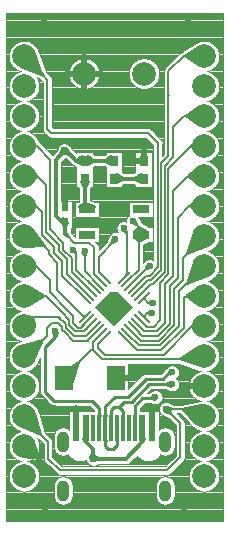
<source format=gbr>
G71*
G90*
G04 Quadcept GERBER*
%MOMM*%
%FSLAX44Y44*%
%ADD10C,0.1*%
%ADD11C,0.15*%
%ADD12C,0.2*%
%ADD13C,0.25*%
%ADD14C,0.3*%
%ADD15C,0.35*%
%ADD16C,0.5*%
%ADD17C,0.6*%
%ADD18C,2*%
%ADD19R,0.6X0.6*%
%ADD20O,1X1.8*%
%AMT21*0 Rectangle 45*21,1,0.2,1.35,0,0,45*%
%ADD21T21*%
%AMT22*0 Rectangle 135*21,1,0.2,1.35,0,0,135*%
%ADD22T22*%
%AMT23*0 Rectangle 225*21,1,0.2,1.35,0,0,225*%
%ADD23T23*%
%AMT24*0 Rectangle 315*21,1,0.2,1.35,0,0,315*%
%ADD24T24*%
%ADD25R,0.3X2.3*%
%ADD26R,0.6X2.3*%
%ADD27R,0.8X0.9*%
%ADD28R,1.45X0.65*%
%ADD29R,1.45X0.65*%
%ADD30R,1.5X2*%
G75*
G36*
G01X-16263Y-35000D02*
G01X0000Y-51263D01*
G01X16263Y-35000D01*
G01X2828Y-21565D01*
G01X-2828Y-21565D01*
G01X-16263Y-35000D01*
G37*
G54D10*
G01X0500Y96700D02*
G01X-2186D01*
G01X-2264Y96711D01*
G01X-2579Y96700D01*
G01X-7000D01*
G01Y94694D01*
G01X-8591Y93700D01*
G01X-16409D01*
G01X-18000Y94694D01*
G01Y96700D01*
G01X-22421D01*
G01X-22736Y96711D01*
G01X-22814Y96700D01*
G01X-27339D01*
G01X-27572Y96717D01*
G01X-27732Y96700D01*
G01X-32000D01*
G01Y95461D01*
G01X-34901Y98362D01*
G01X-37497Y101601D01*
G01X-37535Y101656D01*
G01X-37660Y101805D01*
G01X-37865Y102060D01*
G01X-37946Y102131D01*
G01X-38243Y102428D01*
G01X-38644Y102765D01*
G01X-39073Y103065D01*
G01X-39527Y103327D01*
G01X-40002Y103549D01*
G01X-40494Y103728D01*
G01X-41000Y103863D01*
G01X-41516Y103954D01*
G01X-42038Y104000D01*
G01X-42562D01*
G01X-43084Y103954D01*
G01X-43600Y103863D01*
G01X-44106Y103728D01*
G01X-44598Y103549D01*
G01X-45073Y103327D01*
G01X-45500Y103081D01*
G01X-45527Y103065D01*
G01X-45956Y102765D01*
G01X-46357Y102428D01*
G01X-46728Y102057D01*
G01X-47065Y101656D01*
G01X-47365Y101227D01*
G01X-47604Y100813D01*
G01X-47653Y100739D01*
G01X-47775Y100457D01*
G01X-47849Y100298D01*
G01X-47878Y100217D01*
G01X-49384Y96727D01*
G01X-52227Y93884D01*
G01X-62648Y104305D01*
G01X-62761Y104439D01*
G01X-62817Y104486D01*
G01X-64295Y107000D01*
G01X-64967Y108144D01*
G01X-65225Y108592D01*
G01X-65877Y109521D01*
G01X-66606Y110391D01*
G01X-67409Y111194D01*
G01X-68279Y111923D01*
G01X-69208Y112575D01*
G01X-70192Y113142D01*
G01X-71220Y113622D01*
G01X-72287Y114010D01*
G01X-73369Y114300D01*
G01X-72287Y114590D01*
G01X-71220Y114978D01*
G01X-70192Y115458D01*
G01X-69208Y116025D01*
G01X-68279Y116677D01*
G01X-67409Y117406D01*
G01X-66606Y118209D01*
G01X-65877Y119079D01*
G01X-65225Y120008D01*
G01X-64658Y120992D01*
G01X-64178Y122020D01*
G01X-63790Y123087D01*
G01X-63496Y124184D01*
G01X-63299Y125302D01*
G01X-63200Y126432D01*
G01Y127568D01*
G01X-63299Y128698D01*
G01X-63496Y129816D01*
G01X-63790Y130913D01*
G01X-64178Y131980D01*
G01X-64658Y133008D01*
G01X-65225Y133992D01*
G01X-65877Y134921D01*
G01X-66606Y135791D01*
G01X-67409Y136594D01*
G01X-68279Y137323D01*
G01X-69208Y137975D01*
G01X-70192Y138542D01*
G01X-71220Y139022D01*
G01X-72287Y139410D01*
G01X-73369Y139700D01*
G01X-72287Y139990D01*
G01X-71220Y140378D01*
G01X-70192Y140858D01*
G01X-69208Y141425D01*
G01X-68279Y142077D01*
G01X-67409Y142806D01*
G01X-66606Y143609D01*
G01X-65877Y144479D01*
G01X-65225Y145408D01*
G01X-64658Y146392D01*
G01X-64178Y147420D01*
G01X-63790Y148487D01*
G01X-63496Y149584D01*
G01X-63299Y150702D01*
G01X-63200Y151832D01*
G01Y152968D01*
G01X-63299Y154098D01*
G01X-63496Y155216D01*
G01X-63790Y156313D01*
G01X-64178Y157380D01*
G01X-64658Y158408D01*
G01X-65225Y159392D01*
G01X-65586Y159907D01*
G01X-64039Y159324D01*
G01X-63489Y158774D01*
G01X-63349Y158624D01*
G01X-63313Y158598D01*
G01X-63266Y158550D01*
G01X-63015Y158375D01*
G01X-61911Y157550D01*
G01X-60428Y156067D01*
G01Y116106D01*
G01X-60444Y115931D01*
G01X-60428Y115756D01*
G01Y115581D01*
G01X-60398Y115408D01*
G01X-60383Y115234D01*
G01X-60337Y115064D01*
G01X-60307Y114892D01*
G01X-60247Y114727D01*
G01X-60202Y114558D01*
G01X-60128Y114399D01*
G01X-60068Y114234D01*
G01X-59980Y114082D01*
G01X-59906Y113923D01*
G01X-59805Y113780D01*
G01X-59718Y113628D01*
G01X-59605Y113494D01*
G01X-59504Y113350D01*
G01X-59380Y113226D01*
G01X-59268Y113092D01*
G01X-59133Y112979D01*
G01X-56131Y109976D01*
G01X-56018Y109842D01*
G01X-55884Y109729D01*
G01X-55760Y109605D01*
G01X-55616Y109505D01*
G01X-55482Y109392D01*
G01X-55330Y109304D01*
G01X-55186Y109204D01*
G01X-55027Y109130D01*
G01X-54876Y109042D01*
G01X-54711Y108982D01*
G01X-54552Y108908D01*
G01X-54383Y108863D01*
G01X-54218Y108803D01*
G01X-54045Y108772D01*
G01X-53876Y108727D01*
G01X-53701Y108712D01*
G01X-53529Y108681D01*
G01X-53353D01*
G01X-53179Y108666D01*
G01X-53004Y108681D01*
G01X-45500D01*
G01X0500D01*
G01X27190D01*
G01X28871Y107000D01*
G01X33250Y102621D01*
G01Y5049D01*
G01X33227Y5065D01*
G01X32773Y5327D01*
G01X32298Y5549D01*
G01X31806Y5728D01*
G01X31300Y5863D01*
G01X30784Y5954D01*
G01X30262Y6000D01*
G01X29738D01*
G01X29216Y5954D01*
G01X28700Y5863D01*
G01X28194Y5728D01*
G01X27702Y5549D01*
G01X27227Y5327D01*
G01X26773Y5065D01*
G01X26344Y4765D01*
G01X25943Y4428D01*
G01X25572Y4057D01*
G01X25235Y3656D01*
G01X24935Y3227D01*
G01X24933Y3223D01*
G01X24907Y3190D01*
G01X24770Y2942D01*
G01X24750Y2907D01*
G01Y18066D01*
G01X29898Y20500D01*
G01X33000D01*
G01Y24336D01*
G01X33015Y24521D01*
G01X33000Y24685D01*
G01Y28815D01*
G01X33015Y28979D01*
G01X33000Y29164D01*
G01Y33000D01*
G01X29898D01*
G01X23277Y36130D01*
G01X23227Y36180D01*
G01X21598Y40163D01*
G01X21549Y40298D01*
G01X21499Y40405D01*
G01X21421Y40595D01*
G01X21379Y40662D01*
G01X21327Y40773D01*
G01X21065Y41227D01*
G01X20765Y41656D01*
G01X20476Y42000D01*
G01X33000D01*
G01Y54500D01*
G01X12500D01*
G01Y42874D01*
G01X12344Y42765D01*
G01X11943Y42428D01*
G01X11572Y42057D01*
G01X11235Y41656D01*
G01X10935Y41227D01*
G01X10673Y40773D01*
G01X10451Y40298D01*
G01X10272Y39806D01*
G01X10137Y39300D01*
G01X10046Y38784D01*
G01X10000Y38262D01*
G01Y37738D01*
G01X10007Y37654D01*
G01X9806Y37728D01*
G01X9300Y37863D01*
G01X8784Y37954D01*
G01X8262Y38000D01*
G01X7738D01*
G01X7216Y37954D01*
G01X6700Y37863D01*
G01X6194Y37728D01*
G01X5702Y37549D01*
G01X5227Y37327D01*
G01X4773Y37065D01*
G01X4344Y36765D01*
G01X3943Y36428D01*
G01X3572Y36057D01*
G01X3235Y35656D01*
G01X2935Y35227D01*
G01X2673Y34773D01*
G01X2451Y34298D01*
G01X2272Y33806D01*
G01X2137Y33300D01*
G01X2046Y32784D01*
G01X2000Y32262D01*
G01Y31738D01*
G01X2046Y31216D01*
G01X2137Y30700D01*
G01X2272Y30194D01*
G01X2451Y29702D01*
G01X2673Y29227D01*
G01X2935Y28773D01*
G01X3022Y28649D01*
G01X2806Y28728D01*
G01X2300Y28863D01*
G01X1784Y28954D01*
G01X1262Y29000D01*
G01X0738D01*
G01X0500Y28979D01*
G01X0216Y28954D01*
G01X-0300Y28863D01*
G01X-0806Y28728D01*
G01X-1298Y28549D01*
G01X-1773Y28327D01*
G01X-2227Y28065D01*
G01X-2656Y27765D01*
G01X-3057Y27428D01*
G01X-3428Y27057D01*
G01X-3765Y26656D01*
G01X-4065Y26227D01*
G01X-4327Y25773D01*
G01X-4549Y25298D01*
G01X-4617Y25109D01*
G01X-4658Y25028D01*
G01X-4703Y24874D01*
G01X-4728Y24806D01*
G01X-4777Y24623D01*
G01X-5918Y20738D01*
G01X-13000Y13657D01*
G01Y15825D01*
G01X-12985Y16000D01*
G01X-13000Y16175D01*
G01Y16350D01*
G01X-13030Y16523D01*
G01X-13046Y16697D01*
G01X-13091Y16867D01*
G01X-13122Y17039D01*
G01X-13181Y17204D01*
G01X-13227Y17373D01*
G01X-13301Y17532D01*
G01X-13361Y17697D01*
G01X-13449Y17849D01*
G01X-13523Y18008D01*
G01X-13623Y18151D01*
G01X-13711Y18303D01*
G01X-13824Y18437D01*
G01X-13924Y18581D01*
G01X-14048Y18705D01*
G01X-14161Y18839D01*
G01X-14295Y18952D01*
G01X-15843Y20500D01*
G01X-12500D01*
G01Y33000D01*
G01X-33000D01*
G01Y24657D01*
G01X-35394Y27051D01*
G01X-36206Y28327D01*
G01X-36248Y28419D01*
G01X-36416Y28659D01*
G01X-36550Y28870D01*
G01X-36608Y28933D01*
G01X-36700Y29064D01*
G01X-36892Y29256D01*
G01Y32208D01*
G01X-35392D01*
G01Y36605D01*
G01X-35379Y36895D01*
G01X-35392Y36998D01*
G01Y43208D01*
G01Y44208D01*
G01Y55208D01*
G01X-45112D01*
G01Y88271D01*
G01X-42768Y90615D01*
G01X-41327Y91523D01*
G01X-40590Y91324D01*
G01X-35423Y86157D01*
G01X-35297Y86006D01*
G01X-35146Y85879D01*
G01X-35006Y85740D01*
G01X-34845Y85627D01*
G01X-34693Y85500D01*
G01X-34523Y85401D01*
G01X-34361Y85288D01*
G01X-34182Y85205D01*
G01X-34012Y85106D01*
G01X-33826Y85039D01*
G01X-33647Y84955D01*
G01X-33457Y84904D01*
G01X-33307Y84850D01*
G01X-32000Y83903D01*
G01Y81700D01*
G01Y71298D01*
G01X-32013Y71002D01*
G01X-32000Y70905D01*
G01Y66700D01*
G01X-30230D01*
G01X-29500Y65298D01*
G01Y54648D01*
G01X-29746Y54500D01*
G01X-33000D01*
G01Y50356D01*
G01X-33006Y50318D01*
G01X-33000Y49962D01*
G01Y42000D01*
G01X-12500D01*
G01Y49757D01*
G01X-12484Y49906D01*
G01X-12500Y50150D01*
G01Y54500D01*
G01X-16360D01*
G01X-20500Y55702D01*
G01Y65298D01*
G01X-19770Y66700D01*
G01X-18000D01*
G01Y70905D01*
G01X-17987Y71002D01*
G01X-18000Y71298D01*
G01Y81700D01*
G01Y83706D01*
G01X-16409Y84700D01*
G01X-8591D01*
G01X-7000Y83706D01*
G01Y81700D01*
G01Y66700D01*
G01X0500D01*
G01X2186D01*
G01X2264Y66689D01*
G01X2579Y66700D01*
G01X7000D01*
G01Y68706D01*
G01X8591Y69700D01*
G01X16409D01*
G01X18000Y68706D01*
G01Y66700D01*
G01X22421D01*
G01X22736Y66689D01*
G01X22814Y66700D01*
G01X32000D01*
G01Y81700D01*
G01Y96700D01*
G01X18000D01*
G01Y81700D01*
G01Y79694D01*
G01X16409Y78700D01*
G01X8591D01*
G01X7000Y79694D01*
G01Y81700D01*
G01Y96700D01*
G01X0500D01*
G01X25000Y4257D02*
G01X25521D01*
G01X25000Y5157D02*
G01X26682D01*
G01X25000Y6057D02*
G01X33000D01*
G01Y6957D01*
G01X25000D01*
G01Y7857D01*
G01X33000D01*
G01Y8757D01*
G01X25000D01*
G01Y9657D01*
G01X33000D01*
G01Y10557D01*
G01X25000D01*
G01Y11457D01*
G01X33000D01*
G01Y12357D01*
G01X25000D01*
G01Y13257D01*
G01X33000D01*
G01Y14157D01*
G01X25000D01*
G01Y15057D01*
G01X33000D01*
G01Y15957D01*
G01X25000D01*
G01Y16857D01*
G01X33000D01*
G01Y17757D01*
G01X25000D01*
G01X-12750Y15057D02*
G01X-11850D01*
G01X-12739Y15957D02*
G01X-10950D01*
G01X-12838Y16857D02*
G01X-10050D01*
G01X-13145Y17757D02*
G01X-9150D01*
G01X-13750Y18657D02*
G01X-8250D01*
G01X26249Y18657D02*
G01X33000D01*
G01X-14650Y19557D02*
G01X-7350D01*
G01X28152Y19557D02*
G01X33000D01*
G01X-15550Y20457D02*
G01X-6450D01*
G01X30056Y20457D02*
G01X33000D01*
G01X-12250Y21357D02*
G01X-5987D01*
G01X-12250Y22257D02*
G01X-5722D01*
G01X-12250Y23157D02*
G01X-5458D01*
G01X-12250Y24057D02*
G01X-5193D01*
G01X-12250Y24957D02*
G01X-4929D01*
G01X-33950Y25857D02*
G01X-33250D01*
G01X-12250Y25857D02*
G01X-4529D01*
G01X-34850Y26757D02*
G01X-33250D01*
G01X-12250Y26757D02*
G01X-3930D01*
G01X-35529Y27657D02*
G01X-33250D01*
G01X-12250Y27657D02*
G01X-3035D01*
G01X-36095Y28557D02*
G01X-33250D01*
G01X-12250Y28557D02*
G01X-1526D01*
G01X-36642Y29457D02*
G01X-33250D01*
G01Y30357D01*
G01X-36642D01*
G01Y31257D01*
G01X-33250D01*
G01Y32157D01*
G01X-36642D01*
G01X-12250Y29457D02*
G01X2316D01*
G01X-12250Y30357D02*
G01X1979D01*
G01X-12250Y31257D02*
G01X1792D01*
G01X-12250Y32157D02*
G01X1750D01*
G01X-35142Y33057D02*
G01X1844D01*
G01X30028Y33057D02*
G01X33000D01*
G01X-35142Y33957D02*
G01X2077D01*
G01X28124Y33957D02*
G01X33000D01*
G01X-35142Y34857D02*
G01X2471D01*
G01X26220Y34857D02*
G01X33000D01*
G01X-35142Y35757D02*
G01X3070D01*
G01X24316Y35757D02*
G01X33000D01*
G01X-35140Y36657D02*
G01X3965D01*
G01X23282Y36657D02*
G01X33000D01*
G01X-35142Y37557D02*
G01X5474D01*
G01X22914Y37557D02*
G01X33000D01*
G01X-35142Y38457D02*
G01X9767D01*
G01X22546Y38457D02*
G01X33000D01*
G01X-35142Y39357D02*
G01X9902D01*
G01X22178Y39357D02*
G01X33000D01*
G01X-35142Y40257D02*
G01X10186D01*
G01X21814Y40257D02*
G01X33000D01*
G01X-35142Y41157D02*
G01X10644D01*
G01X21356Y41157D02*
G01X33000D01*
G01X-35142Y42059D02*
G01X-33250D01*
G01Y42959D01*
G01X-35142D01*
G01Y43859D01*
G01X-33250D01*
G01Y44759D01*
G01X-35142D01*
G01Y45659D01*
G01X-33250D01*
G01Y46559D01*
G01X-35142D01*
G01Y47459D01*
G01X-33250D01*
G01Y48359D01*
G01X-35142D01*
G01Y49259D01*
G01X-33250D01*
G01X-33250Y51059D02*
G01X-35142D01*
G01Y51959D01*
G01X-33250D01*
G01Y52859D01*
G01X-35142D01*
G01Y53759D01*
G01X-33250D01*
G01X-12250Y42059D02*
G01X11323D01*
G01X-12250Y42959D02*
G01X12250D01*
G01Y43859D01*
G01X-12250D01*
G01Y44759D01*
G01X12250D01*
G01Y45659D01*
G01X-12250D01*
G01Y46559D01*
G01X12250D01*
G01Y47459D01*
G01X-12250D01*
G01Y48359D01*
G01X12250D01*
G01Y49259D01*
G01X-12250D01*
G01Y50159D01*
G01X12250D01*
G01Y51059D01*
G01X-12250D01*
G01Y51959D01*
G01X12250D01*
G01Y52859D01*
G01X-12250D01*
G01Y53759D01*
G01X12250D01*
G01X-35142Y50159D02*
G01X-33253D01*
G01X-35142Y54659D02*
G01X-29750D01*
G01X-16657Y54659D02*
G01X33000D01*
G01X-44862Y55559D02*
G01X-29750D01*
G01Y56459D01*
G01X-44862D01*
G01Y57359D01*
G01X-29750D01*
G01Y58259D01*
G01X-44862D01*
G01Y59159D01*
G01X-29750D01*
G01Y60059D01*
G01X-44862D01*
G01Y60959D01*
G01X-29750D01*
G01Y61859D01*
G01X-44862D01*
G01Y62759D01*
G01X-29750D01*
G01Y63659D01*
G01X-44862D01*
G01Y64559D01*
G01X-29750D01*
G01X-19757Y55559D02*
G01X33000D01*
G01X-20250Y56459D02*
G01X33000D01*
G01Y57359D01*
G01X-20250D01*
G01Y58259D01*
G01X33000D01*
G01Y59159D01*
G01X-20250D01*
G01Y60059D01*
G01X33000D01*
G01Y60959D01*
G01X-20250D01*
G01Y61859D01*
G01X33000D01*
G01Y62759D01*
G01X-20250D01*
G01Y63659D01*
G01X33000D01*
G01Y64559D01*
G01X-20250D01*
G01X-44862Y65459D02*
G01X-29834D01*
G01X-20166Y65459D02*
G01X33000D01*
G01X-44862Y66359D02*
G01X-30302D01*
G01X-19698Y66359D02*
G01X33000D01*
G01X-44862Y67259D02*
G01X-32250D01*
G01Y68159D01*
G01X-44862D01*
G01Y69059D01*
G01X-32250D01*
G01Y69959D01*
G01X-44862D01*
G01Y70859D01*
G01X-32250D01*
G01Y71759D01*
G01X-44862D01*
G01Y72659D01*
G01X-32250D01*
G01Y73559D01*
G01X-44862D01*
G01Y74459D01*
G01X-32250D01*
G01Y75359D01*
G01X-44862D01*
G01Y76259D01*
G01X-32250D01*
G01Y77159D01*
G01X-44862D01*
G01Y78059D01*
G01X-32250D01*
G01Y78959D01*
G01X-44862D01*
G01Y79859D01*
G01X-32250D01*
G01Y80759D01*
G01X-44862D01*
G01Y81659D01*
G01X-32250D01*
G01Y82559D01*
G01X-44862D01*
G01Y83459D01*
G01X-32250D01*
G01X-17750Y67259D02*
G01X-7250D01*
G01Y68159D01*
G01X-17750D01*
G01Y69059D01*
G01X-7250D01*
G01Y69959D01*
G01X-17750D01*
G01Y70859D01*
G01X-7250D01*
G01Y71759D01*
G01X-17750D01*
G01Y72659D01*
G01X-7250D01*
G01Y73559D01*
G01X-17750D01*
G01Y74459D01*
G01X-7250D01*
G01Y75359D01*
G01X-17750D01*
G01Y76259D01*
G01X-7250D01*
G01Y77159D01*
G01X-17750D01*
G01Y78059D01*
G01X-7250D01*
G01Y78959D01*
G01X-17750D01*
G01Y79859D01*
G01X-7250D01*
G01Y80759D01*
G01X-17750D01*
G01Y81659D01*
G01X-7250D01*
G01Y82559D01*
G01X-17750D01*
G01Y83459D01*
G01X-7250D01*
G01X-7250Y95159D02*
G01X-17750D01*
G01Y96059D01*
G01X-7250D01*
G01X7250Y67259D02*
G01X17750D01*
G01Y68159D01*
G01X7250D01*
G01X7250Y79859D02*
G01X17750D01*
G01Y80759D01*
G01X7250D01*
G01Y81659D01*
G01X17750D01*
G01Y82559D01*
G01X7250D01*
G01Y83459D01*
G01X17750D01*
G01Y84359D01*
G01X7250D01*
G01Y85259D01*
G01X17750D01*
G01Y86159D01*
G01X7250D01*
G01Y87059D01*
G01X17750D01*
G01Y87959D01*
G01X7250D01*
G01Y88859D01*
G01X17750D01*
G01Y89759D01*
G01X7250D01*
G01Y90659D01*
G01X17750D01*
G01Y91559D01*
G01X7250D01*
G01Y92459D01*
G01X17750D01*
G01Y93359D01*
G01X7250D01*
G01Y94259D01*
G01X17750D01*
G01Y95159D01*
G01X7250D01*
G01Y96059D01*
G01X17750D01*
G01X32250Y67259D02*
G01X33000D01*
G01Y68159D01*
G01X32250D01*
G01Y69059D01*
G01X33000D01*
G01Y69959D01*
G01X32250D01*
G01Y70859D01*
G01X33000D01*
G01Y71759D01*
G01X32250D01*
G01Y72659D01*
G01X33000D01*
G01Y73559D01*
G01X32250D01*
G01Y74459D01*
G01X33000D01*
G01Y75359D01*
G01X32250D01*
G01Y76259D01*
G01X33000D01*
G01Y77159D01*
G01X32250D01*
G01Y78059D01*
G01X33000D01*
G01Y78959D01*
G01X32250D01*
G01Y79859D01*
G01X33000D01*
G01Y80759D01*
G01X32250D01*
G01Y81659D01*
G01X33000D01*
G01Y82559D01*
G01X32250D01*
G01Y83459D01*
G01X33000D01*
G01Y84359D01*
G01X32250D01*
G01Y85259D01*
G01X33000D01*
G01Y86159D01*
G01X32250D01*
G01Y87059D01*
G01X33000D01*
G01Y87959D01*
G01X32250D01*
G01Y88859D01*
G01X33000D01*
G01Y89759D01*
G01X32250D01*
G01Y90659D01*
G01X33000D01*
G01Y91559D01*
G01X32250D01*
G01Y92459D01*
G01X33000D01*
G01Y93359D01*
G01X32250D01*
G01Y94259D01*
G01X33000D01*
G01Y95159D01*
G01X32250D01*
G01Y96059D01*
G01X33000D01*
G01X7815Y69059D02*
G01X17185D01*
G01X8427Y78959D02*
G01X16573D01*
G01X-44862Y84359D02*
G01X-32879D01*
G01X-16705Y84359D02*
G01X-8295D01*
G01X-44862Y85259D02*
G01X-34548D01*
G01X-44862Y86159D02*
G01X-35675D01*
G01X-44862Y87059D02*
G01X-36575D01*
G01X-44862Y87959D02*
G01X-37475D01*
G01X-44275Y88859D02*
G01X-38375D01*
G01X-43375Y89759D02*
G01X-39275D01*
G01X-42449Y90659D02*
G01X-40175D01*
G01X-52352Y94259D02*
G01X-52103D01*
G01X-17053Y94259D02*
G01X-7947D01*
G01X-53252Y95159D02*
G01X-51203D01*
G01X-54152Y96059D02*
G01X-50303D01*
G01X-32347Y96059D02*
G01X-32250D01*
G01X-55052Y96959D02*
G01X-49534D01*
G01X-33247Y96959D02*
G01X33000D01*
G01X-55952Y97859D02*
G01X-49146D01*
G01X-34147Y97859D02*
G01X33000D01*
G01X-56852Y98759D02*
G01X-48757D01*
G01X-34969Y98759D02*
G01X33000D01*
G01X-57752Y99659D02*
G01X-48369D01*
G01X-35690Y99659D02*
G01X33000D01*
G01X-58652Y100559D02*
G01X-47981D01*
G01X-36411Y100559D02*
G01X33000D01*
G01X-59552Y101459D02*
G01X-47453D01*
G01X-37133Y101459D02*
G01X33000D01*
G01X-60452Y102359D02*
G01X-46677D01*
G01X-37923Y102359D02*
G01X33000D01*
G01X-61352Y103259D02*
G01X-45442D01*
G01X-39158Y103259D02*
G01X32363D01*
G01X-62252Y104159D02*
G01X31463D01*
G01X-62903Y105059D02*
G01X30563D01*
G01X-63432Y105959D02*
G01X29663D01*
G01X-63961Y106859D02*
G01X28763D01*
G01X-64491Y107759D02*
G01X27863D01*
G01X-65023Y108659D02*
G01X26963D01*
G01X-65658Y109559D02*
G01X-55943D01*
G01X-66424Y110459D02*
G01X-56863D01*
G01X-67356Y111359D02*
G01X-57763D01*
G01X-68507Y112259D02*
G01X-58663D01*
G01X-69977Y113159D02*
G01X-59574D01*
G01X-72218Y114059D02*
G01X-60219D01*
G01X-71024Y114959D02*
G01X-60569D01*
G01X-69247Y115859D02*
G01X-60687D01*
G01X-67931Y116759D02*
G01X-60678D01*
G01X-66906Y117659D02*
G01X-60678D01*
G01X-66063Y118559D02*
G01X-60678D01*
G01X-65360Y119459D02*
G01X-60678D01*
G01X-64773Y120359D02*
G01X-60678D01*
G01X-64283Y121259D02*
G01X-60678D01*
G01X-63878Y122159D02*
G01X-60678D01*
G01X-63550Y123059D02*
G01X-60678D01*
G01X-63306Y123959D02*
G01X-60678D01*
G01X-63127Y124859D02*
G01X-60678D01*
G01X-63009Y125759D02*
G01X-60678D01*
G01X-62950Y126659D02*
G01X-60678D01*
G01Y127559D01*
G01X-62950D01*
G01X-62950Y151859D02*
G01X-60678D01*
G01Y152759D01*
G01X-62950D01*
G01X-63028Y128459D02*
G01X-60678D01*
G01X-63165Y129359D02*
G01X-60678D01*
G01X-63365Y130259D02*
G01X-60678D01*
G01X-63629Y131159D02*
G01X-60678D01*
G01X-63965Y132059D02*
G01X-60678D01*
G01X-64385Y132959D02*
G01X-60678D01*
G01X-64899Y133859D02*
G01X-60678D01*
G01X-65513Y134759D02*
G01X-60678D01*
G01X-66245Y135659D02*
G01X-60678D01*
G01X-67124Y136559D02*
G01X-60678D01*
G01X-68222Y137459D02*
G01X-60678D01*
G01X-69624Y138359D02*
G01X-60678D01*
G01X-71621Y139259D02*
G01X-60678D01*
G01X-71573Y140159D02*
G01X-60678D01*
G01X-69594Y141059D02*
G01X-60678D01*
G01X-68197Y141959D02*
G01X-60678D01*
G01X-67106Y142859D02*
G01X-60678D01*
G01X-66231Y143759D02*
G01X-60678D01*
G01X-65500Y144659D02*
G01X-60678D01*
G01X-64889Y145559D02*
G01X-60678D01*
G01X-64377Y146459D02*
G01X-60678D01*
G01X-63957Y147359D02*
G01X-60678D01*
G01X-63623Y148259D02*
G01X-60678D01*
G01X-63360Y149159D02*
G01X-60678D01*
G01X-63162Y150059D02*
G01X-60678D01*
G01X-63026Y150959D02*
G01X-60678D01*
G01X-63010Y153659D02*
G01X-60678D01*
G01X-63130Y154559D02*
G01X-60678D01*
G01X-63311Y155459D02*
G01X-60678D01*
G01X-63557Y156359D02*
G01X-60970D01*
G01X-63884Y157259D02*
G01X-61870D01*
G01X-64291Y158159D02*
G01X-62976D01*
G01X-64783Y159059D02*
G01X-64024D01*
G01X0500Y-215500D02*
G01X-45500D01*
G01X-91500D01*
G01Y-108000D01*
G01Y-0500D01*
G01Y107000D01*
G01Y214500D01*
G01X-45500D01*
G01X0500D01*
G01X46500D01*
G01X92500D01*
G01Y107000D01*
G01Y-0500D01*
G01Y-108000D01*
G01Y-215500D01*
G01X46500D01*
G01X0500D01*
G01X0500Y116681D02*
G01X28673D01*
G01X28847Y116696D01*
G01X29022Y116681D01*
G01X29197D01*
G01X29370Y116651D01*
G01X29544Y116635D01*
G01X29714Y116590D01*
G01X29886Y116560D01*
G01X30051Y116500D01*
G01X30220Y116454D01*
G01X30379Y116380D01*
G01X30544Y116320D01*
G01X30696Y116232D01*
G01X30855Y116158D01*
G01X30998Y116058D01*
G01X31150Y115970D01*
G01X31285Y115857D01*
G01X31428Y115757D01*
G01X31552Y115633D01*
G01X31686Y115520D01*
G01X31799Y115386D01*
G01X40076Y107109D01*
G01X40152Y107000D01*
G01X40477Y106536D01*
G01X40773Y105902D01*
G01X40954Y105225D01*
G01X40984Y104883D01*
G01X40996Y104818D01*
G01Y104749D01*
G01X41015Y104528D01*
G01X40996Y104313D01*
G01X40997Y104162D01*
G01X40970Y104008D01*
G01X40954Y103831D01*
G01X40910Y103664D01*
G01X40750Y102753D01*
G01Y93053D01*
G01X42250Y94553D01*
G01Y107000D01*
G01Y143224D01*
G01X42060Y144308D01*
G01X42000Y144650D01*
G01Y164825D01*
G01X41985Y165000D01*
G01X42000Y165175D01*
G01Y165350D01*
G01X42030Y165523D01*
G01X42046Y165697D01*
G01X42091Y165867D01*
G01X42122Y166039D01*
G01X42181Y166204D01*
G01X42227Y166373D01*
G01X42301Y166532D01*
G01X42361Y166697D01*
G01X42449Y166849D01*
G01X42523Y167008D01*
G01X42623Y167151D01*
G01X42711Y167303D01*
G01X42824Y167437D01*
G01X42924Y167581D01*
G01X43048Y167705D01*
G01X43161Y167839D01*
G01X43295Y167952D01*
G01X46500Y171157D01*
G01X55848Y180505D01*
G01X55961Y180639D01*
G01X56095Y180752D01*
G01X56219Y180876D01*
G01X56363Y180976D01*
G01X56497Y181089D01*
G01X56649Y181177D01*
G01X56792Y181277D01*
G01X56951Y181351D01*
G01X57103Y181439D01*
G01X57268Y181499D01*
G01X57427Y181573D01*
G01X57596Y181619D01*
G01X57761Y181678D01*
G01X57933Y181709D01*
G01X58103Y181754D01*
G01X58277Y181770D01*
G01X58450Y181800D01*
G01X58458D01*
G01X68937Y188584D01*
G01X69208Y188775D01*
G01X69413Y188893D01*
G01X69429Y188903D01*
G01X69436Y188906D01*
G01X70192Y189342D01*
G01X71220Y189822D01*
G01X72287Y190210D01*
G01X73384Y190504D01*
G01X74502Y190701D01*
G01X75632Y190800D01*
G01X76768D01*
G01X77898Y190701D01*
G01X79016Y190504D01*
G01X80113Y190210D01*
G01X81180Y189822D01*
G01X82208Y189342D01*
G01X83192Y188775D01*
G01X84121Y188123D01*
G01X84991Y187394D01*
G01X85794Y186591D01*
G01X86523Y185721D01*
G01X87175Y184792D01*
G01X87742Y183808D01*
G01X88222Y182780D01*
G01X88610Y181713D01*
G01X88904Y180616D01*
G01X89101Y179498D01*
G01X89200Y178368D01*
G01Y177232D01*
G01X89101Y176102D01*
G01X88904Y174984D01*
G01X88610Y173887D01*
G01X88222Y172820D01*
G01X87742Y171792D01*
G01X87175Y170808D01*
G01X86523Y169879D01*
G01X85794Y169009D01*
G01X84991Y168206D01*
G01X84121Y167477D01*
G01X83192Y166825D01*
G01X82208Y166258D01*
G01X81180Y165778D01*
G01X80113Y165390D01*
G01X79031Y165100D01*
G01X80113Y164810D01*
G01X81180Y164422D01*
G01X82208Y163942D01*
G01X83192Y163375D01*
G01X84121Y162723D01*
G01X84991Y161994D01*
G01X85794Y161191D01*
G01X86523Y160321D01*
G01X87175Y159392D01*
G01X87742Y158408D01*
G01X88222Y157380D01*
G01X88610Y156313D01*
G01X88904Y155216D01*
G01X89101Y154098D01*
G01X89200Y152968D01*
G01Y151832D01*
G01X89101Y150702D01*
G01X88904Y149584D01*
G01X88610Y148487D01*
G01X88222Y147420D01*
G01X87742Y146392D01*
G01X87175Y145408D01*
G01X86523Y144479D01*
G01X85794Y143609D01*
G01X84991Y142806D01*
G01X84121Y142077D01*
G01X83192Y141425D01*
G01X82208Y140858D01*
G01X81180Y140378D01*
G01X80113Y139990D01*
G01X79031Y139700D01*
G01X80113Y139410D01*
G01X81180Y139022D01*
G01X82208Y138542D01*
G01X83192Y137975D01*
G01X84121Y137323D01*
G01X84991Y136594D01*
G01X85794Y135791D01*
G01X86523Y134921D01*
G01X87175Y133992D01*
G01X87742Y133008D01*
G01X88222Y131980D01*
G01X88610Y130913D01*
G01X88904Y129816D01*
G01X89101Y128698D01*
G01X89200Y127568D01*
G01Y126432D01*
G01X89101Y125302D01*
G01X88904Y124184D01*
G01X88610Y123087D01*
G01X88222Y122020D01*
G01X87742Y120992D01*
G01X87175Y120008D01*
G01X86523Y119079D01*
G01X85794Y118209D01*
G01X84991Y117406D01*
G01X84121Y116677D01*
G01X83192Y116025D01*
G01X82208Y115458D01*
G01X81180Y114978D01*
G01X80113Y114590D01*
G01X79031Y114300D01*
G01X80113Y114010D01*
G01X81180Y113622D01*
G01X82208Y113142D01*
G01X83192Y112575D01*
G01X84121Y111923D01*
G01X84991Y111194D01*
G01X85794Y110391D01*
G01X86523Y109521D01*
G01X87175Y108592D01*
G01X87742Y107608D01*
G01X88026Y107000D01*
G01X88222Y106580D01*
G01X88610Y105513D01*
G01X88904Y104416D01*
G01X89101Y103298D01*
G01X89200Y102168D01*
G01Y101032D01*
G01X89101Y99902D01*
G01X88904Y98784D01*
G01X88610Y97687D01*
G01X88222Y96620D01*
G01X87742Y95592D01*
G01X87175Y94608D01*
G01X86523Y93679D01*
G01X85794Y92809D01*
G01X84991Y92006D01*
G01X84121Y91277D01*
G01X83192Y90625D01*
G01X82208Y90058D01*
G01X81180Y89578D01*
G01X80113Y89190D01*
G01X79031Y88900D01*
G01X80113Y88610D01*
G01X81180Y88222D01*
G01X82208Y87742D01*
G01X83192Y87175D01*
G01X84121Y86523D01*
G01X84991Y85794D01*
G01X85794Y84991D01*
G01X86523Y84121D01*
G01X87175Y83192D01*
G01X87742Y82208D01*
G01X88222Y81180D01*
G01X88610Y80113D01*
G01X88904Y79016D01*
G01X89101Y77898D01*
G01X89200Y76768D01*
G01Y75632D01*
G01X89101Y74502D01*
G01X88904Y73384D01*
G01X88610Y72287D01*
G01X88222Y71220D01*
G01X87742Y70192D01*
G01X87175Y69208D01*
G01X86523Y68279D01*
G01X85794Y67409D01*
G01X84991Y66606D01*
G01X84121Y65877D01*
G01X83192Y65225D01*
G01X82208Y64658D01*
G01X81180Y64178D01*
G01X80113Y63790D01*
G01X79031Y63500D01*
G01X80113Y63210D01*
G01X81180Y62822D01*
G01X82208Y62342D01*
G01X83192Y61775D01*
G01X84121Y61123D01*
G01X84991Y60394D01*
G01X85794Y59591D01*
G01X86523Y58721D01*
G01X87175Y57792D01*
G01X87742Y56808D01*
G01X88222Y55780D01*
G01X88610Y54713D01*
G01X88904Y53616D01*
G01X89101Y52498D01*
G01X89200Y51368D01*
G01Y50232D01*
G01X89101Y49102D01*
G01X88904Y47984D01*
G01X88610Y46887D01*
G01X88222Y45820D01*
G01X87742Y44792D01*
G01X87175Y43808D01*
G01X86523Y42879D01*
G01X85794Y42009D01*
G01X84991Y41206D01*
G01X84121Y40477D01*
G01X83192Y39825D01*
G01X82208Y39258D01*
G01X81180Y38778D01*
G01X80113Y38390D01*
G01X79031Y38100D01*
G01X80113Y37810D01*
G01X81180Y37422D01*
G01X82208Y36942D01*
G01X83192Y36375D01*
G01X84121Y35723D01*
G01X84991Y34994D01*
G01X85794Y34191D01*
G01X86523Y33321D01*
G01X87175Y32392D01*
G01X87742Y31408D01*
G01X88222Y30380D01*
G01X88610Y29313D01*
G01X88904Y28216D01*
G01X89101Y27098D01*
G01X89200Y25968D01*
G01Y24832D01*
G01X89101Y23702D01*
G01X88904Y22584D01*
G01X88610Y21487D01*
G01X88222Y20420D01*
G01X87742Y19392D01*
G01X87175Y18408D01*
G01X86523Y17479D01*
G01X85794Y16609D01*
G01X84991Y15806D01*
G01X84121Y15077D01*
G01X83192Y14425D01*
G01X82208Y13858D01*
G01X81180Y13378D01*
G01X80906Y13279D01*
G01X80895Y13273D01*
G01X80606Y13169D01*
G01X80113Y12990D01*
G01X80072Y12979D01*
G01X79179Y12660D01*
G01X80113Y12410D01*
G01X81180Y12022D01*
G01X82208Y11542D01*
G01X83192Y10975D01*
G01X84121Y10323D01*
G01X84991Y9594D01*
G01X85794Y8791D01*
G01X86523Y7921D01*
G01X87175Y6992D01*
G01X87742Y6008D01*
G01X88222Y4980D01*
G01X88610Y3913D01*
G01X88904Y2816D01*
G01X89101Y1698D01*
G01X89200Y0568D01*
G01Y-0500D01*
G01Y-0568D01*
G01X89101Y-1698D01*
G01X88904Y-2816D01*
G01X88610Y-3913D01*
G01X88222Y-4980D01*
G01X87742Y-6008D01*
G01X87175Y-6992D01*
G01X86523Y-7921D01*
G01X85794Y-8791D01*
G01X84991Y-9594D01*
G01X84121Y-10323D01*
G01X83192Y-10975D01*
G01X82208Y-11542D01*
G01X81180Y-12022D01*
G01X80906Y-12121D01*
G01X80895Y-12127D01*
G01X80606Y-12231D01*
G01X80113Y-12410D01*
G01X80072Y-12421D01*
G01X79179Y-12740D01*
G01X80113Y-12990D01*
G01X81180Y-13378D01*
G01X82208Y-13858D01*
G01X83192Y-14425D01*
G01X84121Y-15077D01*
G01X84991Y-15806D01*
G01X85794Y-16609D01*
G01X86523Y-17479D01*
G01X87175Y-18408D01*
G01X87742Y-19392D01*
G01X88222Y-20420D01*
G01X88610Y-21487D01*
G01X88904Y-22584D01*
G01X89101Y-23702D01*
G01X89200Y-24832D01*
G01Y-25968D01*
G01X89101Y-27098D01*
G01X88904Y-28216D01*
G01X88610Y-29313D01*
G01X88222Y-30380D01*
G01X87742Y-31408D01*
G01X87175Y-32392D01*
G01X86523Y-33321D01*
G01X85794Y-34191D01*
G01X84991Y-34994D01*
G01X84121Y-35723D01*
G01X83192Y-36375D01*
G01X82208Y-36942D01*
G01X81180Y-37422D01*
G01X80113Y-37810D01*
G01X79031Y-38100D01*
G01X80113Y-38390D01*
G01X81180Y-38778D01*
G01X82208Y-39258D01*
G01X83192Y-39825D01*
G01X84121Y-40477D01*
G01X84991Y-41206D01*
G01X85794Y-42009D01*
G01X86523Y-42879D01*
G01X87175Y-43808D01*
G01X87742Y-44792D01*
G01X88222Y-45820D01*
G01X88610Y-46887D01*
G01X88904Y-47984D01*
G01X89101Y-49102D01*
G01X89200Y-50232D01*
G01Y-51368D01*
G01X89101Y-52498D01*
G01X88904Y-53616D01*
G01X88610Y-54713D01*
G01X88222Y-55780D01*
G01X87742Y-56808D01*
G01X87175Y-57792D01*
G01X86523Y-58721D01*
G01X85794Y-59591D01*
G01X84991Y-60394D01*
G01X84121Y-61123D01*
G01X83192Y-61775D01*
G01X82208Y-62342D01*
G01X81180Y-62822D01*
G01X80113Y-63210D01*
G01X79031Y-63500D01*
G01X80113Y-63790D01*
G01X81180Y-64178D01*
G01X82208Y-64658D01*
G01X83192Y-65225D01*
G01X84121Y-65877D01*
G01X84991Y-66606D01*
G01X85794Y-67409D01*
G01X86523Y-68279D01*
G01X87175Y-69208D01*
G01X87742Y-70192D01*
G01X88222Y-71220D01*
G01X88610Y-72287D01*
G01X88904Y-73384D01*
G01X89101Y-74502D01*
G01X89200Y-75632D01*
G01Y-76768D01*
G01X89101Y-77898D01*
G01X88904Y-79016D01*
G01X88610Y-80113D01*
G01X88222Y-81180D01*
G01X87742Y-82208D01*
G01X87175Y-83192D01*
G01X86523Y-84121D01*
G01X85794Y-84991D01*
G01X84991Y-85794D01*
G01X84121Y-86523D01*
G01X83192Y-87175D01*
G01X82208Y-87742D01*
G01X81180Y-88222D01*
G01X80113Y-88610D01*
G01X79031Y-88900D01*
G01X80113Y-89190D01*
G01X81180Y-89578D01*
G01X82208Y-90058D01*
G01X83192Y-90625D01*
G01X84121Y-91277D01*
G01X84991Y-92006D01*
G01X85794Y-92809D01*
G01X86523Y-93679D01*
G01X87175Y-94608D01*
G01X87742Y-95592D01*
G01X88222Y-96620D01*
G01X88610Y-97687D01*
G01X88904Y-98784D01*
G01X89101Y-99902D01*
G01X89200Y-101032D01*
G01Y-102168D01*
G01X89101Y-103298D01*
G01X88904Y-104416D01*
G01X88610Y-105513D01*
G01X88222Y-106580D01*
G01X87742Y-107608D01*
G01X87516Y-108000D01*
G01X87175Y-108592D01*
G01X86523Y-109521D01*
G01X85794Y-110391D01*
G01X84991Y-111194D01*
G01X84121Y-111923D01*
G01X83192Y-112575D01*
G01X82208Y-113142D01*
G01X81180Y-113622D01*
G01X80113Y-114010D01*
G01X79031Y-114300D01*
G01X80113Y-114590D01*
G01X81180Y-114978D01*
G01X82208Y-115458D01*
G01X83192Y-116025D01*
G01X84121Y-116677D01*
G01X84991Y-117406D01*
G01X85794Y-118209D01*
G01X86523Y-119079D01*
G01X87175Y-120008D01*
G01X87742Y-120992D01*
G01X88222Y-122020D01*
G01X88610Y-123087D01*
G01X88904Y-124184D01*
G01X89101Y-125302D01*
G01X89200Y-126432D01*
G01Y-127568D01*
G01X89101Y-128698D01*
G01X88904Y-129816D01*
G01X88610Y-130913D01*
G01X88222Y-131980D01*
G01X87742Y-133008D01*
G01X87175Y-133992D01*
G01X86523Y-134921D01*
G01X85794Y-135791D01*
G01X84991Y-136594D01*
G01X84121Y-137323D01*
G01X83192Y-137975D01*
G01X82208Y-138542D01*
G01X81180Y-139022D01*
G01X80113Y-139410D01*
G01X79031Y-139700D01*
G01X80113Y-139990D01*
G01X81180Y-140378D01*
G01X82208Y-140858D01*
G01X83192Y-141425D01*
G01X84121Y-142077D01*
G01X84991Y-142806D01*
G01X85794Y-143609D01*
G01X86523Y-144479D01*
G01X87175Y-145408D01*
G01X87742Y-146392D01*
G01X88222Y-147420D01*
G01X88610Y-148487D01*
G01X88904Y-149584D01*
G01X89101Y-150702D01*
G01X89200Y-151832D01*
G01Y-152968D01*
G01X89101Y-154098D01*
G01X88904Y-155216D01*
G01X88610Y-156313D01*
G01X88222Y-157380D01*
G01X87742Y-158408D01*
G01X87175Y-159392D01*
G01X86523Y-160321D01*
G01X85794Y-161191D01*
G01X84991Y-161994D01*
G01X84121Y-162723D01*
G01X83192Y-163375D01*
G01X82208Y-163942D01*
G01X81180Y-164422D01*
G01X80113Y-164810D01*
G01X79031Y-165100D01*
G01X80113Y-165390D01*
G01X81180Y-165778D01*
G01X82208Y-166258D01*
G01X83192Y-166825D01*
G01X84121Y-167477D01*
G01X84991Y-168206D01*
G01X85794Y-169009D01*
G01X86523Y-169879D01*
G01X87175Y-170808D01*
G01X87742Y-171792D01*
G01X88222Y-172820D01*
G01X88610Y-173887D01*
G01X88904Y-174984D01*
G01X89101Y-176102D01*
G01X89200Y-177232D01*
G01Y-178368D01*
G01X89101Y-179498D01*
G01X88904Y-180616D01*
G01X88610Y-181713D01*
G01X88222Y-182780D01*
G01X87742Y-183808D01*
G01X87175Y-184792D01*
G01X86523Y-185721D01*
G01X85794Y-186591D01*
G01X84991Y-187394D01*
G01X84121Y-188123D01*
G01X83192Y-188775D01*
G01X82208Y-189342D01*
G01X81180Y-189822D01*
G01X80113Y-190210D01*
G01X79016Y-190504D01*
G01X77898Y-190701D01*
G01X76768Y-190800D01*
G01X75632D01*
G01X74502Y-190701D01*
G01X73384Y-190504D01*
G01X72287Y-190210D01*
G01X71220Y-189822D01*
G01X70192Y-189342D01*
G01X69208Y-188775D01*
G01X68279Y-188123D01*
G01X67409Y-187394D01*
G01X66606Y-186591D01*
G01X65877Y-185721D01*
G01X65225Y-184792D01*
G01X64658Y-183808D01*
G01X64178Y-182780D01*
G01X63790Y-181713D01*
G01X63496Y-180616D01*
G01X63299Y-179498D01*
G01X63200Y-178368D01*
G01Y-177232D01*
G01X63299Y-176102D01*
G01X63496Y-174984D01*
G01X63790Y-173887D01*
G01X64178Y-172820D01*
G01X64658Y-171792D01*
G01X65225Y-170808D01*
G01X65877Y-169879D01*
G01X66606Y-169009D01*
G01X67409Y-168206D01*
G01X68279Y-167477D01*
G01X69208Y-166825D01*
G01X70192Y-166258D01*
G01X71220Y-165778D01*
G01X72287Y-165390D01*
G01X73369Y-165100D01*
G01X72287Y-164810D01*
G01X71220Y-164422D01*
G01X70192Y-163942D01*
G01X69208Y-163375D01*
G01X68279Y-162723D01*
G01X67409Y-161994D01*
G01X66606Y-161191D01*
G01X65877Y-160321D01*
G01X65225Y-159392D01*
G01X64658Y-158408D01*
G01X64178Y-157380D01*
G01X63790Y-156313D01*
G01X63496Y-155216D01*
G01X63299Y-154098D01*
G01X63200Y-152968D01*
G01Y-151832D01*
G01X63299Y-150702D01*
G01X63496Y-149584D01*
G01X63790Y-148487D01*
G01X64178Y-147420D01*
G01X64658Y-146392D01*
G01X65225Y-145408D01*
G01X65877Y-144479D01*
G01X66606Y-143609D01*
G01X67409Y-142806D01*
G01X68279Y-142077D01*
G01X69208Y-141425D01*
G01X70192Y-140858D01*
G01X71220Y-140378D01*
G01X72287Y-139990D01*
G01X73369Y-139700D01*
G01X72287Y-139410D01*
G01X71220Y-139022D01*
G01X70192Y-138542D01*
G01X69208Y-137975D01*
G01X68279Y-137323D01*
G01X67409Y-136594D01*
G01X67227Y-136411D01*
G01X67224Y-136410D01*
G01X67000Y-136185D01*
G01X66606Y-135791D01*
G01X66599Y-135783D01*
G01X55603Y-124750D01*
G01X53053D01*
G01X58536Y-130233D01*
G01X58662Y-130338D01*
G01X58767Y-130464D01*
G01X58884Y-130580D01*
G01X58978Y-130715D01*
G01X59084Y-130841D01*
G01X59166Y-130983D01*
G01X59260Y-131118D01*
G01X59329Y-131267D01*
G01X59412Y-131409D01*
G01X59468Y-131564D01*
G01X59537Y-131713D01*
G01X59580Y-131871D01*
G01X59636Y-132026D01*
G01X59665Y-132188D01*
G01X59707Y-132346D01*
G01X59721Y-132510D01*
G01X59750Y-132672D01*
G01Y-132836D01*
G01X59764Y-133000D01*
G01X59750Y-133164D01*
G01Y-161836D01*
G01X59764Y-162000D01*
G01X59750Y-162164D01*
G01Y-162328D01*
G01X59721Y-162490D01*
G01X59707Y-162654D01*
G01X59665Y-162812D01*
G01X59636Y-162974D01*
G01X59580Y-163129D01*
G01X59537Y-163287D01*
G01X59468Y-163436D01*
G01X59412Y-163591D01*
G01X59329Y-163733D01*
G01X59260Y-163882D01*
G01X59166Y-164017D01*
G01X59084Y-164159D01*
G01X58978Y-164285D01*
G01X58884Y-164420D01*
G01X58767Y-164536D01*
G01X58662Y-164662D01*
G01X58536Y-164767D01*
G01X47767Y-175536D01*
G01X47662Y-175662D01*
G01X47536Y-175767D01*
G01X47420Y-175884D01*
G01X47285Y-175978D01*
G01X47159Y-176084D01*
G01X47017Y-176166D01*
G01X46882Y-176260D01*
G01X46733Y-176329D01*
G01X46591Y-176412D01*
G01X46500Y-176445D01*
G01X46436Y-176468D01*
G01X46287Y-176537D01*
G01X46129Y-176580D01*
G01X45974Y-176636D01*
G01X45812Y-176665D01*
G01X45654Y-176707D01*
G01X45490Y-176721D01*
G01X45328Y-176750D01*
G01X45164D01*
G01X45000Y-176764D01*
G01X44836Y-176750D01*
G01X0500D01*
G01X-45500D01*
G01X-45836D01*
G01X-46000Y-176764D01*
G01X-46164Y-176750D01*
G01X-46328D01*
G01X-46490Y-176721D01*
G01X-46654Y-176707D01*
G01X-46812Y-176665D01*
G01X-46974Y-176636D01*
G01X-47129Y-176580D01*
G01X-47287Y-176537D01*
G01X-47436Y-176468D01*
G01X-47591Y-176412D01*
G01X-47733Y-176329D01*
G01X-47882Y-176260D01*
G01X-48017Y-176166D01*
G01X-48159Y-176084D01*
G01X-48285Y-175978D01*
G01X-48420Y-175884D01*
G01X-48536Y-175767D01*
G01X-48662Y-175662D01*
G01X-48767Y-175536D01*
G01X-58536Y-165767D01*
G01X-58662Y-165662D01*
G01X-58767Y-165536D01*
G01X-58884Y-165420D01*
G01X-58978Y-165285D01*
G01X-59084Y-165159D01*
G01X-59166Y-165017D01*
G01X-59260Y-164882D01*
G01X-59329Y-164733D01*
G01X-59412Y-164591D01*
G01X-59468Y-164436D01*
G01X-59537Y-164287D01*
G01X-59580Y-164129D01*
G01X-59636Y-163974D01*
G01X-59665Y-163812D01*
G01X-59707Y-163654D01*
G01X-59721Y-163490D01*
G01X-59750Y-163328D01*
G01Y-163164D01*
G01X-59764Y-163000D01*
G01X-59750Y-162836D01*
G01Y-150553D01*
G01X-64262Y-146041D01*
G01X-65049Y-145714D01*
G01X-64658Y-146392D01*
G01X-64178Y-147420D01*
G01X-63790Y-148487D01*
G01X-63496Y-149584D01*
G01X-63299Y-150702D01*
G01X-63200Y-151832D01*
G01Y-152968D01*
G01X-63299Y-154098D01*
G01X-63496Y-155216D01*
G01X-63790Y-156313D01*
G01X-64178Y-157380D01*
G01X-64658Y-158408D01*
G01X-65225Y-159392D01*
G01X-65877Y-160321D01*
G01X-66606Y-161191D01*
G01X-67409Y-161994D01*
G01X-68279Y-162723D01*
G01X-69208Y-163375D01*
G01X-70192Y-163942D01*
G01X-71220Y-164422D01*
G01X-72287Y-164810D01*
G01X-73369Y-165100D01*
G01X-72287Y-165390D01*
G01X-71220Y-165778D01*
G01X-70192Y-166258D01*
G01X-69208Y-166825D01*
G01X-68279Y-167477D01*
G01X-67409Y-168206D01*
G01X-66606Y-169009D01*
G01X-65877Y-169879D01*
G01X-65225Y-170808D01*
G01X-64658Y-171792D01*
G01X-64178Y-172820D01*
G01X-63790Y-173887D01*
G01X-63496Y-174984D01*
G01X-63299Y-176102D01*
G01X-63200Y-177232D01*
G01Y-178368D01*
G01X-63299Y-179498D01*
G01X-63496Y-180616D01*
G01X-63790Y-181713D01*
G01X-64178Y-182780D01*
G01X-64658Y-183808D01*
G01X-65225Y-184792D01*
G01X-65877Y-185721D01*
G01X-66606Y-186591D01*
G01X-67409Y-187394D01*
G01X-68279Y-188123D01*
G01X-69208Y-188775D01*
G01X-70192Y-189342D01*
G01X-71220Y-189822D01*
G01X-72287Y-190210D01*
G01X-73384Y-190504D01*
G01X-74502Y-190701D01*
G01X-75632Y-190800D01*
G01X-76768D01*
G01X-77898Y-190701D01*
G01X-79016Y-190504D01*
G01X-80113Y-190210D01*
G01X-81180Y-189822D01*
G01X-82208Y-189342D01*
G01X-83192Y-188775D01*
G01X-84121Y-188123D01*
G01X-84991Y-187394D01*
G01X-85794Y-186591D01*
G01X-86523Y-185721D01*
G01X-87175Y-184792D01*
G01X-87742Y-183808D01*
G01X-88222Y-182780D01*
G01X-88610Y-181713D01*
G01X-88904Y-180616D01*
G01X-89101Y-179498D01*
G01X-89200Y-178368D01*
G01Y-177232D01*
G01X-89101Y-176102D01*
G01X-88904Y-174984D01*
G01X-88610Y-173887D01*
G01X-88222Y-172820D01*
G01X-87742Y-171792D01*
G01X-87175Y-170808D01*
G01X-86523Y-169879D01*
G01X-85794Y-169009D01*
G01X-84991Y-168206D01*
G01X-84121Y-167477D01*
G01X-83192Y-166825D01*
G01X-82208Y-166258D01*
G01X-81180Y-165778D01*
G01X-80113Y-165390D01*
G01X-79031Y-165100D01*
G01X-80113Y-164810D01*
G01X-81180Y-164422D01*
G01X-82208Y-163942D01*
G01X-83192Y-163375D01*
G01X-84121Y-162723D01*
G01X-84991Y-161994D01*
G01X-85794Y-161191D01*
G01X-86523Y-160321D01*
G01X-87175Y-159392D01*
G01X-87742Y-158408D01*
G01X-88222Y-157380D01*
G01X-88610Y-156313D01*
G01X-88904Y-155216D01*
G01X-89101Y-154098D01*
G01X-89200Y-152968D01*
G01Y-151832D01*
G01X-89101Y-150702D01*
G01X-88904Y-149584D01*
G01X-88610Y-148487D01*
G01X-88222Y-147420D01*
G01X-87742Y-146392D01*
G01X-87175Y-145408D01*
G01X-86523Y-144479D01*
G01X-85794Y-143609D01*
G01X-84991Y-142806D01*
G01X-84121Y-142077D01*
G01X-83192Y-141425D01*
G01X-82208Y-140858D01*
G01X-81180Y-140378D01*
G01X-80113Y-139990D01*
G01X-79326Y-139779D01*
G01X-80921Y-139116D01*
G01X-81180Y-139022D01*
G01X-81444Y-138898D01*
G01X-81493Y-138878D01*
G01X-81507Y-138869D01*
G01X-82208Y-138542D01*
G01X-83192Y-137975D01*
G01X-84121Y-137323D01*
G01X-84991Y-136594D01*
G01X-85794Y-135791D01*
G01X-86523Y-134921D01*
G01X-87175Y-133992D01*
G01X-87742Y-133008D01*
G01X-88222Y-131980D01*
G01X-88610Y-130913D01*
G01X-88904Y-129816D01*
G01X-89101Y-128698D01*
G01X-89200Y-127568D01*
G01Y-126432D01*
G01X-89101Y-125302D01*
G01X-88904Y-124184D01*
G01X-88610Y-123087D01*
G01X-88222Y-122020D01*
G01X-87742Y-120992D01*
G01X-87175Y-120008D01*
G01X-86523Y-119079D01*
G01X-85794Y-118209D01*
G01X-84991Y-117406D01*
G01X-84121Y-116677D01*
G01X-83192Y-116025D01*
G01X-82208Y-115458D01*
G01X-81180Y-114978D01*
G01X-80113Y-114590D01*
G01X-79031Y-114300D01*
G01X-80113Y-114010D01*
G01X-81180Y-113622D01*
G01X-82208Y-113142D01*
G01X-83192Y-112575D01*
G01X-84121Y-111923D01*
G01X-84991Y-111194D01*
G01X-85794Y-110391D01*
G01X-86523Y-109521D01*
G01X-87175Y-108592D01*
G01X-87516Y-108000D01*
G01X-87742Y-107608D01*
G01X-88222Y-106580D01*
G01X-88610Y-105513D01*
G01X-88904Y-104416D01*
G01X-89101Y-103298D01*
G01X-89200Y-102168D01*
G01Y-101032D01*
G01X-89101Y-99902D01*
G01X-88904Y-98784D01*
G01X-88610Y-97687D01*
G01X-88222Y-96620D01*
G01X-87742Y-95592D01*
G01X-87175Y-94608D01*
G01X-86523Y-93679D01*
G01X-85794Y-92809D01*
G01X-84991Y-92006D01*
G01X-84121Y-91277D01*
G01X-83192Y-90625D01*
G01X-82208Y-90058D01*
G01X-81180Y-89578D01*
G01X-80113Y-89190D01*
G01X-79031Y-88900D01*
G01X-80113Y-88610D01*
G01X-81180Y-88222D01*
G01X-82208Y-87742D01*
G01X-83192Y-87175D01*
G01X-84121Y-86523D01*
G01X-84991Y-85794D01*
G01X-85794Y-84991D01*
G01X-86523Y-84121D01*
G01X-87175Y-83192D01*
G01X-87742Y-82208D01*
G01X-88222Y-81180D01*
G01X-88610Y-80113D01*
G01X-88904Y-79016D01*
G01X-89101Y-77898D01*
G01X-89200Y-76768D01*
G01Y-75632D01*
G01X-89101Y-74502D01*
G01X-88904Y-73384D01*
G01X-88610Y-72287D01*
G01X-88222Y-71220D01*
G01X-87742Y-70192D01*
G01X-87175Y-69208D01*
G01X-86523Y-68279D01*
G01X-85794Y-67409D01*
G01X-84991Y-66606D01*
G01X-84121Y-65877D01*
G01X-83192Y-65225D01*
G01X-82208Y-64658D01*
G01X-81180Y-64178D01*
G01X-80113Y-63790D01*
G01X-79596Y-63651D01*
G01X-79037Y-63498D01*
G01X-80113Y-63210D01*
G01X-81180Y-62822D01*
G01X-82208Y-62342D01*
G01X-83192Y-61775D01*
G01X-84121Y-61123D01*
G01X-84991Y-60394D01*
G01X-85794Y-59591D01*
G01X-86523Y-58721D01*
G01X-87175Y-57792D01*
G01X-87742Y-56808D01*
G01X-88222Y-55780D01*
G01X-88610Y-54713D01*
G01X-88904Y-53616D01*
G01X-89101Y-52498D01*
G01X-89200Y-51368D01*
G01Y-50232D01*
G01X-89101Y-49102D01*
G01X-88904Y-47984D01*
G01X-88610Y-46887D01*
G01X-88222Y-45820D01*
G01X-87742Y-44792D01*
G01X-87175Y-43808D01*
G01X-86523Y-42879D01*
G01X-85794Y-42009D01*
G01X-84991Y-41206D01*
G01X-84121Y-40477D01*
G01X-83192Y-39825D01*
G01X-82208Y-39258D01*
G01X-81180Y-38778D01*
G01X-80113Y-38390D01*
G01X-79031Y-38100D01*
G01X-80113Y-37810D01*
G01X-81180Y-37422D01*
G01X-82208Y-36942D01*
G01X-83192Y-36375D01*
G01X-84121Y-35723D01*
G01X-84991Y-34994D01*
G01X-85794Y-34191D01*
G01X-86523Y-33321D01*
G01X-87175Y-32392D01*
G01X-87742Y-31408D01*
G01X-88222Y-30380D01*
G01X-88610Y-29313D01*
G01X-88904Y-28216D01*
G01X-89101Y-27098D01*
G01X-89200Y-25968D01*
G01Y-24832D01*
G01X-89101Y-23702D01*
G01X-88904Y-22584D01*
G01X-88610Y-21487D01*
G01X-88222Y-20420D01*
G01X-87742Y-19392D01*
G01X-87175Y-18408D01*
G01X-86523Y-17479D01*
G01X-85794Y-16609D01*
G01X-84991Y-15806D01*
G01X-84121Y-15077D01*
G01X-83192Y-14425D01*
G01X-82208Y-13858D01*
G01X-81180Y-13378D01*
G01X-80113Y-12990D01*
G01X-79031Y-12700D01*
G01X-80113Y-12410D01*
G01X-81180Y-12022D01*
G01X-82208Y-11542D01*
G01X-83192Y-10975D01*
G01X-84121Y-10323D01*
G01X-84991Y-9594D01*
G01X-85794Y-8791D01*
G01X-86523Y-7921D01*
G01X-87175Y-6992D01*
G01X-87742Y-6008D01*
G01X-88222Y-4980D01*
G01X-88610Y-3913D01*
G01X-88904Y-2816D01*
G01X-89101Y-1698D01*
G01X-89200Y-0568D01*
G01Y-0500D01*
G01Y0568D01*
G01X-89101Y1698D01*
G01X-88904Y2816D01*
G01X-88610Y3913D01*
G01X-88222Y4980D01*
G01X-87742Y6008D01*
G01X-87175Y6992D01*
G01X-86523Y7921D01*
G01X-85794Y8791D01*
G01X-84991Y9594D01*
G01X-84121Y10323D01*
G01X-83192Y10975D01*
G01X-82208Y11542D01*
G01X-81180Y12022D01*
G01X-80113Y12410D01*
G01X-79031Y12700D01*
G01X-80113Y12990D01*
G01X-81180Y13378D01*
G01X-82208Y13858D01*
G01X-83192Y14425D01*
G01X-84121Y15077D01*
G01X-84991Y15806D01*
G01X-85794Y16609D01*
G01X-86523Y17479D01*
G01X-87175Y18408D01*
G01X-87742Y19392D01*
G01X-88222Y20420D01*
G01X-88610Y21487D01*
G01X-88904Y22584D01*
G01X-89101Y23702D01*
G01X-89200Y24832D01*
G01Y25968D01*
G01X-89101Y27098D01*
G01X-88904Y28216D01*
G01X-88610Y29313D01*
G01X-88222Y30380D01*
G01X-87742Y31408D01*
G01X-87175Y32392D01*
G01X-86523Y33321D01*
G01X-85794Y34191D01*
G01X-84991Y34994D01*
G01X-84121Y35723D01*
G01X-83192Y36375D01*
G01X-82208Y36942D01*
G01X-81180Y37422D01*
G01X-80113Y37810D01*
G01X-79031Y38100D01*
G01X-80113Y38390D01*
G01X-81180Y38778D01*
G01X-82208Y39258D01*
G01X-83192Y39825D01*
G01X-84121Y40477D01*
G01X-84991Y41206D01*
G01X-85794Y42009D01*
G01X-86523Y42879D01*
G01X-87175Y43808D01*
G01X-87742Y44792D01*
G01X-88222Y45820D01*
G01X-88610Y46887D01*
G01X-88904Y47984D01*
G01X-89101Y49102D01*
G01X-89200Y50232D01*
G01Y51368D01*
G01X-89101Y52498D01*
G01X-88904Y53616D01*
G01X-88610Y54713D01*
G01X-88222Y55780D01*
G01X-87742Y56808D01*
G01X-87175Y57792D01*
G01X-86523Y58721D01*
G01X-85794Y59591D01*
G01X-84991Y60394D01*
G01X-84121Y61123D01*
G01X-83192Y61775D01*
G01X-82208Y62342D01*
G01X-81180Y62822D01*
G01X-80113Y63210D01*
G01X-79031Y63500D01*
G01X-80113Y63790D01*
G01X-81180Y64178D01*
G01X-82208Y64658D01*
G01X-83192Y65225D01*
G01X-84121Y65877D01*
G01X-84991Y66606D01*
G01X-85794Y67409D01*
G01X-86523Y68279D01*
G01X-87175Y69208D01*
G01X-87742Y70192D01*
G01X-88222Y71220D01*
G01X-88610Y72287D01*
G01X-88904Y73384D01*
G01X-89101Y74502D01*
G01X-89200Y75632D01*
G01Y76768D01*
G01X-89101Y77898D01*
G01X-88904Y79016D01*
G01X-88610Y80113D01*
G01X-88222Y81180D01*
G01X-87742Y82208D01*
G01X-87175Y83192D01*
G01X-86523Y84121D01*
G01X-85794Y84991D01*
G01X-84991Y85794D01*
G01X-84121Y86523D01*
G01X-83192Y87175D01*
G01X-82208Y87742D01*
G01X-81180Y88222D01*
G01X-80113Y88610D01*
G01X-79031Y88900D01*
G01X-80113Y89190D01*
G01X-81180Y89578D01*
G01X-82208Y90058D01*
G01X-83192Y90625D01*
G01X-84121Y91277D01*
G01X-84991Y92006D01*
G01X-85794Y92809D01*
G01X-86523Y93679D01*
G01X-87175Y94608D01*
G01X-87742Y95592D01*
G01X-88222Y96620D01*
G01X-88610Y97687D01*
G01X-88904Y98784D01*
G01X-89101Y99902D01*
G01X-89200Y101032D01*
G01Y102168D01*
G01X-89101Y103298D01*
G01X-88904Y104416D01*
G01X-88610Y105513D01*
G01X-88222Y106580D01*
G01X-88026Y107000D01*
G01X-87742Y107608D01*
G01X-87175Y108592D01*
G01X-86523Y109521D01*
G01X-85794Y110391D01*
G01X-84991Y111194D01*
G01X-84121Y111923D01*
G01X-83192Y112575D01*
G01X-82208Y113142D01*
G01X-81180Y113622D01*
G01X-80113Y114010D01*
G01X-79031Y114300D01*
G01X-80113Y114590D01*
G01X-81180Y114978D01*
G01X-82208Y115458D01*
G01X-83192Y116025D01*
G01X-84121Y116677D01*
G01X-84991Y117406D01*
G01X-85794Y118209D01*
G01X-86523Y119079D01*
G01X-87175Y120008D01*
G01X-87742Y120992D01*
G01X-88222Y122020D01*
G01X-88610Y123087D01*
G01X-88904Y124184D01*
G01X-89101Y125302D01*
G01X-89200Y126432D01*
G01Y127568D01*
G01X-89101Y128698D01*
G01X-88904Y129816D01*
G01X-88610Y130913D01*
G01X-88222Y131980D01*
G01X-87742Y133008D01*
G01X-87175Y133992D01*
G01X-86523Y134921D01*
G01X-85794Y135791D01*
G01X-84991Y136594D01*
G01X-84121Y137323D01*
G01X-83192Y137975D01*
G01X-82208Y138542D01*
G01X-81180Y139022D01*
G01X-80113Y139410D01*
G01X-79031Y139700D01*
G01X-80113Y139990D01*
G01X-81180Y140378D01*
G01X-82208Y140858D01*
G01X-83192Y141425D01*
G01X-84121Y142077D01*
G01X-84991Y142806D01*
G01X-85794Y143609D01*
G01X-86523Y144479D01*
G01X-87175Y145408D01*
G01X-87742Y146392D01*
G01X-88222Y147420D01*
G01X-88610Y148487D01*
G01X-88904Y149584D01*
G01X-89101Y150702D01*
G01X-89200Y151832D01*
G01Y152968D01*
G01X-89101Y154098D01*
G01X-88904Y155216D01*
G01X-88610Y156313D01*
G01X-88222Y157380D01*
G01X-87742Y158408D01*
G01X-87175Y159392D01*
G01X-86523Y160321D01*
G01X-85794Y161191D01*
G01X-84991Y161994D01*
G01X-84121Y162723D01*
G01X-83192Y163375D01*
G01X-82208Y163942D01*
G01X-81180Y164422D01*
G01X-80113Y164810D01*
G01X-79226Y165048D01*
G01X-80716Y165609D01*
G01X-81180Y165778D01*
G01X-82208Y166258D01*
G01X-83192Y166825D01*
G01X-84121Y167477D01*
G01X-84991Y168206D01*
G01X-85794Y169009D01*
G01X-86523Y169879D01*
G01X-87175Y170808D01*
G01X-87742Y171792D01*
G01X-88222Y172820D01*
G01X-88610Y173887D01*
G01X-88904Y174984D01*
G01X-89101Y176102D01*
G01X-89200Y177232D01*
G01Y178368D01*
G01X-89101Y179498D01*
G01X-88904Y180616D01*
G01X-88610Y181713D01*
G01X-88222Y182780D01*
G01X-87742Y183808D01*
G01X-87175Y184792D01*
G01X-86523Y185721D01*
G01X-85794Y186591D01*
G01X-84991Y187394D01*
G01X-84121Y188123D01*
G01X-83192Y188775D01*
G01X-82208Y189342D01*
G01X-81180Y189822D01*
G01X-80113Y190210D01*
G01X-79016Y190504D01*
G01X-77898Y190701D01*
G01X-76768Y190800D01*
G01X-75632D01*
G01X-74502Y190701D01*
G01X-73384Y190504D01*
G01X-72287Y190210D01*
G01X-71220Y189822D01*
G01X-70192Y189342D01*
G01X-69208Y188775D01*
G01X-68279Y188123D01*
G01X-67409Y187394D01*
G01X-66606Y186591D01*
G01X-65877Y185721D01*
G01X-65225Y184792D01*
G01X-64658Y183808D01*
G01X-64178Y182780D01*
G01X-64075Y182497D01*
G01X-64067Y182482D01*
G01X-63963Y182189D01*
G01X-63790Y181713D01*
G01X-63774Y181654D01*
G01X-57996Y165301D01*
G01X-57479Y164785D01*
G01X-57329Y164644D01*
G01X-57302Y164608D01*
G01X-57255Y164561D01*
G01X-57080Y164311D01*
G01X-56254Y163206D01*
G01X-53724Y160676D01*
G01X-53589Y160563D01*
G01X-53477Y160429D01*
G01X-53353Y160305D01*
G01X-53252Y160161D01*
G01X-53139Y160027D01*
G01X-53052Y159875D01*
G01X-52951Y159731D01*
G01X-52877Y159573D01*
G01X-52789Y159421D01*
G01X-52729Y159256D01*
G01X-52655Y159097D01*
G01X-52610Y158928D01*
G01X-52550Y158763D01*
G01X-52520Y158590D01*
G01X-52474Y158421D01*
G01X-52459Y158246D01*
G01X-52428Y158074D01*
G01Y157898D01*
G01X-52413Y157724D01*
G01X-52428Y157549D01*
G01Y117588D01*
G01X-51522Y116681D01*
G01X-45500D01*
G01X0500D01*
G01X46500Y-178688D02*
G01X46594Y-178722D01*
G01X47806Y-179422D01*
G01X48878Y-180322D01*
G01X49778Y-181394D01*
G01X50478Y-182606D01*
G01X50957Y-183922D01*
G01X51200Y-185300D01*
G01Y-194700D01*
G01X50957Y-196078D01*
G01X50478Y-197394D01*
G01X49778Y-198606D01*
G01X48878Y-199678D01*
G01X47806Y-200578D01*
G01X46594Y-201278D01*
G01X46500Y-201312D01*
G01X45278Y-201757D01*
G01X43900Y-202000D01*
G01X42500D01*
G01X41122Y-201757D01*
G01X39806Y-201278D01*
G01X38594Y-200578D01*
G01X37522Y-199678D01*
G01X36622Y-198606D01*
G01X35922Y-197394D01*
G01X35443Y-196078D01*
G01X35200Y-194700D01*
G01Y-185300D01*
G01X35443Y-183922D01*
G01X35922Y-182606D01*
G01X36622Y-181394D01*
G01X37522Y-180322D01*
G01X38594Y-179422D01*
G01X39806Y-178722D01*
G01X41122Y-178243D01*
G01X42500Y-178000D01*
G01X43900D01*
G01X45278Y-178243D01*
G01X46500Y-178688D01*
G01X-45500Y-201676D02*
G01X-46594Y-201278D01*
G01X-47806Y-200578D01*
G01X-48878Y-199678D01*
G01X-49778Y-198606D01*
G01X-50478Y-197394D01*
G01X-50957Y-196078D01*
G01X-51200Y-194700D01*
G01Y-185300D01*
G01X-50957Y-183922D01*
G01X-50478Y-182606D01*
G01X-49778Y-181394D01*
G01X-48878Y-180322D01*
G01X-47806Y-179422D01*
G01X-46594Y-178722D01*
G01X-45500Y-178324D01*
G01X-45278Y-178243D01*
G01X-43900Y-178000D01*
G01X-42500D01*
G01X-41122Y-178243D01*
G01X-39806Y-178722D01*
G01X-38594Y-179422D01*
G01X-37522Y-180322D01*
G01X-36622Y-181394D01*
G01X-35922Y-182606D01*
G01X-35443Y-183922D01*
G01X-35200Y-185300D01*
G01Y-194700D01*
G01X-35443Y-196078D01*
G01X-35922Y-197394D01*
G01X-36622Y-198606D01*
G01X-37522Y-199678D01*
G01X-38594Y-200578D01*
G01X-39806Y-201278D01*
G01X-41122Y-201757D01*
G01X-42500Y-202000D01*
G01X-43900D01*
G01X-45278Y-201757D01*
G01X-45500Y-201676D01*
G01X-12400Y163568D02*
G01Y162432D01*
G01X-12499Y161302D01*
G01X-12696Y160184D01*
G01X-12990Y159087D01*
G01X-13378Y158020D01*
G01X-13858Y156992D01*
G01X-14425Y156008D01*
G01X-15077Y155079D01*
G01X-15806Y154209D01*
G01X-16609Y153406D01*
G01X-17479Y152677D01*
G01X-18408Y152025D01*
G01X-19392Y151458D01*
G01X-20420Y150978D01*
G01X-21487Y150590D01*
G01X-22584Y150296D01*
G01X-23702Y150099D01*
G01X-24832Y150000D01*
G01X-25968D01*
G01X-27098Y150099D01*
G01X-28216Y150296D01*
G01X-29313Y150590D01*
G01X-30380Y150978D01*
G01X-31408Y151458D01*
G01X-32392Y152025D01*
G01X-33321Y152677D01*
G01X-34191Y153406D01*
G01X-34994Y154209D01*
G01X-35723Y155079D01*
G01X-36375Y156008D01*
G01X-36942Y156992D01*
G01X-37422Y158020D01*
G01X-37810Y159087D01*
G01X-38104Y160184D01*
G01X-38301Y161302D01*
G01X-38400Y162432D01*
G01Y163568D01*
G01X-38301Y164698D01*
G01X-38104Y165816D01*
G01X-37810Y166913D01*
G01X-37422Y167980D01*
G01X-36942Y169008D01*
G01X-36375Y169992D01*
G01X-35723Y170921D01*
G01X-34994Y171791D01*
G01X-34191Y172594D01*
G01X-33321Y173323D01*
G01X-32392Y173975D01*
G01X-31408Y174542D01*
G01X-30380Y175022D01*
G01X-29313Y175410D01*
G01X-28216Y175704D01*
G01X-27098Y175901D01*
G01X-25968Y176000D01*
G01X-24832D01*
G01X-23702Y175901D01*
G01X-22584Y175704D01*
G01X-21487Y175410D01*
G01X-20420Y175022D01*
G01X-19392Y174542D01*
G01X-18408Y173975D01*
G01X-17479Y173323D01*
G01X-16609Y172594D01*
G01X-15806Y171791D01*
G01X-15077Y170921D01*
G01X-14425Y169992D01*
G01X-13858Y169008D01*
G01X-13378Y167980D01*
G01X-12990Y166913D01*
G01X-12696Y165816D01*
G01X-12499Y164698D01*
G01X-12400Y163568D01*
G01X38400Y163568D02*
G01Y162432D01*
G01X38301Y161302D01*
G01X38104Y160184D01*
G01X37810Y159087D01*
G01X37422Y158020D01*
G01X36942Y156992D01*
G01X36375Y156008D01*
G01X35723Y155079D01*
G01X34994Y154209D01*
G01X34191Y153406D01*
G01X33321Y152677D01*
G01X32392Y152025D01*
G01X31408Y151458D01*
G01X30380Y150978D01*
G01X29313Y150590D01*
G01X28216Y150296D01*
G01X27098Y150099D01*
G01X25968Y150000D01*
G01X24832D01*
G01X23702Y150099D01*
G01X22584Y150296D01*
G01X21487Y150590D01*
G01X20420Y150978D01*
G01X19392Y151458D01*
G01X18408Y152025D01*
G01X17479Y152677D01*
G01X16609Y153406D01*
G01X15806Y154209D01*
G01X15077Y155079D01*
G01X14425Y156008D01*
G01X13858Y156992D01*
G01X13378Y158020D01*
G01X12990Y159087D01*
G01X12696Y160184D01*
G01X12499Y161302D01*
G01X12400Y162432D01*
G01Y163568D01*
G01X12499Y164698D01*
G01X12696Y165816D01*
G01X12990Y166913D01*
G01X13378Y167980D01*
G01X13858Y169008D01*
G01X14425Y169992D01*
G01X15077Y170921D01*
G01X15806Y171791D01*
G01X16609Y172594D01*
G01X17479Y173323D01*
G01X18408Y173975D01*
G01X19392Y174542D01*
G01X20420Y175022D01*
G01X21487Y175410D01*
G01X22584Y175704D01*
G01X23702Y175901D01*
G01X24832Y176000D01*
G01X25968D01*
G01X27098Y175901D01*
G01X28216Y175704D01*
G01X29313Y175410D01*
G01X30380Y175022D01*
G01X31408Y174542D01*
G01X32392Y173975D01*
G01X33321Y173323D01*
G01X34191Y172594D01*
G01X34994Y171791D01*
G01X35723Y170921D01*
G01X36375Y169992D01*
G01X36942Y169008D01*
G01X37422Y167980D01*
G01X37810Y166913D01*
G01X38104Y165816D01*
G01X38301Y164698D01*
G01X38400Y163568D01*
G01X-91250Y-215050D02*
G01X92250D01*
G01Y-214150D01*
G01X-91250D01*
G01Y-213250D01*
G01X92250D01*
G01Y-212350D01*
G01X-91250D01*
G01Y-211450D01*
G01X92250D01*
G01Y-210550D01*
G01X-91250D01*
G01Y-209650D01*
G01X92250D01*
G01Y-208750D01*
G01X-91250D01*
G01Y-207850D01*
G01X92250D01*
G01Y-206950D01*
G01X-91250D01*
G01Y-206050D01*
G01X92250D01*
G01Y-205150D01*
G01X-91250D01*
G01Y-204250D01*
G01X92250D01*
G01Y-203350D01*
G01X-91250D01*
G01Y-202450D01*
G01X92250D01*
G01X92250Y190851D02*
G01X-91250D01*
G01Y191751D01*
G01X92250D01*
G01Y192651D01*
G01X-91250D01*
G01Y193551D01*
G01X92250D01*
G01Y194451D01*
G01X-91250D01*
G01Y195351D01*
G01X92250D01*
G01Y196251D01*
G01X-91250D01*
G01Y197151D01*
G01X92250D01*
G01Y198051D01*
G01X-91250D01*
G01Y198951D01*
G01X92250D01*
G01Y199851D01*
G01X-91250D01*
G01Y200751D01*
G01X92250D01*
G01Y201651D01*
G01X-91250D01*
G01Y202551D01*
G01X92250D01*
G01Y203451D01*
G01X-91250D01*
G01Y204351D01*
G01X92250D01*
G01Y205251D01*
G01X-91250D01*
G01Y206151D01*
G01X92250D01*
G01Y207051D01*
G01X-91250D01*
G01Y207951D01*
G01X92250D01*
G01Y208851D01*
G01X-91250D01*
G01Y209751D01*
G01X92250D01*
G01Y210651D01*
G01X-91250D01*
G01Y211551D01*
G01X92250D01*
G01Y212451D01*
G01X-91250D01*
G01Y213351D01*
G01X92250D01*
G01Y214251D01*
G01X-91250D01*
G01X-91250Y-201550D02*
G01X-46097D01*
G01X-40303Y-201550D02*
G01X40303D01*
G01X46097Y-201550D02*
G01X92250D01*
G01X-91250Y-200650D02*
G01X-47932D01*
G01X-38468Y-200650D02*
G01X38468D01*
G01X47932Y-200650D02*
G01X92250D01*
G01X-91250Y-199750D02*
G01X-49043D01*
G01X-37357Y-199750D02*
G01X37357D01*
G01X49043Y-199750D02*
G01X92250D01*
G01X-91250Y-198850D02*
G01X-49824D01*
G01X-36576Y-198850D02*
G01X36576D01*
G01X49824Y-198850D02*
G01X92250D01*
G01X-91250Y-197950D02*
G01X-50407D01*
G01X-35993Y-197950D02*
G01X35993D01*
G01X50407Y-197950D02*
G01X92250D01*
G01X-91250Y-197050D02*
G01X-50853D01*
G01X-35547Y-197050D02*
G01X35547D01*
G01X50853Y-197050D02*
G01X92250D01*
G01X-91250Y-196150D02*
G01X-51181D01*
G01X-35219Y-196150D02*
G01X35219D01*
G01X51181Y-196150D02*
G01X92250D01*
G01X-91250Y-195250D02*
G01X-51353D01*
G01X-35047Y-195250D02*
G01X35047D01*
G01X51353Y-195250D02*
G01X92250D01*
G01X-91250Y-194350D02*
G01X-51450D01*
G01Y-193450D01*
G01X-91250D01*
G01Y-192550D01*
G01X-51450D01*
G01Y-191650D01*
G01X-91250D01*
G01X-34950Y-194350D02*
G01X34950D01*
G01Y-193450D01*
G01X-34950D01*
G01Y-192550D01*
G01X34950D01*
G01Y-191650D01*
G01X-34950D01*
G01Y-190750D01*
G01X34950D01*
G01Y-189850D01*
G01X-34950D01*
G01Y-188950D01*
G01X34950D01*
G01Y-188050D01*
G01X-34950D01*
G01Y-187150D01*
G01X34950D01*
G01Y-186250D01*
G01X-34950D01*
G01Y-185350D01*
G01X34950D01*
G01X51450Y-194350D02*
G01X92250D01*
G01Y-193450D01*
G01X51450D01*
G01Y-192550D01*
G01X92250D01*
G01Y-191650D01*
G01X51450D01*
G01X-91250Y-190750D02*
G01X-77589D01*
G01X-74811Y-190750D02*
G01X-51450D01*
G01X51450Y-190750D02*
G01X74811D01*
G01X77589Y-190750D02*
G01X92250D01*
G01X-91250Y-189850D02*
G01X-81352D01*
G01X-81352Y-140350D02*
G01X-91250D01*
G01X-91250Y38750D02*
G01X-81352D01*
G01X-81352Y88250D02*
G01X-91250D01*
G01X-71048Y-189850D02*
G01X-51450D01*
G01X51450Y-189850D02*
G01X71048D01*
G01X81352Y-189850D02*
G01X92250D01*
G01X92250Y-140350D02*
G01X81352D01*
G01X81352Y38750D02*
G01X92250D01*
G01X92250Y88250D02*
G01X81352D01*
G01X-91250Y-188950D02*
G01X-83138D01*
G01X-83138Y-141250D02*
G01X-91250D01*
G01X-91250Y39650D02*
G01X-83138D01*
G01X-83138Y87350D02*
G01X-91250D01*
G01X-69262Y-188950D02*
G01X-51450D01*
G01X51450Y-188950D02*
G01X69262D01*
G01X83138Y-188950D02*
G01X92250D01*
G01X92250Y-141250D02*
G01X83138D01*
G01X83138Y39650D02*
G01X92250D01*
G01X92250Y87350D02*
G01X83138D01*
G01X-91250Y-188050D02*
G01X-84459D01*
G01X-84459Y-142150D02*
G01X-91250D01*
G01X-91250Y40550D02*
G01X-84459D01*
G01X-84459Y86450D02*
G01X-91250D01*
G01X-67941Y-188050D02*
G01X-51450D01*
G01X51450Y-188050D02*
G01X67941D01*
G01X84459Y-188050D02*
G01X92250D01*
G01X92250Y-142150D02*
G01X84459D01*
G01X84459Y40550D02*
G01X92250D01*
G01X92250Y86450D02*
G01X84459D01*
G01X-91250Y-187150D02*
G01X-85485D01*
G01X-85485Y-143050D02*
G01X-91250D01*
G01X-91250Y41450D02*
G01X-85485D01*
G01X-85485Y85550D02*
G01X-91250D01*
G01X-66915Y-187150D02*
G01X-51450D01*
G01X51450Y-187150D02*
G01X66915D01*
G01X85485Y-187150D02*
G01X92250D01*
G01X92250Y-143050D02*
G01X85485D01*
G01X85485Y41450D02*
G01X92250D01*
G01X92250Y85550D02*
G01X85485D01*
G01X-91250Y-186250D02*
G01X-86330D01*
G01X-86330Y-143950D02*
G01X-91250D01*
G01X-91250Y42350D02*
G01X-86330D01*
G01X-86330Y84650D02*
G01X-91250D01*
G01X-66070Y-186250D02*
G01X-51450D01*
G01X51450Y-186250D02*
G01X66070D01*
G01X86330Y-186250D02*
G01X92250D01*
G01X92250Y-143950D02*
G01X86330D01*
G01X86330Y42350D02*
G01X92250D01*
G01X92250Y84650D02*
G01X86330D01*
G01X-91250Y-185350D02*
G01X-87034D01*
G01X-87034Y-144850D02*
G01X-91250D01*
G01X-91250Y43250D02*
G01X-87034D01*
G01X-87034Y83750D02*
G01X-91250D01*
G01X-65366Y-185350D02*
G01X-51450D01*
G01X51450Y-185350D02*
G01X65366D01*
G01X87034Y-185350D02*
G01X92250D01*
G01X92250Y-144850D02*
G01X87034D01*
G01X87034Y43250D02*
G01X92250D01*
G01X92250Y83750D02*
G01X87034D01*
G01X-91250Y-184450D02*
G01X-87622D01*
G01X-87622Y-145750D02*
G01X-91250D01*
G01X-91250Y44150D02*
G01X-87622D01*
G01X-87622Y82850D02*
G01X-91250D01*
G01X-64778Y-184450D02*
G01X-51300D01*
G01X-35100Y-184450D02*
G01X35100D01*
G01X51300Y-184450D02*
G01X64778D01*
G01X87622Y-184450D02*
G01X92250D01*
G01X92250Y-145750D02*
G01X87622D01*
G01X87622Y44150D02*
G01X92250D01*
G01X92250Y82850D02*
G01X87622D01*
G01X-91250Y-183550D02*
G01X-88113D01*
G01X-88113Y-146650D02*
G01X-91250D01*
G01X-91250Y45050D02*
G01X-88113D01*
G01X-88113Y81950D02*
G01X-91250D01*
G01X-64287Y-183550D02*
G01X-51072D01*
G01X-35328Y-183550D02*
G01X35328D01*
G01X51072Y-183550D02*
G01X64287D01*
G01X88113Y-183550D02*
G01X92250D01*
G01X92250Y-146650D02*
G01X88113D01*
G01X88113Y45050D02*
G01X92250D01*
G01X92250Y81950D02*
G01X88113D01*
G01X-91250Y-182650D02*
G01X-88519D01*
G01X-88519Y-147550D02*
G01X-91250D01*
G01X-91250Y45950D02*
G01X-88519D01*
G01X-88519Y81050D02*
G01X-91250D01*
G01X-63881Y-182650D02*
G01X-50744D01*
G01X-35656Y-182650D02*
G01X35656D01*
G01X50744Y-182650D02*
G01X63881D01*
G01X88519Y-182650D02*
G01X92250D01*
G01X92250Y-147550D02*
G01X88519D01*
G01X88519Y45950D02*
G01X92250D01*
G01X92250Y81050D02*
G01X88519D01*
G01X-91250Y-181750D02*
G01X-88847D01*
G01X-88847Y-148450D02*
G01X-91250D01*
G01X-91250Y46850D02*
G01X-88847D01*
G01X-88847Y80150D02*
G01X-91250D01*
G01X-63553Y-181750D02*
G01X-50234D01*
G01X-36166Y-181750D02*
G01X36166D01*
G01X50234Y-181750D02*
G01X63553D01*
G01X88847Y-181750D02*
G01X92250D01*
G01X92250Y-148450D02*
G01X88847D01*
G01X88847Y46850D02*
G01X92250D01*
G01X92250Y80150D02*
G01X88847D01*
G01X-91250Y-180850D02*
G01X-89091D01*
G01X-89091Y-149350D02*
G01X-91250D01*
G01X-91250Y47750D02*
G01X-89091D01*
G01X-89091Y79250D02*
G01X-91250D01*
G01X-63309Y-180850D02*
G01X-49572D01*
G01X-36828Y-180850D02*
G01X36828D01*
G01X49572Y-180850D02*
G01X63309D01*
G01X89091Y-180850D02*
G01X92250D01*
G01X92250Y-149350D02*
G01X89091D01*
G01X89091Y47750D02*
G01X92250D01*
G01X92250Y79250D02*
G01X89091D01*
G01X-91250Y-179950D02*
G01X-89271D01*
G01X-89271Y-150250D02*
G01X-91250D01*
G01X-91250Y48650D02*
G01X-89271D01*
G01X-89271Y78350D02*
G01X-91250D01*
G01X-63129Y-179950D02*
G01X-48686D01*
G01X-37714Y-179950D02*
G01X37714D01*
G01X48686Y-179950D02*
G01X63129D01*
G01X89271Y-179950D02*
G01X92250D01*
G01X92250Y-150250D02*
G01X89271D01*
G01X89271Y48650D02*
G01X92250D01*
G01X92250Y78350D02*
G01X89271D01*
G01X-91250Y-179050D02*
G01X-89390D01*
G01X-89390Y-151150D02*
G01X-91250D01*
G01X-91250Y49550D02*
G01X-89390D01*
G01X-89390Y77450D02*
G01X-91250D01*
G01X-63010Y-179050D02*
G01X-47412D01*
G01X-38988Y-179050D02*
G01X38988D01*
G01X47412Y-179050D02*
G01X63010D01*
G01X89390Y-179050D02*
G01X92250D01*
G01X92250Y-151150D02*
G01X89390D01*
G01X89390Y49550D02*
G01X92250D01*
G01X92250Y77450D02*
G01X89390D01*
G01X-91250Y-178150D02*
G01X-89450D01*
G01Y-177250D01*
G01X-91250D01*
G01X-91250Y-152950D02*
G01X-89450D01*
G01Y-152050D01*
G01X-91250D01*
G01X-91250Y-126850D02*
G01X-89450D01*
G01X-89450Y-101650D02*
G01X-91250D01*
G01X-91250Y-76450D02*
G01X-89450D01*
G01X-89450Y-51250D02*
G01X-91250D01*
G01Y-50350D01*
G01X-89450D01*
G01X-89450Y-25150D02*
G01X-91250D01*
G01X-91250Y0050D02*
G01X-89450D01*
G01X-89450Y25250D02*
G01X-91250D01*
G01X-91250Y50450D02*
G01X-89450D01*
G01Y51350D01*
G01X-91250D01*
G01X-91250Y75650D02*
G01X-89450D01*
G01Y76550D01*
G01X-91250D01*
G01X-91250Y101750D02*
G01X-89450D01*
G01X-89450Y126950D02*
G01X-91250D01*
G01X-91250Y152150D02*
G01X-89450D01*
G01X-89450Y177351D02*
G01X-91250D01*
G01Y178251D01*
G01X-89450D01*
G01X-62950Y-178150D02*
G01X-45001D01*
G01X-41399Y-178150D02*
G01X41399D01*
G01X45001Y-178150D02*
G01X62950D01*
G01X89450Y-178150D02*
G01X92250D01*
G01Y-177250D01*
G01X89450D01*
G01X89450Y-152950D02*
G01X92250D01*
G01Y-152050D01*
G01X89450D01*
G01X89450Y-126850D02*
G01X92250D01*
G01X92250Y-101650D02*
G01X89450D01*
G01X89450Y-76450D02*
G01X92250D01*
G01X92250Y-51250D02*
G01X89450D01*
G01Y-50350D01*
G01X92250D01*
G01X92250Y-25150D02*
G01X89450D01*
G01X89450Y0050D02*
G01X92250D01*
G01X92250Y25250D02*
G01X89450D01*
G01X89450Y50450D02*
G01X92250D01*
G01Y51350D01*
G01X89450D01*
G01X89450Y75650D02*
G01X92250D01*
G01Y76550D01*
G01X89450D01*
G01X89450Y101750D02*
G01X92250D01*
G01X92250Y126950D02*
G01X89450D01*
G01X89450Y152150D02*
G01X92250D01*
G01X92250Y177351D02*
G01X89450D01*
G01Y178251D01*
G01X92250D01*
G01X-62950Y-177250D02*
G01X62950D01*
G01X-91250Y-176350D02*
G01X-89373D01*
G01X-89373Y-153850D02*
G01X-91250D01*
G01X-91250Y52250D02*
G01X-89373D01*
G01X-89373Y74750D02*
G01X-91250D01*
G01X-63027Y-176350D02*
G01X-47948D01*
G01X46948Y-176350D02*
G01X63027D01*
G01X89373Y-176350D02*
G01X92250D01*
G01X92250Y-153850D02*
G01X89373D01*
G01X89373Y52250D02*
G01X92250D01*
G01X92250Y74750D02*
G01X89373D01*
G01X-91250Y-175450D02*
G01X-89236D01*
G01X-89236Y-154750D02*
G01X-91250D01*
G01X-91250Y53150D02*
G01X-89236D01*
G01X-89236Y73850D02*
G01X-91250D01*
G01X-63164Y-175450D02*
G01X-49103D01*
G01X48103Y-175450D02*
G01X63164D01*
G01X89236Y-175450D02*
G01X92250D01*
G01X92250Y-154750D02*
G01X89236D01*
G01X89236Y53150D02*
G01X92250D01*
G01X92250Y73850D02*
G01X89236D01*
G01X-91250Y-174550D02*
G01X-89038D01*
G01X-89038Y-155650D02*
G01X-91250D01*
G01X-91250Y54050D02*
G01X-89038D01*
G01X-89038Y72950D02*
G01X-91250D01*
G01X-63362Y-174550D02*
G01X-50003D01*
G01X49003Y-174550D02*
G01X63362D01*
G01X89038Y-174550D02*
G01X92250D01*
G01X92250Y-155650D02*
G01X89038D01*
G01X89038Y54050D02*
G01X92250D01*
G01X92250Y72950D02*
G01X89038D01*
G01X-91250Y-173650D02*
G01X-88774D01*
G01X-88774Y-156550D02*
G01X-91250D01*
G01X-91250Y54950D02*
G01X-88774D01*
G01X-88774Y72050D02*
G01X-91250D01*
G01X-63626Y-173650D02*
G01X-50903D01*
G01X49903Y-173650D02*
G01X63626D01*
G01X88774Y-173650D02*
G01X92250D01*
G01X92250Y-156550D02*
G01X88774D01*
G01X88774Y54950D02*
G01X92250D01*
G01X92250Y72050D02*
G01X88774D01*
G01X-91250Y-172750D02*
G01X-88439D01*
G01X-88439Y-157450D02*
G01X-91250D01*
G01X-91250Y55850D02*
G01X-88439D01*
G01X-88439Y71150D02*
G01X-91250D01*
G01X-63961Y-172750D02*
G01X-51803D01*
G01X50803Y-172750D02*
G01X63961D01*
G01X88439Y-172750D02*
G01X92250D01*
G01X92250Y-157450D02*
G01X88439D01*
G01X88439Y55850D02*
G01X92250D01*
G01X92250Y71150D02*
G01X88439D01*
G01X-91250Y-171850D02*
G01X-88019D01*
G01X-88019Y-158350D02*
G01X-91250D01*
G01X-91250Y56750D02*
G01X-88019D01*
G01X-88019Y70250D02*
G01X-91250D01*
G01X-64381Y-171850D02*
G01X-52703D01*
G01X51703Y-171850D02*
G01X64381D01*
G01X88019Y-171850D02*
G01X92250D01*
G01X92250Y-158350D02*
G01X88019D01*
G01X88019Y56750D02*
G01X92250D01*
G01X92250Y70250D02*
G01X88019D01*
G01X-91250Y-170950D02*
G01X-87506D01*
G01X-87506Y-159250D02*
G01X-91250D01*
G01X-91250Y57650D02*
G01X-87506D01*
G01X-87506Y69350D02*
G01X-91250D01*
G01X-64894Y-170950D02*
G01X-53603D01*
G01X52603Y-170950D02*
G01X64894D01*
G01X87506Y-170950D02*
G01X92250D01*
G01X92250Y-159250D02*
G01X87506D01*
G01X87506Y57650D02*
G01X92250D01*
G01X92250Y69350D02*
G01X87506D01*
G01X-91250Y-170050D02*
G01X-86893D01*
G01X-86893Y-160150D02*
G01X-91250D01*
G01X-91250Y58550D02*
G01X-86893D01*
G01X-86893Y68450D02*
G01X-91250D01*
G01X-65507Y-170050D02*
G01X-54503D01*
G01X53503Y-170050D02*
G01X65507D01*
G01X86893Y-170050D02*
G01X92250D01*
G01X92250Y-160150D02*
G01X86893D01*
G01X86893Y58550D02*
G01X92250D01*
G01X92250Y68450D02*
G01X86893D01*
G01X-91250Y-169150D02*
G01X-86162D01*
G01X-86162Y-161050D02*
G01X-91250D01*
G01X-91250Y59450D02*
G01X-86162D01*
G01X-86162Y67550D02*
G01X-91250D01*
G01X-66238Y-169150D02*
G01X-55403D01*
G01X54403Y-169150D02*
G01X66238D01*
G01X86162Y-169150D02*
G01X92250D01*
G01X92250Y-161050D02*
G01X86162D01*
G01X86162Y59450D02*
G01X92250D01*
G01X92250Y67550D02*
G01X86162D01*
G01X-91250Y-168250D02*
G01X-85285D01*
G01X-85285Y-161950D02*
G01X-91250D01*
G01X-91250Y60350D02*
G01X-85285D01*
G01X-85285Y66650D02*
G01X-91250D01*
G01X-67115Y-168250D02*
G01X-56303D01*
G01X55303Y-168250D02*
G01X67115D01*
G01X85285Y-168250D02*
G01X92250D01*
G01X92250Y-161950D02*
G01X85285D01*
G01X85285Y60350D02*
G01X92250D01*
G01X92250Y66650D02*
G01X85285D01*
G01X-91250Y-167350D02*
G01X-84191D01*
G01X-84191Y-162850D02*
G01X-91250D01*
G01X-91250Y61250D02*
G01X-84191D01*
G01X-84191Y65750D02*
G01X-91250D01*
G01X-68209Y-167350D02*
G01X-57203D01*
G01X56203Y-167350D02*
G01X68209D01*
G01X84191Y-167350D02*
G01X92250D01*
G01X92250Y-162850D02*
G01X84191D01*
G01X84191Y61250D02*
G01X92250D01*
G01X92250Y65750D02*
G01X84191D01*
G01X-91250Y-166450D02*
G01X-82791D01*
G01X-82791Y-163750D02*
G01X-91250D01*
G01X-91250Y62150D02*
G01X-82791D01*
G01X-82791Y64850D02*
G01X-91250D01*
G01X-69609Y-166450D02*
G01X-58103D01*
G01X57103Y-166450D02*
G01X69609D01*
G01X82791Y-166450D02*
G01X92250D01*
G01X92250Y-163750D02*
G01X82791D01*
G01X82791Y62150D02*
G01X92250D01*
G01X92250Y64850D02*
G01X82791D01*
G01X-91250Y-165550D02*
G01X-80803D01*
G01Y-164650D01*
G01X-91250D01*
G01X-91250Y63050D02*
G01X-80803D01*
G01Y63950D01*
G01X-91250D01*
G01X-71597Y-165550D02*
G01X-59006D01*
G01X58003Y-165550D02*
G01X71597D01*
G01X80803Y-165550D02*
G01X92250D01*
G01Y-164650D01*
G01X80803D01*
G01X80803Y63050D02*
G01X92250D01*
G01Y63950D01*
G01X80803D01*
G01X-71597Y-164650D02*
G01X-59627D01*
G01X58922Y-164650D02*
G01X71597D01*
G01X-69609Y-163750D02*
G01X-59931D01*
G01X59572Y-163750D02*
G01X69609D01*
G01X-68209Y-162850D02*
G01X-60001D01*
G01X59908Y-162850D02*
G01X68209D01*
G01X-67115Y-161950D02*
G01X-60000D01*
G01X60010Y-161950D02*
G01X67115D01*
G01X-66238Y-161050D02*
G01X-60000D01*
G01X60000Y-161050D02*
G01X66238D01*
G01X-65507Y-160150D02*
G01X-60000D01*
G01X60000Y-160150D02*
G01X65507D01*
G01X-64894Y-159250D02*
G01X-60000D01*
G01X60000Y-159250D02*
G01X64894D01*
G01X-64381Y-158350D02*
G01X-60000D01*
G01X60000Y-158350D02*
G01X64381D01*
G01X-63961Y-157450D02*
G01X-60000D01*
G01X60000Y-157450D02*
G01X63961D01*
G01X-63626Y-156550D02*
G01X-60000D01*
G01X60000Y-156550D02*
G01X63626D01*
G01X-63362Y-155650D02*
G01X-60000D01*
G01X60000Y-155650D02*
G01X63362D01*
G01X-63164Y-154750D02*
G01X-60000D01*
G01X60000Y-154750D02*
G01X63164D01*
G01X-63027Y-153850D02*
G01X-60000D01*
G01X60000Y-153850D02*
G01X63027D01*
G01X-62950Y-152950D02*
G01X-60000D01*
G01Y-152050D01*
G01X-62950D01*
G01X60000Y-152950D02*
G01X62950D01*
G01Y-152050D01*
G01X60000D01*
G01X-63010Y-151150D02*
G01X-60000D01*
G01X60000Y-151150D02*
G01X63010D01*
G01X-63129Y-150250D02*
G01X-60303D01*
G01X60000Y-150250D02*
G01X63129D01*
G01X-63309Y-149350D02*
G01X-61203D01*
G01X60000Y-149350D02*
G01X63309D01*
G01X-63553Y-148450D02*
G01X-62103D01*
G01X60000Y-148450D02*
G01X63553D01*
G01X-63881Y-147550D02*
G01X-63003D01*
G01X60000Y-147550D02*
G01X63881D01*
G01X-64287Y-146650D02*
G01X-63903D01*
G01X60000Y-146650D02*
G01X64287D01*
G01X60000Y-145750D02*
G01X64778D01*
G01X60000Y-144850D02*
G01X65366D01*
G01X60000Y-143950D02*
G01X66070D01*
G01X60000Y-143050D02*
G01X66915D01*
G01X60000Y-142150D02*
G01X67941D01*
G01X60000Y-141250D02*
G01X69262D01*
G01X60000Y-140350D02*
G01X71048D01*
G01X-91250Y-139450D02*
G01X-80368D01*
G01X60000Y-139450D02*
G01X72186D01*
G01X80214Y-139450D02*
G01X92250D01*
G01X92250Y37850D02*
G01X80214D01*
G01X80214Y89150D02*
G01X92250D01*
G01X-91250Y-138550D02*
G01X-82442D01*
G01X-82442Y36950D02*
G01X-91250D01*
G01X-91250Y90050D02*
G01X-82442D01*
G01X60000Y-138550D02*
G01X69958D01*
G01X82442Y-138550D02*
G01X92250D01*
G01X92250Y36950D02*
G01X82442D01*
G01X82442Y90050D02*
G01X92250D01*
G01X-91250Y-137650D02*
G01X-83905D01*
G01X-83905Y36050D02*
G01X-91250D01*
G01X-91250Y90950D02*
G01X-83905D01*
G01X60000Y-137650D02*
G01X68495D01*
G01X83905Y-137650D02*
G01X92250D01*
G01X92250Y36050D02*
G01X83905D01*
G01X83905Y90950D02*
G01X92250D01*
G01X-91250Y-136750D02*
G01X-85055D01*
G01X-85055Y35150D02*
G01X-91250D01*
G01X-91250Y91850D02*
G01X-85055D01*
G01X60000Y-136750D02*
G01X67345D01*
G01X85055Y-136750D02*
G01X92250D01*
G01X92250Y35150D02*
G01X85055D01*
G01X85055Y91850D02*
G01X92250D01*
G01X-91250Y-135850D02*
G01X-85985D01*
G01X-85985Y34250D02*
G01X-91250D01*
G01X-91250Y92750D02*
G01X-85985D01*
G01X60000Y-135850D02*
G01X66415D01*
G01X85985Y-135850D02*
G01X92250D01*
G01X92250Y34250D02*
G01X85985D01*
G01X85985Y92750D02*
G01X92250D01*
G01X-91250Y-134950D02*
G01X-86749D01*
G01X-86749Y33350D02*
G01X-91250D01*
G01X-91250Y93650D02*
G01X-86749D01*
G01X60000Y-134950D02*
G01X65519D01*
G01X86749Y-134950D02*
G01X92250D01*
G01X92250Y33350D02*
G01X86749D01*
G01X86749Y93650D02*
G01X92250D01*
G01X-91250Y-134050D02*
G01X-87384D01*
G01X-87384Y32450D02*
G01X-91250D01*
G01X-91250Y94550D02*
G01X-87384D01*
G01X60000Y-134050D02*
G01X64622D01*
G01X87384Y-134050D02*
G01X92250D01*
G01X92250Y32450D02*
G01X87384D01*
G01X87384Y94550D02*
G01X92250D01*
G01X-91250Y-133150D02*
G01X-87910D01*
G01X-87910Y31550D02*
G01X-91250D01*
G01X-91250Y95450D02*
G01X-87910D01*
G01X60001Y-133150D02*
G01X63725D01*
G01X87910Y-133150D02*
G01X92250D01*
G01X92250Y31550D02*
G01X87910D01*
G01X87910Y95450D02*
G01X92250D01*
G01X-91250Y-132250D02*
G01X-88346D01*
G01X-88346Y30650D02*
G01X-91250D01*
G01X-91250Y96350D02*
G01X-88346D01*
G01X59931Y-132250D02*
G01X62828D01*
G01X88346Y-132250D02*
G01X92250D01*
G01X92250Y30650D02*
G01X88346D01*
G01X88346Y96350D02*
G01X92250D01*
G01X-91250Y-131350D02*
G01X-88701D01*
G01X-88701Y29750D02*
G01X-91250D01*
G01X-91250Y97250D02*
G01X-88701D01*
G01X59627Y-131350D02*
G01X61931D01*
G01X88701Y-131350D02*
G01X92250D01*
G01X92250Y29750D02*
G01X88701D01*
G01X88701Y97250D02*
G01X92250D01*
G01X-91250Y-130450D02*
G01X-88984D01*
G01X-88984Y28850D02*
G01X-91250D01*
G01X-91250Y98150D02*
G01X-88984D01*
G01X59006Y-130450D02*
G01X61034D01*
G01X88984Y-130450D02*
G01X92250D01*
G01X92250Y28850D02*
G01X88984D01*
G01X88984Y98150D02*
G01X92250D01*
G01X-91250Y-129550D02*
G01X-89201D01*
G01X-89201Y27950D02*
G01X-91250D01*
G01X-91250Y99050D02*
G01X-89201D01*
G01X58103Y-129550D02*
G01X60137D01*
G01X89201Y-129550D02*
G01X92250D01*
G01X92250Y27950D02*
G01X89201D01*
G01X89201Y99050D02*
G01X92250D01*
G01X-91250Y-128650D02*
G01X-89355D01*
G01X-89355Y27050D02*
G01X-91250D01*
G01X-91250Y99950D02*
G01X-89355D01*
G01X57203Y-128650D02*
G01X59240D01*
G01X89355Y-128650D02*
G01X92250D01*
G01X92250Y27050D02*
G01X89355D01*
G01X89355Y99950D02*
G01X92250D01*
G01X-91250Y-127750D02*
G01X-89434D01*
G01X-89434Y26150D02*
G01X-91250D01*
G01X-91250Y100850D02*
G01X-89434D01*
G01X56303Y-127750D02*
G01X58343D01*
G01X89434Y-127750D02*
G01X92250D01*
G01X92250Y26150D02*
G01X89434D01*
G01X89434Y100850D02*
G01X92250D01*
G01X55403Y-126850D02*
G01X57446D01*
G01X-91250Y-125950D02*
G01X-89408D01*
G01X-89408Y24350D02*
G01X-91250D01*
G01X-91250Y102650D02*
G01X-89408D01*
G01X54503Y-125950D02*
G01X56549D01*
G01X89408Y-125950D02*
G01X92250D01*
G01X92250Y24350D02*
G01X89408D01*
G01X89408Y102650D02*
G01X92250D01*
G01X-91250Y-125050D02*
G01X-89307D01*
G01X-89307Y23450D02*
G01X-91250D01*
G01X-91250Y103550D02*
G01X-89307D01*
G01X53603Y-125050D02*
G01X55652D01*
G01X89307Y-125050D02*
G01X92250D01*
G01X92250Y23450D02*
G01X89307D01*
G01X89307Y103550D02*
G01X92250D01*
G01X-91250Y-124150D02*
G01X-89145D01*
G01X-89145Y22550D02*
G01X-91250D01*
G01X-91250Y104450D02*
G01X-89145D01*
G01X89145Y-124150D02*
G01X92250D01*
G01X92250Y22550D02*
G01X89145D01*
G01X89145Y104450D02*
G01X92250D01*
G01X-91250Y-123250D02*
G01X-88904D01*
G01X-88904Y21650D02*
G01X-91250D01*
G01X-91250Y105350D02*
G01X-88904D01*
G01X88904Y-123250D02*
G01X92250D01*
G01X92250Y21650D02*
G01X88904D01*
G01X88904Y105350D02*
G01X92250D01*
G01X-91250Y-122350D02*
G01X-88592D01*
G01X-88592Y20750D02*
G01X-91250D01*
G01X-91250Y106250D02*
G01X-88592D01*
G01X88592Y-122350D02*
G01X92250D01*
G01X92250Y20750D02*
G01X88592D01*
G01X88592Y106250D02*
G01X92250D01*
G01X-91250Y-121450D02*
G01X-88206D01*
G01X-88206Y19850D02*
G01X-91250D01*
G01X-91250Y107150D02*
G01X-88206D01*
G01X88206Y-121450D02*
G01X92250D01*
G01X92250Y19850D02*
G01X88206D01*
G01X88206Y107150D02*
G01X92250D01*
G01X-91250Y-120550D02*
G01X-87737D01*
G01X-87737Y18950D02*
G01X-91250D01*
G01X-91250Y108050D02*
G01X-87737D01*
G01X87737Y-120550D02*
G01X92250D01*
G01X92250Y18950D02*
G01X87737D01*
G01X87737Y108050D02*
G01X92250D01*
G01X-91250Y-119650D02*
G01X-87174D01*
G01X-87174Y18050D02*
G01X-91250D01*
G01X-91250Y108950D02*
G01X-87174D01*
G01X87174Y-119650D02*
G01X92250D01*
G01X92250Y18050D02*
G01X87174D01*
G01X87174Y108950D02*
G01X92250D01*
G01X-91250Y-118750D02*
G01X-86498D01*
G01X-86498Y17150D02*
G01X-91250D01*
G01X-91250Y109850D02*
G01X-86498D01*
G01X86498Y-118750D02*
G01X92250D01*
G01X92250Y17150D02*
G01X86498D01*
G01X86498Y109850D02*
G01X92250D01*
G01X-91250Y-117850D02*
G01X-85685D01*
G01X-85685Y16250D02*
G01X-91250D01*
G01X-91250Y110750D02*
G01X-85685D01*
G01X85685Y-117850D02*
G01X92250D01*
G01X92250Y16250D02*
G01X85685D01*
G01X85685Y110750D02*
G01X92250D01*
G01X-91250Y-116950D02*
G01X-84697D01*
G01X-84697Y15350D02*
G01X-91250D01*
G01X-91250Y111650D02*
G01X-84697D01*
G01X84697Y-116950D02*
G01X92250D01*
G01X92250Y15350D02*
G01X84697D01*
G01X84697Y111650D02*
G01X92250D01*
G01X-91250Y-116050D02*
G01X-83477D01*
G01X-83477Y14450D02*
G01X-91250D01*
G01X-91250Y112550D02*
G01X-83477D01*
G01X83477Y-116050D02*
G01X92250D01*
G01X92250Y14450D02*
G01X83477D01*
G01X83477Y112550D02*
G01X92250D01*
G01X-91250Y-115150D02*
G01X-81798D01*
G01X-81798Y13550D02*
G01X-91250D01*
G01X-91250Y113450D02*
G01X-81798D01*
G01X81798Y-115150D02*
G01X92250D01*
G01X92250Y13550D02*
G01X81798D01*
G01X81798Y113450D02*
G01X92250D01*
G01X-91250Y-114250D02*
G01X-79468D01*
G01X-79468Y12650D02*
G01X-91250D01*
G01X-91250Y114350D02*
G01X-79468D01*
G01X79468Y-114250D02*
G01X92250D01*
G01X92250Y12650D02*
G01X79468D01*
G01X79468Y114350D02*
G01X92250D01*
G01X-91250Y-113350D02*
G01X-82013D01*
G01X-82013Y11750D02*
G01X-91250D01*
G01X-91250Y115250D02*
G01X-82013D01*
G01X82013Y-113350D02*
G01X92250D01*
G01X92250Y11750D02*
G01X82013D01*
G01X82013Y115250D02*
G01X92250D01*
G01X-91250Y-112450D02*
G01X-83619D01*
G01X-83619Y10850D02*
G01X-91250D01*
G01X-91250Y116150D02*
G01X-83619D01*
G01X83619Y-112450D02*
G01X92250D01*
G01X92250Y10850D02*
G01X83619D01*
G01X83619Y116150D02*
G01X92250D01*
G01X-91250Y-111550D02*
G01X-84816D01*
G01X-84816Y9950D02*
G01X-91250D01*
G01X-91250Y117050D02*
G01X-84816D01*
G01X84816Y-111550D02*
G01X92250D01*
G01X92250Y9950D02*
G01X84816D01*
G01X84816Y117050D02*
G01X92250D01*
G01X-91250Y-110650D02*
G01X-85785D01*
G01X-85785Y9050D02*
G01X-91250D01*
G01X-91250Y117950D02*
G01X-85785D01*
G01X85785Y-110650D02*
G01X92250D01*
G01X92250Y9050D02*
G01X85785D01*
G01X85785Y117950D02*
G01X92250D01*
G01X-91250Y-109750D02*
G01X-86582D01*
G01X-86582Y8150D02*
G01X-91250D01*
G01X-91250Y118850D02*
G01X-86582D01*
G01X86582Y-109750D02*
G01X92250D01*
G01X92250Y8150D02*
G01X86582D01*
G01X86582Y118850D02*
G01X92250D01*
G01X-91250Y-108850D02*
G01X-87244D01*
G01X-87244Y7250D02*
G01X-91250D01*
G01X-91250Y119750D02*
G01X-87244D01*
G01X87244Y-108850D02*
G01X92250D01*
G01X92250Y7250D02*
G01X87244D01*
G01X87244Y119750D02*
G01X92250D01*
G01X-91250Y-107950D02*
G01X-87795D01*
G01X-87795Y6350D02*
G01X-91250D01*
G01X-91250Y120650D02*
G01X-87795D01*
G01X87795Y-107950D02*
G01X92250D01*
G01X92250Y6350D02*
G01X87795D01*
G01X87795Y120650D02*
G01X92250D01*
G01X-91250Y-107050D02*
G01X-88253D01*
G01X-88253Y5450D02*
G01X-91250D01*
G01X-91250Y121550D02*
G01X-88253D01*
G01X88253Y-107050D02*
G01X92250D01*
G01X92250Y5450D02*
G01X88253D01*
G01X88253Y121550D02*
G01X92250D01*
G01X-91250Y-106150D02*
G01X-88628D01*
G01X-88628Y4550D02*
G01X-91250D01*
G01X-91250Y122450D02*
G01X-88628D01*
G01X88628Y-106150D02*
G01X92250D01*
G01X92250Y4550D02*
G01X88628D01*
G01X88628Y122450D02*
G01X92250D01*
G01X-91250Y-105250D02*
G01X-88931D01*
G01X-88931Y3650D02*
G01X-91250D01*
G01X-91250Y123350D02*
G01X-88931D01*
G01X88931Y-105250D02*
G01X92250D01*
G01X92250Y3650D02*
G01X88931D01*
G01X88931Y123350D02*
G01X92250D01*
G01X-91250Y-104350D02*
G01X-89166D01*
G01X-89166Y2750D02*
G01X-91250D01*
G01X-91250Y124250D02*
G01X-89166D01*
G01X89166Y-104350D02*
G01X92250D01*
G01X92250Y2750D02*
G01X89166D01*
G01X89166Y124250D02*
G01X92250D01*
G01X-91250Y-103450D02*
G01X-89324D01*
G01X-89324Y1850D02*
G01X-91250D01*
G01X-91250Y125150D02*
G01X-89324D01*
G01X89324Y-103450D02*
G01X92250D01*
G01X92250Y1850D02*
G01X89324D01*
G01X89324Y125150D02*
G01X92250D01*
G01X-91250Y-102550D02*
G01X-89417D01*
G01X-89417Y0950D02*
G01X-91250D01*
G01X-91250Y126050D02*
G01X-89417D01*
G01X89417Y-102550D02*
G01X92250D01*
G01X92250Y0950D02*
G01X89417D01*
G01X89417Y126050D02*
G01X92250D01*
G01X-91250Y-100750D02*
G01X-89425D01*
G01X-89425Y-0850D02*
G01X-91250D01*
G01X-91250Y127850D02*
G01X-89425D01*
G01X89425Y-100750D02*
G01X92250D01*
G01X92250Y-0850D02*
G01X89425D01*
G01X89425Y127850D02*
G01X92250D01*
G01X-91250Y-99850D02*
G01X-89342D01*
G01X-89342Y-1750D02*
G01X-91250D01*
G01X-91250Y128750D02*
G01X-89342D01*
G01X89342Y-99850D02*
G01X92250D01*
G01X92250Y-1750D02*
G01X89342D01*
G01X89342Y128750D02*
G01X92250D01*
G01X-91250Y-98950D02*
G01X-89183D01*
G01X-89183Y-2650D02*
G01X-91250D01*
G01X-91250Y129650D02*
G01X-89183D01*
G01X89183Y-98950D02*
G01X92250D01*
G01X92250Y-2650D02*
G01X89183D01*
G01X89183Y129650D02*
G01X92250D01*
G01X-91250Y-98050D02*
G01X-88957D01*
G01X-88957Y-3550D02*
G01X-91250D01*
G01X-91250Y130550D02*
G01X-88957D01*
G01X88957Y-98050D02*
G01X92250D01*
G01X92250Y-3550D02*
G01X88957D01*
G01X88957Y130550D02*
G01X92250D01*
G01X-91250Y-97150D02*
G01X-88665D01*
G01X-88665Y-4450D02*
G01X-91250D01*
G01X-91250Y131450D02*
G01X-88665D01*
G01X88665Y-97150D02*
G01X92250D01*
G01X92250Y-4450D02*
G01X88665D01*
G01X88665Y131450D02*
G01X92250D01*
G01X-91250Y-96250D02*
G01X-88299D01*
G01X-88299Y-5350D02*
G01X-91250D01*
G01X-91250Y132350D02*
G01X-88299D01*
G01X88299Y-96250D02*
G01X92250D01*
G01X92250Y-5350D02*
G01X88299D01*
G01X88299Y132350D02*
G01X92250D01*
G01X-91250Y-95350D02*
G01X-87853D01*
G01X-87853Y-6250D02*
G01X-91250D01*
G01X-91250Y133250D02*
G01X-87853D01*
G01X87853Y-95350D02*
G01X92250D01*
G01X92250Y-6250D02*
G01X87853D01*
G01X87853Y133250D02*
G01X92250D01*
G01X-91250Y-94450D02*
G01X-87314D01*
G01X-87314Y-7150D02*
G01X-91250D01*
G01X-91250Y134150D02*
G01X-87314D01*
G01X87314Y-94450D02*
G01X92250D01*
G01X92250Y-7150D02*
G01X87314D01*
G01X87314Y134150D02*
G01X92250D01*
G01X-91250Y-93550D02*
G01X-86666D01*
G01X-86666Y-8050D02*
G01X-91250D01*
G01X-91250Y135050D02*
G01X-86666D01*
G01X86666Y-93550D02*
G01X92250D01*
G01X92250Y-8050D02*
G01X86666D01*
G01X86666Y135050D02*
G01X92250D01*
G01X-91250Y-92650D02*
G01X-85885D01*
G01X-85885Y-8950D02*
G01X-91250D01*
G01X-91250Y135950D02*
G01X-85885D01*
G01X85885Y-92650D02*
G01X92250D01*
G01X92250Y-8950D02*
G01X85885D01*
G01X85885Y135950D02*
G01X92250D01*
G01X-91250Y-91750D02*
G01X-84936D01*
G01X-84936Y-9850D02*
G01X-91250D01*
G01X-91250Y136850D02*
G01X-84936D01*
G01X84936Y-91750D02*
G01X92250D01*
G01X92250Y-9850D02*
G01X84936D01*
G01X84936Y136850D02*
G01X92250D01*
G01X-91250Y-90850D02*
G01X-83762D01*
G01X-83762Y-10750D02*
G01X-91250D01*
G01X-91250Y137750D02*
G01X-83762D01*
G01X83762Y-90850D02*
G01X92250D01*
G01X92250Y-10750D02*
G01X83762D01*
G01X83762Y137750D02*
G01X92250D01*
G01X-91250Y-89950D02*
G01X-82227D01*
G01X-82227Y-11650D02*
G01X-91250D01*
G01X-91250Y138650D02*
G01X-82227D01*
G01X82227Y-89950D02*
G01X92250D01*
G01X92250Y-11650D02*
G01X82227D01*
G01X82227Y138650D02*
G01X92250D01*
G01X-91250Y-89050D02*
G01X-79841D01*
G01X-79841Y-12550D02*
G01X-91250D01*
G01X-91250Y139550D02*
G01X-79841D01*
G01X79841Y-89050D02*
G01X92250D01*
G01X92250Y139550D02*
G01X79841D01*
G01X-91250Y-88150D02*
G01X-81584D01*
G01X-81584Y-13450D02*
G01X-91250D01*
G01X-91250Y140450D02*
G01X-81584D01*
G01X81584Y-88150D02*
G01X92250D01*
G01X92250Y-13450D02*
G01X81584D01*
G01X81584Y140450D02*
G01X92250D01*
G01X-91250Y-87250D02*
G01X-83311D01*
G01X-83311Y-14350D02*
G01X-91250D01*
G01X-91250Y141350D02*
G01X-83311D01*
G01X83311Y-87250D02*
G01X92250D01*
G01X92250Y-14350D02*
G01X83311D01*
G01X83311Y141350D02*
G01X92250D01*
G01X-91250Y-86350D02*
G01X-84578D01*
G01X-84578Y-15250D02*
G01X-91250D01*
G01X-91250Y142250D02*
G01X-84578D01*
G01X84578Y-86350D02*
G01X92250D01*
G01X92250Y-15250D02*
G01X84578D01*
G01X84578Y142250D02*
G01X92250D01*
G01X-91250Y-85450D02*
G01X-85585D01*
G01X-85585Y-16150D02*
G01X-91250D01*
G01X-91250Y143150D02*
G01X-85585D01*
G01X85585Y-85450D02*
G01X92250D01*
G01X92250Y-16150D02*
G01X85585D01*
G01X85585Y143150D02*
G01X92250D01*
G01X-91250Y-84550D02*
G01X-86414D01*
G01X-86414Y-17050D02*
G01X-91250D01*
G01X-91250Y144050D02*
G01X-86414D01*
G01X86414Y-84550D02*
G01X92250D01*
G01X92250Y-17050D02*
G01X86414D01*
G01X86414Y144050D02*
G01X92250D01*
G01X-91250Y-83650D02*
G01X-87104D01*
G01X-87104Y-17950D02*
G01X-91250D01*
G01X-91250Y144950D02*
G01X-87104D01*
G01X87104Y-83650D02*
G01X92250D01*
G01X92250Y-17950D02*
G01X87104D01*
G01X87104Y144950D02*
G01X92250D01*
G01X-91250Y-82750D02*
G01X-87679D01*
G01X-87679Y-18850D02*
G01X-91250D01*
G01X-91250Y145850D02*
G01X-87679D01*
G01X87679Y-82750D02*
G01X92250D01*
G01X92250Y-18850D02*
G01X87679D01*
G01X87679Y145850D02*
G01X92250D01*
G01X-91250Y-81850D02*
G01X-88159D01*
G01X-88159Y-19750D02*
G01X-91250D01*
G01X-91250Y146750D02*
G01X-88159D01*
G01X88159Y-81850D02*
G01X92250D01*
G01X92250Y-19750D02*
G01X88159D01*
G01X88159Y146750D02*
G01X92250D01*
G01X-91250Y-80950D02*
G01X-88555D01*
G01X-88555Y-20650D02*
G01X-91250D01*
G01X-91250Y147650D02*
G01X-88555D01*
G01X88555Y-80950D02*
G01X92250D01*
G01X92250Y-20650D02*
G01X88555D01*
G01X88555Y147650D02*
G01X92250D01*
G01X-91250Y-80050D02*
G01X-88877D01*
G01X-88877Y-21550D02*
G01X-91250D01*
G01X-91250Y148550D02*
G01X-88877D01*
G01X88877Y-80050D02*
G01X92250D01*
G01X92250Y-21550D02*
G01X88877D01*
G01X88877Y148550D02*
G01X92250D01*
G01X-91250Y-79150D02*
G01X-89118D01*
G01X-89118Y-22450D02*
G01X-91250D01*
G01X-91250Y149450D02*
G01X-89118D01*
G01X89118Y-79150D02*
G01X92250D01*
G01X92250Y-22450D02*
G01X89118D01*
G01X89118Y149450D02*
G01X92250D01*
G01X-91250Y-78250D02*
G01X-89289D01*
G01X-89289Y-23350D02*
G01X-91250D01*
G01X-91250Y150350D02*
G01X-89289D01*
G01X89289Y-78250D02*
G01X92250D01*
G01X92250Y-23350D02*
G01X89289D01*
G01X89289Y150350D02*
G01X92250D01*
G01X-91250Y-77350D02*
G01X-89399D01*
G01X-89399Y-24250D02*
G01X-91250D01*
G01X-91250Y151250D02*
G01X-89399D01*
G01X89399Y-77350D02*
G01X92250D01*
G01X92250Y-24250D02*
G01X89399D01*
G01X89399Y151250D02*
G01X92250D01*
G01X-91250Y-75550D02*
G01X-89443D01*
G01X-89443Y-26050D02*
G01X-91250D01*
G01X-91250Y153050D02*
G01X-89443D01*
G01X89443Y-75550D02*
G01X92250D01*
G01X92250Y-26050D02*
G01X89443D01*
G01X89443Y153050D02*
G01X92250D01*
G01X-91250Y-74650D02*
G01X-89364D01*
G01X-89364Y-26950D02*
G01X-91250D01*
G01X-91250Y153950D02*
G01X-89364D01*
G01X89364Y-74650D02*
G01X92250D01*
G01X92250Y-26950D02*
G01X89364D01*
G01X89364Y153950D02*
G01X92250D01*
G01X-91250Y-73750D02*
G01X-89219D01*
G01X-89219Y-27850D02*
G01X-91250D01*
G01X-91250Y154850D02*
G01X-89219D01*
G01X89219Y-73750D02*
G01X92250D01*
G01X92250Y-27850D02*
G01X89219D01*
G01X89219Y154850D02*
G01X92250D01*
G01X-91250Y-72850D02*
G01X-89011D01*
G01X-89011Y-28750D02*
G01X-91250D01*
G01X-91250Y155750D02*
G01X-89011D01*
G01X89011Y-72850D02*
G01X92250D01*
G01X92250Y-28750D02*
G01X89011D01*
G01X89011Y155750D02*
G01X92250D01*
G01X-91250Y-71950D02*
G01X-88737D01*
G01X-88737Y-29650D02*
G01X-91250D01*
G01X-91250Y156650D02*
G01X-88737D01*
G01X88737Y-71950D02*
G01X92250D01*
G01X92250Y-29650D02*
G01X88737D01*
G01X88737Y156650D02*
G01X92250D01*
G01X-91250Y-71050D02*
G01X-88392D01*
G01X-88392Y-30550D02*
G01X-91250D01*
G01X-91250Y157551D02*
G01X-88392D01*
G01X88392Y-71050D02*
G01X92250D01*
G01X92250Y-30550D02*
G01X88392D01*
G01X88392Y157551D02*
G01X92250D01*
G01X-91250Y-70150D02*
G01X-87968D01*
G01X-87968Y-31450D02*
G01X-91250D01*
G01X-91250Y158451D02*
G01X-87968D01*
G01X87968Y-70150D02*
G01X92250D01*
G01X92250Y-31450D02*
G01X87968D01*
G01X87968Y158451D02*
G01X92250D01*
G01X-91250Y-69250D02*
G01X-87449D01*
G01X-87449Y-32350D02*
G01X-91250D01*
G01X87449Y-69250D02*
G01X92250D01*
G01X92250Y-32350D02*
G01X87449D01*
G01X-91250Y-68350D02*
G01X-86823D01*
G01X-86823Y-33250D02*
G01X-91250D01*
G01X-91250Y160251D02*
G01X-86823D01*
G01X86823Y-68350D02*
G01X92250D01*
G01X92250Y-33250D02*
G01X86823D01*
G01X86823Y160251D02*
G01X92250D01*
G01X-91250Y-67450D02*
G01X-86078D01*
G01X-86078Y-34150D02*
G01X-91250D01*
G01X86078Y-67450D02*
G01X92250D01*
G01X92250Y-34150D02*
G01X86078D01*
G01X-91250Y-66550D02*
G01X-85174D01*
G01X-85174Y-35050D02*
G01X-91250D01*
G01X85174Y-66550D02*
G01X92250D01*
G01X92250Y-35050D02*
G01X85174D01*
G01X-91250Y-65650D02*
G01X-84048D01*
G01X-84048Y-35950D02*
G01X-91250D01*
G01X84048Y-65650D02*
G01X92250D01*
G01X92250Y-35950D02*
G01X84048D01*
G01X-91250Y-64750D02*
G01X-82618D01*
G01X-82618Y-36850D02*
G01X-91250D01*
G01X82618Y-64750D02*
G01X92250D01*
G01X92250Y-36850D02*
G01X82618D01*
G01X-91250Y-63850D02*
G01X-80528D01*
G01X-80528Y-37750D02*
G01X-91250D01*
G01X80528Y-63850D02*
G01X92250D01*
G01X92250Y-37750D02*
G01X80528D01*
G01X-91250Y-62950D02*
G01X-81078D01*
G01X-81078Y-38650D02*
G01X-91250D01*
G01X81078Y-62950D02*
G01X92250D01*
G01X92250Y-38650D02*
G01X81078D01*
G01X-91250Y-62050D02*
G01X-82964D01*
G01X-82964Y-39550D02*
G01X-91250D01*
G01X82964Y-62050D02*
G01X92250D01*
G01X92250Y-39550D02*
G01X82964D01*
G01X-91250Y-61150D02*
G01X-84333D01*
G01X-84333Y-40450D02*
G01X-91250D01*
G01X84333Y-61150D02*
G01X92250D01*
G01X92250Y-40450D02*
G01X84333D01*
G01X-91250Y-60250D02*
G01X-85385D01*
G01X-85385Y-41350D02*
G01X-91250D01*
G01X85385Y-60250D02*
G01X92250D01*
G01X92250Y-41350D02*
G01X85385D01*
G01X-91250Y-59350D02*
G01X-86246D01*
G01X-86246Y-42250D02*
G01X-91250D01*
G01X86246Y-59350D02*
G01X92250D01*
G01X92250Y-42250D02*
G01X86246D01*
G01X-91250Y-58450D02*
G01X-86963D01*
G01X-86963Y-43150D02*
G01X-91250D01*
G01X-91250Y185451D02*
G01X-86963D01*
G01X86963Y-58450D02*
G01X92250D01*
G01X92250Y-43150D02*
G01X86963D01*
G01X86963Y185451D02*
G01X92250D01*
G01X-91250Y-57550D02*
G01X-87564D01*
G01X-87564Y-44050D02*
G01X-91250D01*
G01X87564Y-57550D02*
G01X92250D01*
G01X92250Y-44050D02*
G01X87564D01*
G01X-91250Y-56650D02*
G01X-88066D01*
G01X-88066Y-44950D02*
G01X-91250D01*
G01X-91250Y171951D02*
G01X-88066D01*
G01X-88066Y183651D02*
G01X-91250D01*
G01X88066Y-56650D02*
G01X92250D01*
G01X92250Y-44950D02*
G01X88066D01*
G01X88066Y171951D02*
G01X92250D01*
G01X92250Y183651D02*
G01X88066D01*
G01X-91250Y-55750D02*
G01X-88483D01*
G01X-88483Y-45850D02*
G01X-91250D01*
G01X-91250Y172851D02*
G01X-88483D01*
G01X88483Y-55750D02*
G01X92250D01*
G01X92250Y-45850D02*
G01X88483D01*
G01X88483Y172851D02*
G01X92250D01*
G01X-91250Y-54850D02*
G01X-88810D01*
G01X-88810Y-46750D02*
G01X-91250D01*
G01X-91250Y181851D02*
G01X-88810D01*
G01X88810Y-54850D02*
G01X92250D01*
G01X92250Y-46750D02*
G01X88810D01*
G01X88810Y181851D02*
G01X92250D01*
G01X-91250Y-53950D02*
G01X-89065D01*
G01X-89065Y-47650D02*
G01X-91250D01*
G01X-91250Y174651D02*
G01X-89065D01*
G01X89065Y-53950D02*
G01X92250D01*
G01X92250Y-47650D02*
G01X89065D01*
G01X89065Y174651D02*
G01X92250D01*
G01X-91250Y-53050D02*
G01X-89254D01*
G01X-89254Y-48550D02*
G01X-91250D01*
G01X-91250Y175551D02*
G01X-89254D01*
G01X-89254Y180051D02*
G01X-91250D01*
G01X89254Y-53050D02*
G01X92250D01*
G01X92250Y-48550D02*
G01X89254D01*
G01X89254Y175551D02*
G01X92250D01*
G01X92250Y180051D02*
G01X89254D01*
G01X-91250Y-52150D02*
G01X-89382D01*
G01X-89382Y-49450D02*
G01X-91250D01*
G01X-91250Y176451D02*
G01X-89382D01*
G01X89382Y-52150D02*
G01X92250D01*
G01X92250Y-49450D02*
G01X89382D01*
G01X89382Y176451D02*
G01X92250D01*
G01X79960Y-12550D02*
G01X92250D01*
G01X-91250Y37850D02*
G01X-80214D01*
G01X-80214Y89150D02*
G01X-91250D01*
G01X41000Y93650D02*
G01X41097D01*
G01X41000Y94550D02*
G01X41997D01*
G01X41000Y95450D02*
G01X42000D01*
G01Y96350D01*
G01X41000D01*
G01Y97250D01*
G01X42000D01*
G01Y98150D01*
G01X41000D01*
G01Y99050D01*
G01X42000D01*
G01Y99950D01*
G01X41000D01*
G01Y100850D01*
G01X42000D01*
G01Y101750D01*
G01X41000D01*
G01Y102650D01*
G01X42000D01*
G01X41140Y103550D02*
G01X42000D01*
G01X41258Y104450D02*
G01X42000D01*
G01X41171Y105350D02*
G01X42000D01*
G01X40861Y106250D02*
G01X42000D01*
G01X40285Y107150D02*
G01X42000D01*
G01X39385Y108050D02*
G01X42000D01*
G01X38485Y108950D02*
G01X42000D01*
G01X37585Y109850D02*
G01X42000D01*
G01X36685Y110750D02*
G01X42000D01*
G01X35785Y111650D02*
G01X42000D01*
G01X34885Y112550D02*
G01X42000D01*
G01X33985Y113450D02*
G01X42000D01*
G01X33085Y114350D02*
G01X42000D01*
G01X32185Y115250D02*
G01X42000D01*
G01X31117Y116150D02*
G01X42000D01*
G01X-51641Y117050D02*
G01X42000D01*
G01X-52178Y117950D02*
G01X42000D01*
G01Y118850D01*
G01X-52178D01*
G01Y119750D01*
G01X42000D01*
G01Y120650D01*
G01X-52178D01*
G01Y121550D01*
G01X42000D01*
G01Y122450D01*
G01X-52178D01*
G01Y123350D01*
G01X42000D01*
G01Y124250D01*
G01X-52178D01*
G01Y125150D01*
G01X42000D01*
G01Y126050D01*
G01X-52178D01*
G01Y126950D01*
G01X42000D01*
G01Y127850D01*
G01X-52178D01*
G01Y128750D01*
G01X42000D01*
G01Y129650D01*
G01X-52178D01*
G01Y130550D01*
G01X42000D01*
G01Y131450D01*
G01X-52178D01*
G01Y132350D01*
G01X42000D01*
G01Y133250D01*
G01X-52178D01*
G01Y134150D01*
G01X42000D01*
G01Y135050D01*
G01X-52178D01*
G01Y135950D01*
G01X42000D01*
G01Y136850D01*
G01X-52178D01*
G01Y137750D01*
G01X42000D01*
G01Y138650D01*
G01X-52178D01*
G01Y139550D01*
G01X42000D01*
G01Y140450D01*
G01X-52178D01*
G01Y141350D01*
G01X42000D01*
G01Y142250D01*
G01X-52178D01*
G01Y143150D01*
G01X42000D01*
G01X-52178Y144050D02*
G01X41855D01*
G01X-52178Y144950D02*
G01X41750D01*
G01Y145850D01*
G01X-52178D01*
G01Y146750D01*
G01X41750D01*
G01Y147650D01*
G01X-52178D01*
G01Y148550D01*
G01X41750D01*
G01Y149450D01*
G01X-52178D01*
G01Y150350D01*
G01X-28668D01*
G01X-22132Y150350D02*
G01X22132D01*
G01X28668Y150350D02*
G01X41750D01*
G01X-52178Y151250D02*
G01X-31213D01*
G01X-19587Y151250D02*
G01X19587D01*
G01X31213Y151250D02*
G01X41750D01*
G01X-52178Y152150D02*
G01X-32819D01*
G01X-17981Y152150D02*
G01X17981D01*
G01X32819Y152150D02*
G01X41750D01*
G01X-52178Y153050D02*
G01X-34016D01*
G01X-16784Y153050D02*
G01X16784D01*
G01X34016Y153050D02*
G01X41750D01*
G01X-52178Y153950D02*
G01X-34985D01*
G01X-15815Y153950D02*
G01X15815D01*
G01X34985Y153950D02*
G01X41750D01*
G01X-52178Y154850D02*
G01X-35782D01*
G01X-15018Y154850D02*
G01X15018D01*
G01X35782Y154850D02*
G01X41750D01*
G01X-52178Y155750D02*
G01X-36444D01*
G01X-14356Y155750D02*
G01X14356D01*
G01X36444Y155750D02*
G01X41750D01*
G01X-52178Y156650D02*
G01X-36995D01*
G01X-13805Y156650D02*
G01X13805D01*
G01X36995Y156650D02*
G01X41750D01*
G01X-52178Y157551D02*
G01X-37453D01*
G01X-13347Y157551D02*
G01X13347D01*
G01X37453Y157551D02*
G01X41750D01*
G01X-52232Y158451D02*
G01X-37829D01*
G01X-12971Y158451D02*
G01X12971D01*
G01X37829Y158451D02*
G01X41750D01*
G01X-91250Y159351D02*
G01X-87448D01*
G01X-52514Y159351D02*
G01X-38131D01*
G01X-12669Y159351D02*
G01X12669D01*
G01X38131Y159351D02*
G01X41750D01*
G01X87448Y159351D02*
G01X92250D01*
G01X-53065Y160251D02*
G01X-38366D01*
G01X-12434Y160251D02*
G01X12434D01*
G01X38366Y160251D02*
G01X41750D01*
G01X-91250Y161151D02*
G01X-86077D01*
G01X-53949Y161151D02*
G01X-38525D01*
G01X-12275Y161151D02*
G01X12275D01*
G01X38525Y161151D02*
G01X41750D01*
G01X86077Y161151D02*
G01X92250D01*
G01X-91250Y162051D02*
G01X-85173D01*
G01X-54849Y162051D02*
G01X-38617D01*
G01X-12183Y162051D02*
G01X12183D01*
G01X38617Y162051D02*
G01X41750D01*
G01X85173Y162051D02*
G01X92250D01*
G01X-91250Y162951D02*
G01X-84046D01*
G01X-55749Y162951D02*
G01X-38650D01*
G01X-12150Y162951D02*
G01X12150D01*
G01X38650Y162951D02*
G01X41750D01*
G01X84046Y162951D02*
G01X92250D01*
G01X-91250Y163851D02*
G01X-82616D01*
G01X-56486Y163851D02*
G01X-38625D01*
G01X-12175Y163851D02*
G01X12175D01*
G01X38625Y163851D02*
G01X41750D01*
G01X82616Y163851D02*
G01X92250D01*
G01X-91250Y164751D02*
G01X-80525D01*
G01X-57193Y164751D02*
G01X-38542D01*
G01X-12258Y164751D02*
G01X12258D01*
G01X38542Y164751D02*
G01X41750D01*
G01X80525Y164751D02*
G01X92250D01*
G01X-91250Y165651D02*
G01X-81080D01*
G01X-57869Y165651D02*
G01X-38383D01*
G01X-12417Y165651D02*
G01X12417D01*
G01X38383Y165651D02*
G01X41792D01*
G01X81080Y165651D02*
G01X92250D01*
G01X-91250Y166551D02*
G01X-82966D01*
G01X-58187Y166551D02*
G01X-38157D01*
G01X-12643Y166551D02*
G01X12643D01*
G01X38157Y166551D02*
G01X42058D01*
G01X82966Y166551D02*
G01X92250D01*
G01X-91250Y167451D02*
G01X-84335D01*
G01X-58505Y167451D02*
G01X-37864D01*
G01X-12936Y167451D02*
G01X12936D01*
G01X37864Y167451D02*
G01X42583D01*
G01X84335Y167451D02*
G01X92250D01*
G01X-91250Y168351D02*
G01X-85386D01*
G01X-58823Y168351D02*
G01X-37499D01*
G01X-13301Y168351D02*
G01X13301D01*
G01X37499Y168351D02*
G01X43444D01*
G01X85386Y168351D02*
G01X92250D01*
G01X-91250Y169251D02*
G01X-86247D01*
G01X-59141Y169251D02*
G01X-37052D01*
G01X-13748Y169251D02*
G01X13748D01*
G01X37052Y169251D02*
G01X44344D01*
G01X86247Y169251D02*
G01X92250D01*
G01X-91250Y170151D02*
G01X-86964D01*
G01X-59459Y170151D02*
G01X-36513D01*
G01X-14287Y170151D02*
G01X14287D01*
G01X36513Y170151D02*
G01X45244D01*
G01X86964Y170151D02*
G01X92250D01*
G01X-91250Y171051D02*
G01X-87565D01*
G01X-59777Y171051D02*
G01X-35865D01*
G01X-14935Y171051D02*
G01X14935D01*
G01X35865Y171051D02*
G01X46144D01*
G01X87565Y171051D02*
G01X92250D01*
G01X-60095Y171951D02*
G01X-35084D01*
G01X-15716Y171951D02*
G01X15716D01*
G01X35084Y171951D02*
G01X47044D01*
G01X-60413Y172851D02*
G01X-34134D01*
G01X-16666Y172851D02*
G01X16666D01*
G01X34134Y172851D02*
G01X47944D01*
G01X-91250Y173751D02*
G01X-88811D01*
G01X-60731Y173751D02*
G01X-32961D01*
G01X-17839Y173751D02*
G01X17839D01*
G01X32961Y173751D02*
G01X48844D01*
G01X88811Y173751D02*
G01X92250D01*
G01X-61049Y174651D02*
G01X-31425D01*
G01X-19375Y174651D02*
G01X19375D01*
G01X31425Y174651D02*
G01X49744D01*
G01X-61367Y175551D02*
G01X-29037D01*
G01X-21763Y175551D02*
G01X21763D01*
G01X29037Y175551D02*
G01X50644D01*
G01X-61686Y176451D02*
G01X51544D01*
G01X-62004Y177351D02*
G01X52444D01*
G01X-62322Y178251D02*
G01X53344D01*
G01X-91250Y179151D02*
G01X-89381D01*
G01X-62640Y179151D02*
G01X54244D01*
G01X89381Y179151D02*
G01X92250D01*
G01X-62958Y180051D02*
G01X55144D01*
G01X-91250Y180951D02*
G01X-89064D01*
G01X-63276Y180951D02*
G01X56076D01*
G01X89064Y180951D02*
G01X92250D01*
G01X-63590Y181851D02*
G01X58287D01*
G01X-91250Y182751D02*
G01X-88482D01*
G01X-63918Y182751D02*
G01X59677D01*
G01X88482Y182751D02*
G01X92250D01*
G01X-64334Y183651D02*
G01X61067D01*
G01X-91250Y184551D02*
G01X-87563D01*
G01X-64837Y184551D02*
G01X62457D01*
G01X87563Y184551D02*
G01X92250D01*
G01X-65437Y185451D02*
G01X63847D01*
G01X-91250Y186351D02*
G01X-86245D01*
G01X-66155Y186351D02*
G01X65237D01*
G01X86245Y186351D02*
G01X92250D01*
G01X-91250Y187251D02*
G01X-85384D01*
G01X-67016Y187251D02*
G01X66627D01*
G01X85384Y187251D02*
G01X92250D01*
G01X-91250Y188151D02*
G01X-84332D01*
G01X-68068Y188151D02*
G01X68018D01*
G01X84332Y188151D02*
G01X92250D01*
G01X-91250Y189051D02*
G01X-82963D01*
G01X-69437Y189051D02*
G01X69437D01*
G01X82963Y189051D02*
G01X92250D01*
G01X-91250Y189951D02*
G01X-81075D01*
G01X-71325Y189951D02*
G01X71325D01*
G01X81075Y189951D02*
G01X92250D01*
G01X-45500Y-160176D02*
G01X-45278Y-160257D01*
G01X-43900Y-160500D01*
G01X-42500D01*
G01X-41122Y-160257D01*
G01X-39806Y-159778D01*
G01X-39084Y-159361D01*
G01X-38819Y-159819D01*
G01X-38231Y-160660D01*
G01X-37571Y-161446D01*
G01X-36846Y-162171D01*
G01X-36060Y-162831D01*
G01X-35219Y-163419D01*
G01X-34331Y-163932D01*
G01X-33401Y-164366D01*
G01X-32437Y-164717D01*
G01X-31446Y-164982D01*
G01X-30435Y-165161D01*
G01X-29413Y-165250D01*
G01X-28387D01*
G01X-27365Y-165161D01*
G01X-26354Y-164982D01*
G01X-25363Y-164717D01*
G01X-24399Y-164366D01*
G01X-23893Y-164130D01*
G01X-23863Y-164300D01*
G01X-23728Y-164806D01*
G01X-23549Y-165298D01*
G01X-23327Y-165773D01*
G01X-23065Y-166227D01*
G01X-22765Y-166656D01*
G01X-22428Y-167057D01*
G01X-22057Y-167428D01*
G01X-21656Y-167765D01*
G01X-21227Y-168065D01*
G01X-20773Y-168327D01*
G01X-20298Y-168549D01*
G01X-19806Y-168728D01*
G01X-19300Y-168863D01*
G01X-18784Y-168954D01*
G01X-18262Y-169000D01*
G01X-17738D01*
G01X-17216Y-168954D01*
G01X-17008Y-168918D01*
G01X-16855Y-168904D01*
G01X-16703Y-168864D01*
G01X-16700Y-168863D01*
G01X-16450Y-168796D01*
G01X-12527Y-167750D01*
G01X0500D01*
G01X9793D01*
G01X10000Y-167768D01*
G01X10207Y-167750D01*
G01X10416D01*
G01X10621Y-167714D01*
G01X10828Y-167696D01*
G01X11029Y-167642D01*
G01X11234Y-167606D01*
G01X11430Y-167534D01*
G01X11631Y-167481D01*
G01X11819Y-167393D01*
G01X12015Y-167321D01*
G01X12195Y-167217D01*
G01X12384Y-167129D01*
G01X12555Y-167010D01*
G01X12735Y-166906D01*
G01X12894Y-166772D01*
G01X13065Y-166653D01*
G01X13212Y-166505D01*
G01X13372Y-166372D01*
G01X13505Y-166212D01*
G01X19359Y-160359D01*
G01X19569Y-160660D01*
G01X20229Y-161446D01*
G01X20954Y-162171D01*
G01X21740Y-162831D01*
G01X22581Y-163419D01*
G01X23469Y-163932D01*
G01X24399Y-164366D01*
G01X25363Y-164717D01*
G01X26354Y-164982D01*
G01X27365Y-165161D01*
G01X28387Y-165250D01*
G01X29413D01*
G01X30435Y-165161D01*
G01X31446Y-164982D01*
G01X32437Y-164717D01*
G01X33401Y-164366D01*
G01X34331Y-163932D01*
G01X35219Y-163419D01*
G01X36060Y-162831D01*
G01X36846Y-162171D01*
G01X37571Y-161446D01*
G01X38231Y-160660D01*
G01X38819Y-159819D01*
G01X39084Y-159361D01*
G01X39806Y-159778D01*
G01X41122Y-160257D01*
G01X42500Y-160500D01*
G01X43900D01*
G01X45278Y-160257D01*
G01X46500Y-159812D01*
G01X46594Y-159778D01*
G01X47806Y-159078D01*
G01X48878Y-158178D01*
G01X49778Y-157106D01*
G01X50478Y-155894D01*
G01X50957Y-154578D01*
G01X51200Y-153200D01*
G01Y-143800D01*
G01X50957Y-142422D01*
G01X50478Y-141106D01*
G01X49778Y-139894D01*
G01X48878Y-138822D01*
G01X47806Y-137922D01*
G01X46594Y-137222D01*
G01X46500Y-137188D01*
G01X45278Y-136743D01*
G01X43900Y-136500D01*
G01X42500D01*
G01X41122Y-136743D01*
G01X39806Y-137222D01*
G01X38594Y-137922D01*
G01X38000Y-138420D01*
G01Y-122500D01*
G01X30000D01*
G01X26000D01*
G01X22000D01*
G01X21750D01*
G01Y-120260D01*
G01X25760Y-116250D01*
G01X29635D01*
G01X29678Y-116257D01*
G01X29683D01*
G01X34025Y-116921D01*
G01X34216Y-116954D01*
G01X34284Y-116960D01*
G01X34460Y-116987D01*
G01X34565Y-116985D01*
G01X34738Y-117000D01*
G01X35262D01*
G01X35784Y-116954D01*
G01X36300Y-116863D01*
G01X36806Y-116728D01*
G01X37298Y-116549D01*
G01X37773Y-116327D01*
G01X38227Y-116065D01*
G01X38656Y-115765D01*
G01X39057Y-115428D01*
G01X39428Y-115057D01*
G01X39765Y-114656D01*
G01X40065Y-114227D01*
G01X40327Y-113773D01*
G01X40549Y-113298D01*
G01X40728Y-112806D01*
G01X40863Y-112300D01*
G01X40954Y-111784D01*
G01X41000Y-111262D01*
G01Y-110738D01*
G01X40954Y-110216D01*
G01X40863Y-109700D01*
G01X40728Y-109194D01*
G01X40549Y-108702D01*
G01X40327Y-108227D01*
G01X40196Y-108000D01*
G01X40065Y-107773D01*
G01X39765Y-107344D01*
G01X39428Y-106943D01*
G01X39057Y-106572D01*
G01X38656Y-106235D01*
G01X38227Y-105935D01*
G01X37773Y-105673D01*
G01X37298Y-105451D01*
G01X36806Y-105272D01*
G01X36300Y-105137D01*
G01X35784Y-105046D01*
G01X35262Y-105000D01*
G01X34738D01*
G01X34216Y-105046D01*
G01X33700Y-105137D01*
G01X33194Y-105272D01*
G01X32702Y-105451D01*
G01X32287Y-105645D01*
G01X32214Y-105673D01*
G01X31947Y-105834D01*
G01X31773Y-105935D01*
G01X31723Y-105970D01*
G01X28779Y-107750D01*
G01X27924D01*
G01X31424Y-104250D01*
G01X42935D01*
G01X46500Y-105484D01*
G01X46993Y-105654D01*
G01X47194Y-105728D01*
G01X47240Y-105740D01*
G01X47389Y-105792D01*
G01X47497Y-105809D01*
G01X47700Y-105863D01*
G01X48216Y-105954D01*
G01X48738Y-106000D01*
G01X49262D01*
G01X49784Y-105954D01*
G01X50300Y-105863D01*
G01X50806Y-105728D01*
G01X51298Y-105549D01*
G01X51773Y-105327D01*
G01X52227Y-105065D01*
G01X52656Y-104765D01*
G01X53057Y-104428D01*
G01X53428Y-104057D01*
G01X53765Y-103656D01*
G01X54065Y-103227D01*
G01X54327Y-102773D01*
G01X54549Y-102298D01*
G01X54728Y-101806D01*
G01X54863Y-101300D01*
G01X54954Y-100784D01*
G01X55000Y-100262D01*
G01Y-99738D01*
G01X54954Y-99216D01*
G01X54863Y-98700D01*
G01X54728Y-98194D01*
G01X54549Y-97702D01*
G01X54327Y-97227D01*
G01X54065Y-96773D01*
G01X53765Y-96344D01*
G01X53428Y-95943D01*
G01X53057Y-95572D01*
G01X52656Y-95235D01*
G01X52320Y-95000D01*
G01X52656Y-94765D01*
G01X53057Y-94428D01*
G01X53428Y-94057D01*
G01X53765Y-93656D01*
G01X54065Y-93227D01*
G01X54327Y-92773D01*
G01X54549Y-92298D01*
G01X54728Y-91806D01*
G01X54863Y-91300D01*
G01X54954Y-90784D01*
G01X55000Y-90262D01*
G01Y-89738D01*
G01X54954Y-89216D01*
G01X54863Y-88700D01*
G01X54728Y-88194D01*
G01X54549Y-87702D01*
G01X54327Y-87227D01*
G01X54065Y-86773D01*
G01X53765Y-86344D01*
G01X53428Y-85943D01*
G01X53057Y-85572D01*
G01X52656Y-85235D01*
G01X52227Y-84935D01*
G01X51773Y-84673D01*
G01X51298Y-84451D01*
G01X50806Y-84272D01*
G01X50300Y-84137D01*
G01X49784Y-84046D01*
G01X49262Y-84000D01*
G01X48738D01*
G01X48216Y-84046D01*
G01X47700Y-84137D01*
G01X47194Y-84272D01*
G01X46702Y-84451D01*
G01X46500Y-84546D01*
G01X46227Y-84673D01*
G01X45773Y-84935D01*
G01X45344Y-85235D01*
G01X44943Y-85572D01*
G01X44896Y-85619D01*
G01X44834Y-85666D01*
G01X44668Y-85847D01*
G01X44572Y-85943D01*
G01X44491Y-86040D01*
G01X43932Y-86647D01*
G01X43811Y-86732D01*
G01X43680Y-86864D01*
G01X43537Y-86983D01*
G01X43417Y-87126D01*
G01X39493Y-91050D01*
G01X26815D01*
G01X26629Y-91034D01*
G01X26444Y-91050D01*
G01X26257D01*
G01X26074Y-91083D01*
G01X25888Y-91099D01*
G01X25708Y-91147D01*
G01X25525Y-91179D01*
G01X25350Y-91243D01*
G01X25170Y-91291D01*
G01X25001Y-91370D01*
G01X24826Y-91434D01*
G01X24665Y-91527D01*
G01X24496Y-91606D01*
G01X24343Y-91712D01*
G01X24182Y-91806D01*
G01X24039Y-91925D01*
G01X23887Y-92032D01*
G01X23755Y-92164D01*
G01X23612Y-92284D01*
G01X23493Y-92426D01*
G01X11713Y-104206D01*
G01Y-83000D01*
G01X46500D01*
G01X55015D01*
G01X71972Y-88495D01*
G01X72287Y-88610D01*
G01X72511Y-88670D01*
G01X72525Y-88675D01*
G01X72531Y-88676D01*
G01X73369Y-88900D01*
G01X72287Y-89190D01*
G01X71220Y-89578D01*
G01X70192Y-90058D01*
G01X69208Y-90625D01*
G01X68279Y-91277D01*
G01X67409Y-92006D01*
G01X66606Y-92809D01*
G01X65877Y-93679D01*
G01X65225Y-94608D01*
G01X64658Y-95592D01*
G01X64178Y-96620D01*
G01X63790Y-97687D01*
G01X63496Y-98784D01*
G01X63299Y-99902D01*
G01X63200Y-101032D01*
G01Y-102168D01*
G01X63299Y-103298D01*
G01X63496Y-104416D01*
G01X63790Y-105513D01*
G01X64178Y-106580D01*
G01X64658Y-107608D01*
G01X64884Y-108000D01*
G01X65225Y-108592D01*
G01X65877Y-109521D01*
G01X66606Y-110391D01*
G01X67409Y-111194D01*
G01X68279Y-111923D01*
G01X69208Y-112575D01*
G01X70192Y-113142D01*
G01X71220Y-113622D01*
G01X72287Y-114010D01*
G01X73368Y-114300D01*
G01X56828Y-117250D01*
G01X50600D01*
G01X46500Y-115542D01*
G01X46423Y-115509D01*
G01X46298Y-115451D01*
G01X46181Y-115409D01*
G01X46005Y-115335D01*
G01X45939Y-115321D01*
G01X45806Y-115272D01*
G01X45300Y-115137D01*
G01X44784Y-115046D01*
G01X44262Y-115000D01*
G01X43738D01*
G01X43216Y-115046D01*
G01X42700Y-115137D01*
G01X42194Y-115272D01*
G01X41702Y-115451D01*
G01X41227Y-115673D01*
G01X40773Y-115935D01*
G01X40344Y-116235D01*
G01X39943Y-116572D01*
G01X39572Y-116943D01*
G01X39235Y-117344D01*
G01X38935Y-117773D01*
G01X38673Y-118227D01*
G01X38451Y-118702D01*
G01X38272Y-119194D01*
G01X38137Y-119700D01*
G01X38046Y-120216D01*
G01X38000Y-120738D01*
G01Y-121262D01*
G01X38046Y-121784D01*
G01X38137Y-122300D01*
G01X38272Y-122806D01*
G01X38451Y-123298D01*
G01X38673Y-123773D01*
G01X38935Y-124227D01*
G01X39235Y-124656D01*
G01X39572Y-125057D01*
G01X39943Y-125428D01*
G01X40344Y-125765D01*
G01X40773Y-126065D01*
G01X41227Y-126327D01*
G01X41355Y-126387D01*
G01X41412Y-126423D01*
G01X41589Y-126496D01*
G01X41702Y-126549D01*
G01X41831Y-126596D01*
G01X46015Y-128319D01*
G01X46500Y-128803D01*
G01X52250Y-134553D01*
G01Y-160447D01*
G01X46500Y-166197D01*
G01X43447Y-169250D01*
G01X0500D01*
G01X-44447D01*
G01X-45500Y-168197D01*
G01X-52250Y-161447D01*
G01Y-149164D01*
G01X-52236Y-149000D01*
G01X-52250Y-148836D01*
G01Y-148672D01*
G01X-52279Y-148510D01*
G01X-52293Y-148346D01*
G01X-52335Y-148188D01*
G01X-52364Y-148026D01*
G01X-52420Y-147871D01*
G01X-52463Y-147713D01*
G01X-52532Y-147564D01*
G01X-52588Y-147409D01*
G01X-52671Y-147267D01*
G01X-52740Y-147118D01*
G01X-52834Y-146983D01*
G01X-52916Y-146841D01*
G01X-53022Y-146715D01*
G01X-53116Y-146580D01*
G01X-53233Y-146464D01*
G01X-53338Y-146338D01*
G01X-53464Y-146233D01*
G01X-58791Y-140906D01*
G01X-63663Y-123560D01*
G01X-63790Y-123087D01*
G01X-64178Y-122020D01*
G01X-64658Y-120992D01*
G01X-65225Y-120008D01*
G01X-65877Y-119079D01*
G01X-66606Y-118209D01*
G01X-67409Y-117406D01*
G01X-68279Y-116677D01*
G01X-69208Y-116025D01*
G01X-70192Y-115458D01*
G01X-71220Y-114978D01*
G01X-72287Y-114590D01*
G01X-73369Y-114300D01*
G01X-72287Y-114010D01*
G01X-71220Y-113622D01*
G01X-70192Y-113142D01*
G01X-69208Y-112575D01*
G01X-68279Y-111923D01*
G01X-67409Y-111194D01*
G01X-66606Y-110391D01*
G01X-65877Y-109521D01*
G01X-65225Y-108592D01*
G01X-64884Y-108000D01*
G01X-64658Y-107608D01*
G01X-64178Y-106580D01*
G01X-63790Y-105513D01*
G01X-63496Y-104416D01*
G01X-63299Y-103298D01*
G01X-63200Y-102168D01*
G01Y-101032D01*
G01X-63299Y-99902D01*
G01X-63496Y-98784D01*
G01X-63790Y-97687D01*
G01X-64178Y-96620D01*
G01X-64658Y-95592D01*
G01X-65225Y-94608D01*
G01X-65877Y-93679D01*
G01X-66606Y-92809D01*
G01X-67409Y-92006D01*
G01X-68279Y-91277D01*
G01X-69208Y-90625D01*
G01X-70192Y-90058D01*
G01X-71220Y-89578D01*
G01X-72287Y-89190D01*
G01X-73369Y-88900D01*
G01X-72287Y-88610D01*
G01X-71220Y-88222D01*
G01X-70192Y-87742D01*
G01X-69208Y-87175D01*
G01X-68279Y-86523D01*
G01X-67409Y-85794D01*
G01X-66606Y-84991D01*
G01X-65877Y-84121D01*
G01X-65225Y-83192D01*
G01X-64658Y-82208D01*
G01X-64370Y-81590D01*
G01X-64356Y-81570D01*
G01X-64319Y-81482D01*
G01X-64178Y-81180D01*
G01X-64098Y-80960D01*
G01X-62767Y-77814D01*
G01Y-106099D01*
G01X-62783Y-106285D01*
G01X-62767Y-106470D01*
G01Y-106657D01*
G01X-62734Y-106840D01*
G01X-62718Y-107026D01*
G01X-62670Y-107205D01*
G01X-62637Y-107389D01*
G01X-62574Y-107564D01*
G01X-62525Y-107744D01*
G01X-62447Y-107913D01*
G01X-62415Y-108000D01*
G01X-62383Y-108088D01*
G01X-62290Y-108249D01*
G01X-62211Y-108418D01*
G01X-62104Y-108570D01*
G01X-62011Y-108732D01*
G01X-61891Y-108874D01*
G01X-61785Y-109027D01*
G01X-61653Y-109159D01*
G01X-61533Y-109301D01*
G01X-61391Y-109421D01*
G01X-53938Y-116874D01*
G01X-53818Y-117017D01*
G01X-53675Y-117136D01*
G01X-53544Y-117268D01*
G01X-53391Y-117375D01*
G01X-53248Y-117495D01*
G01X-53087Y-117588D01*
G01X-52934Y-117695D01*
G01X-52766Y-117773D01*
G01X-52604Y-117867D01*
G01X-52429Y-117930D01*
G01X-52260Y-118009D01*
G01X-52080Y-118057D01*
G01X-51905Y-118121D01*
G01X-51722Y-118153D01*
G01X-51542Y-118201D01*
G01X-51357Y-118218D01*
G01X-51173Y-118250D01*
G01X-50987D01*
G01X-50801Y-118266D01*
G01X-50616Y-118250D01*
G01X-45500D01*
G01X-20760D01*
G01X-16750Y-122260D01*
G01Y-122500D01*
G01X-17000D01*
G01X-18000D01*
G01X-22000D01*
G01X-26000D01*
G01X-30000D01*
G01X-38000D01*
G01Y-138420D01*
G01X-38594Y-137922D01*
G01X-39806Y-137222D01*
G01X-41122Y-136743D01*
G01X-42500Y-136500D01*
G01X-43900D01*
G01X-45278Y-136743D01*
G01X-45500Y-136824D01*
G01X-46594Y-137222D01*
G01X-47806Y-137922D01*
G01X-48878Y-138822D01*
G01X-49778Y-139894D01*
G01X-50478Y-141106D01*
G01X-50957Y-142422D01*
G01X-51200Y-143800D01*
G01Y-153200D01*
G01X-50957Y-154578D01*
G01X-50478Y-155894D01*
G01X-49778Y-157106D01*
G01X-48878Y-158178D01*
G01X-47806Y-159078D01*
G01X-46594Y-159778D01*
G01X-45500Y-160176D01*
G01X-44647Y-168800D02*
G01X-19786D01*
G01X-16214Y-168800D02*
G01X43647D01*
G01X-45547Y-167900D02*
G01X-21713D01*
G01X-12840Y-167900D02*
G01X44547D01*
G01X-46447Y-167000D02*
G01X-22726D01*
G01X12822Y-167000D02*
G01X45447D01*
G01X-47347Y-166100D02*
G01X-23388D01*
G01X13868Y-166100D02*
G01X46347D01*
G01X-48247Y-165200D02*
G01X-30235D01*
G01X-27565Y-165200D02*
G01X-23834D01*
G01X14768Y-165200D02*
G01X27565D01*
G01X30235Y-165200D02*
G01X47247D01*
G01X-49149Y-164298D02*
G01X-33796D01*
G01X15670Y-164298D02*
G01X24004D01*
G01X33796Y-164298D02*
G01X48149D01*
G01X-50049Y-163398D02*
G01X-35500D01*
G01X16570Y-163398D02*
G01X22300D01*
G01X35500Y-163398D02*
G01X49049D01*
G01X-50949Y-162498D02*
G01X-36706D01*
G01X17470Y-162498D02*
G01X21094D01*
G01X36706Y-162498D02*
G01X49949D01*
G01X-51849Y-161598D02*
G01X-37669D01*
G01X18370Y-161598D02*
G01X20131D01*
G01X37669Y-161598D02*
G01X50849D01*
G01X-52000Y-160698D02*
G01X-38449D01*
G01X19270Y-160698D02*
G01X19351D01*
G01X38449Y-160698D02*
G01X51749D01*
G01X-52000Y-159798D02*
G01X-46789D01*
G01X-39611Y-159798D02*
G01X-39082D01*
G01X39082Y-159798D02*
G01X39611D01*
G01X46789Y-159798D02*
G01X52000D01*
G01X-52000Y-158898D02*
G01X-48271D01*
G01X48271Y-158898D02*
G01X52000D01*
G01X-52000Y-157998D02*
G01X-49280D01*
G01X49280Y-157998D02*
G01X52000D01*
G01X-52000Y-157098D02*
G01X-50033D01*
G01X50033Y-157098D02*
G01X52000D01*
G01X-52000Y-156198D02*
G01X-50553D01*
G01X50553Y-156198D02*
G01X52000D01*
G01X-52000Y-155298D02*
G01X-50945D01*
G01X50945Y-155298D02*
G01X52000D01*
G01X-52000Y-154398D02*
G01X-51239D01*
G01X51239Y-154398D02*
G01X52000D01*
G01X-52000Y-153498D02*
G01X-51397D01*
G01X51397Y-153498D02*
G01X52000D01*
G01X-52000Y-152598D02*
G01X-51450D01*
G01Y-151698D01*
G01X-52000D01*
G01Y-150798D01*
G01X-51450D01*
G01Y-149898D01*
G01X-52000D01*
G01X51450Y-152598D02*
G01X52000D01*
G01Y-151698D01*
G01X51450D01*
G01Y-150798D01*
G01X52000D01*
G01Y-149898D01*
G01X51450D01*
G01Y-148998D01*
G01X52000D01*
G01Y-148098D01*
G01X51450D01*
G01Y-147198D01*
G01X52000D01*
G01Y-146298D01*
G01X51450D01*
G01Y-145398D01*
G01X52000D01*
G01Y-144498D01*
G01X51450D01*
G01X-51986Y-148998D02*
G01X-51450D01*
G01X-52101Y-148098D02*
G01X-51450D01*
G01X-52453Y-147198D02*
G01X-51450D01*
G01X-53136Y-146298D02*
G01X-51450D01*
G01X-54049Y-145398D02*
G01X-51450D01*
G01X-54949Y-144498D02*
G01X-51450D01*
G01X-55849Y-143598D02*
G01X-51414D01*
G01X51414Y-143598D02*
G01X52000D01*
G01X-56749Y-142698D02*
G01X-51256D01*
G01X51256Y-142698D02*
G01X52000D01*
G01X-57649Y-141798D02*
G01X-50980D01*
G01X50980Y-141798D02*
G01X52000D01*
G01X-58543Y-140898D02*
G01X-50608D01*
G01X50608Y-140898D02*
G01X52000D01*
G01X-58796Y-139998D02*
G01X-50088D01*
G01X50088Y-139998D02*
G01X52000D01*
G01X-59049Y-139098D02*
G01X-49360D01*
G01X49360Y-139098D02*
G01X52000D01*
G01X-59302Y-138198D02*
G01X-48385D01*
G01X48385Y-138198D02*
G01X52000D01*
G01X-59554Y-137298D02*
G01X-46976D01*
G01X-39424Y-137298D02*
G01X-38250D01*
G01X38250Y-137298D02*
G01X39424D01*
G01X46976Y-137298D02*
G01X52000D01*
G01X-59807Y-136398D02*
G01X-38250D01*
G01X38250Y-136398D02*
G01X52000D01*
G01Y-135498D01*
G01X38250D01*
G01Y-134598D01*
G01X52000D01*
G01X-60060Y-135498D02*
G01X-38250D01*
G01X-60313Y-134598D02*
G01X-38250D01*
G01X-60566Y-133698D02*
G01X-38250D01*
G01X38250Y-133698D02*
G01X51145D01*
G01X-60818Y-132798D02*
G01X-38250D01*
G01X38250Y-132798D02*
G01X50245D01*
G01X-61071Y-131898D02*
G01X-38250D01*
G01X38250Y-131898D02*
G01X49345D01*
G01X-61324Y-130998D02*
G01X-38250D01*
G01X38250Y-130998D02*
G01X48445D01*
G01X-61577Y-130098D02*
G01X-38250D01*
G01X38250Y-130098D02*
G01X47545D01*
G01X-61830Y-129198D02*
G01X-38250D01*
G01X38250Y-129198D02*
G01X46645D01*
G01X-62082Y-128298D02*
G01X-38250D01*
G01X38250Y-128298D02*
G01X45715D01*
G01X-62335Y-127398D02*
G01X-38250D01*
G01X38250Y-127398D02*
G01X43530D01*
G01X-62588Y-126498D02*
G01X-38250D01*
G01X38250Y-126498D02*
G01X41343D01*
G01X-62841Y-125598D02*
G01X-38250D01*
G01X38250Y-125598D02*
G01X39895D01*
G01X-63094Y-124698D02*
G01X-38250D01*
G01X38250Y-124698D02*
G01X39021D01*
G01X-63346Y-123798D02*
G01X-38250D01*
G01X38250Y-123798D02*
G01X38437D01*
G01X-63609Y-122898D02*
G01X-38250D01*
G01X-63939Y-121998D02*
G01X-17262D01*
G01X22000Y-121998D02*
G01X37833D01*
G01X-64358Y-121098D02*
G01X-18162D01*
G01X22000Y-121098D02*
G01X37750D01*
G01X-64866Y-120198D02*
G01X-19062D01*
G01X22062Y-120198D02*
G01X37799D01*
G01X-65473Y-119298D02*
G01X-19962D01*
G01X22962Y-119298D02*
G01X37994D01*
G01X-66198Y-118398D02*
G01X-20862D01*
G01X23862Y-118398D02*
G01X38343D01*
G01X-67067Y-117498D02*
G01X-53493D01*
G01X24762Y-117498D02*
G01X38877D01*
G01X-68141Y-116598D02*
G01X-54464D01*
G01X25662Y-116598D02*
G01X31666D01*
G01X37412Y-116598D02*
G01X39667D01*
G01X49285Y-116598D02*
G01X60234D01*
G01X-69526Y-115698D02*
G01X-55364D01*
G01X38985Y-115698D02*
G01X40933D01*
G01X47125Y-115698D02*
G01X65280D01*
G01X-71465Y-114798D02*
G01X-56264D01*
G01X39896Y-114798D02*
G01X70326D01*
G01X-71729Y-113898D02*
G01X-57164D01*
G01X40505Y-113898D02*
G01X71729D01*
G01X-69692Y-112998D02*
G01X-58064D01*
G01X40908Y-112998D02*
G01X69692D01*
G01X-68278Y-112098D02*
G01X-58964D01*
G01X41149Y-112098D02*
G01X68278D01*
G01X-67164Y-111198D02*
G01X-59864D01*
G01X41250Y-111198D02*
G01X67164D01*
G01X-66278Y-110298D02*
G01X-60764D01*
G01X41212Y-110298D02*
G01X66278D01*
G01X-65540Y-109398D02*
G01X-61668D01*
G01X41032Y-109398D02*
G01X65540D01*
G01X-64921Y-108498D02*
G01X-62405D01*
G01X40704Y-108498D02*
G01X64921D01*
G01X-64403Y-107598D02*
G01X-62815D01*
G01X28326Y-107598D02*
G01X28780D01*
G01X40193Y-107598D02*
G01X64403D01*
G01X-63983Y-106698D02*
G01X-63009D01*
G01X29226Y-106698D02*
G01X30269D01*
G01X39433Y-106698D02*
G01X63983D01*
G01X-63644Y-105798D02*
G01X-63017D01*
G01X30126Y-105798D02*
G01X31757D01*
G01X38240Y-105798D02*
G01X47179D01*
G01X50794Y-105798D02*
G01X63644D01*
G01X-63375Y-104898D02*
G01X-63017D01*
G01X31026Y-104898D02*
G01X44557D01*
G01X52716Y-104898D02*
G01X63375D01*
G01X-63172Y-103998D02*
G01X-63017D01*
G01X53728Y-103998D02*
G01X63172D01*
G01X-63031Y-103098D02*
G01X-63017D01*
G01X11963Y-103098D02*
G01X12571D01*
G01X54390Y-103098D02*
G01X63031D01*
G01X11963Y-102198D02*
G01X13471D01*
G01X54835Y-102198D02*
G01X62953D01*
G01X11963Y-101298D02*
G01X14371D01*
G01X55113Y-101298D02*
G01X62950D01*
G01X11963Y-100398D02*
G01X15271D01*
G01X55238Y-100398D02*
G01X63006D01*
G01X-63120Y-99498D02*
G01X-63017D01*
G01X11963Y-99498D02*
G01X16171D01*
G01X55229Y-99498D02*
G01X63120D01*
G01X-63296Y-98598D02*
G01X-63017D01*
G01X11963Y-98598D02*
G01X17071D01*
G01X55086Y-98598D02*
G01X63296D01*
G01X-63537Y-97698D02*
G01X-63017D01*
G01X11963Y-97698D02*
G01X17971D01*
G01X54797Y-97698D02*
G01X63537D01*
G01X-63863Y-96798D02*
G01X-63017D01*
G01X11963Y-96798D02*
G01X18871D01*
G01X54330Y-96798D02*
G01X63863D01*
G01X-64265Y-95898D02*
G01X-63017D01*
G01X11963Y-95898D02*
G01X19771D01*
G01X53633Y-95898D02*
G01X64265D01*
G01X-64751Y-94998D02*
G01X-63017D01*
G01X11963Y-94998D02*
G01X20671D01*
G01X52573Y-94998D02*
G01X64751D01*
G01X-65333Y-94098D02*
G01X-63017D01*
G01X11963Y-94098D02*
G01X21571D01*
G01X53637Y-94098D02*
G01X65333D01*
G01X-66030Y-93198D02*
G01X-63017D01*
G01X11963Y-93198D02*
G01X22471D01*
G01X54332Y-93198D02*
G01X66030D01*
G01X-66868Y-92297D02*
G01X-63017D01*
G01X11963Y-92297D02*
G01X23351D01*
G01X54799Y-92297D02*
G01X66868D01*
G01X-67885Y-91397D02*
G01X-63017D01*
G01X11963Y-91397D02*
G01X24677D01*
G01X55087Y-91397D02*
G01X67885D01*
G01X-69181Y-90497D02*
G01X-63017D01*
G01X11963Y-90497D02*
G01X39796D01*
G01X55229Y-90497D02*
G01X69181D01*
G01X-70930Y-89597D02*
G01X-63017D01*
G01X11963Y-89597D02*
G01X40696D01*
G01X55238Y-89597D02*
G01X70930D01*
G01X-72361Y-88697D02*
G01X-63017D01*
G01X11963Y-88697D02*
G01X41596D01*
G01X55113Y-88697D02*
G01X72361D01*
G01X-70059Y-87797D02*
G01X-63017D01*
G01X11963Y-87797D02*
G01X42496D01*
G01X54833Y-87797D02*
G01X69567D01*
G01X-68562Y-86897D02*
G01X-63017D01*
G01X11963Y-86897D02*
G01X43390D01*
G01X54387Y-86897D02*
G01X66790D01*
G01X-67401Y-85997D02*
G01X-63017D01*
G01X11963Y-85997D02*
G01X44276D01*
G01X53724Y-85997D02*
G01X64013D01*
G01X-66462Y-85097D02*
G01X-63017D01*
G01X11963Y-85097D02*
G01X45292D01*
G01X52708Y-85097D02*
G01X61235D01*
G01X-65690Y-84197D02*
G01X-63017D01*
G01X11963Y-84197D02*
G01X47225D01*
G01X50775Y-84197D02*
G01X58458D01*
G01X-65049Y-83297D02*
G01X-63017D01*
G01X11963Y-83297D02*
G01X55681D01*
G01X-64517Y-82397D02*
G01X-63017D01*
G01X-64075Y-81497D02*
G01X-63017D01*
G01X-63695Y-80597D02*
G01X-63017D01*
G01X-63314Y-79697D02*
G01X-63017D01*
G54D11*
G01X46000Y145000D02*
G01Y93000D01*
G01X40000Y87000D01*
G01Y-3000D01*
G01X31343Y-11657D01*
G01X29000D01*
G01X19269Y-21388D01*
G01X22097Y-24217D02*
G01X31314Y-15000D01*
G01X33000D01*
G01X43000Y-5000D01*
G01Y85000D01*
G01X50000Y92000D01*
G01Y118000D01*
G01X59000Y127000D01*
G01X60000D01*
G01X-16440Y-18560D02*
G01X-32000Y-3000D01*
G01Y11000D01*
G01X-76200Y-76200D02*
G01Y-75200D01*
G01X-57022Y-59022D02*
G01Y-52425D01*
G01X-52970Y-48373D02*
G01X-47337D01*
G01X-35000Y-63000D02*
G01X-22343D01*
G01X-32000Y11000D02*
G01X-35000Y14000D01*
G01X44000Y-121000D02*
G01X70200D01*
G01X76200Y-127000D01*
G01X-76200Y-127000D02*
G01Y-128800D01*
G01X-56000Y-149000D01*
G01Y-163000D01*
G01X-46000Y-173000D01*
G01X45000D01*
G01X56000Y-162000D01*
G01Y-133000D01*
G01X44000Y-121000D01*
G01X-22343Y-63000D02*
G01X-22000Y-62657D01*
G01X-40796Y-36000D02*
G01X-35000Y-41796D01*
G01Y-48000D01*
G01X-44230Y-39000D02*
G01X-38000Y-45230D01*
G01Y-50000D01*
G01X-33000Y-55000D01*
G01X-41000Y-49207D02*
G01Y-52000D01*
G01X-42000Y-56000D02*
G01X-35000Y-63000D01*
G01X-44000Y-51710D02*
G01Y-54000D01*
G01X-42000Y-56000D01*
G01X-35000Y-48000D02*
G01X-31000Y-52000D01*
G01X-28314D01*
G01X-22097Y-45783D01*
G01X-33000Y-55000D02*
G01X-25657D01*
G01X-19269Y-48612D01*
G01X-41000Y-52000D02*
G01X-34000Y-59000D01*
G01X-24000D01*
G01X-16440Y-51440D01*
G01X-76200Y-75200D02*
G01X-73200D01*
G01X-57022Y-59022D01*
G01X22097Y-45783D02*
G01X27884Y-51571D01*
G01X33429D01*
G01X39000Y-46000D01*
G01Y-14000D01*
G01X46000Y-7000D01*
G01Y82000D01*
G01X64600Y100600D01*
G01Y101600D01*
G01X-47337Y-48373D02*
G01X-44000Y-51710D01*
G01X-57022Y-52425D02*
G01X-52970Y-48373D01*
G01X-47207Y-43000D02*
G01X-41000Y-49207D01*
G01X37000Y104528D02*
G01Y-1000D01*
G01X30000Y-8000D01*
G01X27000D01*
G01X16440Y-18560D01*
G01X-79751Y-135541D02*
G01X-62136Y-142864D01*
G01X-67295Y-124499D02*
G01X-62136Y-142864D01*
G01X-79189Y-135044D02*
G01X-62136Y-142864D01*
G01X-78628Y-134546D02*
G01X-62136Y-142864D01*
G01X-78067Y-134049D02*
G01X-62136Y-142864D01*
G01X-77506Y-133551D02*
G01X-62136Y-142864D01*
G01X-76945Y-133054D02*
G01X-62136Y-142864D01*
G01X-76383Y-132556D02*
G01X-62136Y-142864D01*
G01X-75822Y-132059D02*
G01X-62136Y-142864D01*
G01X-75261Y-131561D02*
G01X-62136Y-142864D01*
G01X-74700Y-131064D02*
G01X-62136Y-142864D01*
G01X-74139Y-130566D02*
G01X-62136Y-142864D01*
G01X-73577Y-130068D02*
G01X-62136Y-142864D01*
G01X-73016Y-129571D02*
G01X-62136Y-142864D01*
G01X-72455Y-129073D02*
G01X-62136Y-142864D01*
G01X-71894Y-128576D02*
G01X-62136Y-142864D01*
G01X-71332Y-128078D02*
G01X-62136Y-142864D01*
G01X-70771Y-127581D02*
G01X-62136Y-142864D01*
G01X-70210Y-127083D02*
G01X-62136Y-142864D01*
G01X-69649Y-126586D02*
G01X-62136Y-142864D01*
G01X-69088Y-126088D02*
G01X-62136Y-142864D01*
G01X-68526Y-125591D02*
G01X-62136Y-142864D01*
G01X-67965Y-125093D02*
G01X-62136Y-142864D01*
G01X74576Y-117894D02*
G01X57160Y-121000D01*
G01X69648Y-133530D02*
G01X57160Y-121000D01*
G01X74350Y-118609D02*
G01X57160Y-121000D01*
G01X74125Y-119324D02*
G01X57160Y-121000D01*
G01X73900Y-120040D02*
G01X57160Y-121000D01*
G01X73674Y-120755D02*
G01X57160Y-121000D01*
G01X73449Y-121470D02*
G01X57160Y-121000D01*
G01X73223Y-122186D02*
G01X57160Y-121000D01*
G01X72998Y-122901D02*
G01X57160Y-121000D01*
G01X72772Y-123616D02*
G01X57160Y-121000D01*
G01X72547Y-124332D02*
G01X57160Y-121000D01*
G01X72322Y-125047D02*
G01X57160Y-121000D01*
G01X72096Y-125762D02*
G01X57160Y-121000D01*
G01X71871Y-126478D02*
G01X57160Y-121000D01*
G01X71645Y-127193D02*
G01X57160Y-121000D01*
G01X71420Y-127908D02*
G01X57160Y-121000D01*
G01X71195Y-128624D02*
G01X57160Y-121000D01*
G01X70969Y-129339D02*
G01X57160Y-121000D01*
G01X70744Y-130054D02*
G01X57160Y-121000D01*
G01X70518Y-130770D02*
G01X57160Y-121000D01*
G01X70293Y-131485D02*
G01X57160Y-121000D01*
G01X70067Y-132200D02*
G01X57160Y-121000D01*
G01X43143Y-123081D02*
G01X48137Y-125137D01*
G01X46081Y-120143D02*
G01X48137Y-125137D01*
G01X43674Y-122550D02*
G01X48137Y-125137D01*
G01X44204Y-122020D02*
G01X48137Y-125137D01*
G01X44734Y-121490D02*
G01X48137Y-125137D01*
G01X45265Y-120959D02*
G01X48137Y-125137D01*
G01X44865Y-123077D02*
G01X49850Y-121000D01*
G01X44865Y-118923D02*
G01X49850Y-121000D01*
G01X44865Y-122327D02*
G01X49850Y-121000D01*
G01X44865Y-121577D02*
G01X49850Y-121000D01*
G01X44865Y-120827D02*
G01X49850Y-121000D01*
G01X44865Y-120077D02*
G01X49850Y-121000D01*
G01X-20506Y-14140D02*
G01X-21531Y-13469D01*
G01X-20860Y-14494D02*
G01X-21531Y-13469D01*
G01X-35437Y11793D02*
G01X-32141Y11141D01*
G01X-32793Y14437D02*
G01X-32141Y11141D01*
G01X-34906Y12323D02*
G01X-32141Y11141D01*
G01X-34376Y12853D02*
G01X-32141Y11141D01*
G01X-33846Y13384D02*
G01X-32141Y11141D01*
G01X26163Y-50203D02*
G01X27188Y-50875D01*
G01X26517Y-49849D02*
G01X27188Y-50875D01*
G01X64359Y101532D02*
G01X64600Y100675D01*
G01X64841Y101532D02*
G01X64600Y100675D01*
G01X20860Y-14494D02*
G01X21531Y-13469D01*
G01X20506Y-14140D02*
G01X21531Y-13469D01*
G01X36754Y104485D02*
G01X37000Y103078D01*
G01X37246Y104485D02*
G01X37000Y103078D01*
G01X-26517Y-49849D02*
G01X-27188Y-50875D01*
G01X-26163Y-50203D02*
G01X-27188Y-50875D01*
G01X-40939Y-36205D02*
G01X-39770Y-37025D01*
G01X-40591Y-35856D02*
G01X-39770Y-37025D01*
G01X-23688Y-52678D02*
G01X-24360Y-53703D01*
G01X-23335Y-53031D02*
G01X-24360Y-53703D01*
G01X-44374Y-39205D02*
G01X-43205Y-40025D01*
G01X-44026Y-38856D02*
G01X-43205Y-40025D01*
G01X-67682Y-79806D02*
G01X-60251Y-62251D01*
G01X-78639Y-67277D02*
G01X-60251Y-62251D01*
G01X-68175Y-79241D02*
G01X-60251Y-62251D01*
G01X-68669Y-78677D02*
G01X-60251Y-62251D01*
G01X-69163Y-78112D02*
G01X-60251Y-62251D01*
G01X-69657Y-77548D02*
G01X-60251Y-62251D01*
G01X-70150Y-76983D02*
G01X-60251Y-62251D01*
G01X-70644Y-76418D02*
G01X-60251Y-62251D01*
G01X-71138Y-75854D02*
G01X-60251Y-62251D01*
G01X-71632Y-75289D02*
G01X-60251Y-62251D01*
G01X-72125Y-74725D02*
G01X-60251Y-62251D01*
G01X-72619Y-74160D02*
G01X-60251Y-62251D01*
G01X-73113Y-73596D02*
G01X-60251Y-62251D01*
G01X-73607Y-73031D02*
G01X-60251Y-62251D01*
G01X-74100Y-72467D02*
G01X-60251Y-62251D01*
G01X-74594Y-71902D02*
G01X-60251Y-62251D01*
G01X-75088Y-71338D02*
G01X-60251Y-62251D01*
G01X-75582Y-70773D02*
G01X-60251Y-62251D01*
G01X-76075Y-70208D02*
G01X-60251Y-62251D01*
G01X-76569Y-69644D02*
G01X-60251Y-62251D01*
G01X-77063Y-69079D02*
G01X-60251Y-62251D01*
G01X-77557Y-68515D02*
G01X-60251Y-62251D01*
G01X-78050Y-67950D02*
G01X-60251Y-62251D01*
G01X-20860Y-55506D02*
G01X-21531Y-56531D01*
G01X-20506Y-55860D02*
G01X-21531Y-56531D01*
G01X-47351Y-43205D02*
G01X-46182Y-44025D01*
G01X-47002Y-42856D02*
G01X-46182Y-44025D01*
G01X26517Y-20151D02*
G01X27188Y-19125D01*
G01X26163Y-19797D02*
G01X27188Y-19125D01*
G01X59932Y127241D02*
G01X59075Y127000D01*
G01X59932Y126759D02*
G01X59075Y127000D01*
G01X23688Y-17322D02*
G01X24360Y-16297D01*
G01X23335Y-16969D02*
G01X24360Y-16297D01*
G01X45754Y144957D02*
G01X46000Y143550D01*
G01X46246Y144957D02*
G01X46000Y143550D01*
G54D12*
G01X13612Y-15731D02*
G01X29343Y0000D01*
G01X30000D01*
G01X20750Y26750D02*
G01Y-2936D01*
G01X10783Y-12903D01*
G01X46000Y145000D02*
G01Y165000D01*
G01X58800Y177800D01*
G01X76200D01*
G01X76200Y127000D02*
G01X60000D01*
G01X19269Y-48612D02*
G01X25657Y-55000D01*
G01X50000Y64000D02*
G01X62200Y76200D01*
G01X76200D01*
G01X76200Y50800D02*
G01X63800D01*
G01X54000Y41000D01*
G01Y-10000D01*
G01X13612Y-54269D02*
G01X22172Y-62828D01*
G01X58000Y7200D02*
G01X76200Y25400D01*
G01X10783Y-57097D02*
G01X20686Y-67000D01*
G01X55000Y-21200D02*
G01X76200Y0000D01*
G01X50000Y-8000D02*
G01Y64000D01*
G01X50000Y-8000D02*
G01X43000Y-15000D01*
G01Y-48000D01*
G01X36000Y-55000D01*
G01X25657D01*
G01X24000Y-59000D02*
G01X16440Y-51440D01*
G01X24000Y-59000D02*
G01X37000D01*
G01X47000Y-49000D01*
G01Y-17000D01*
G01X54000Y-10000D01*
G01X58000Y-12000D02*
G01Y7200D01*
G01X58000Y-12000D02*
G01X51000Y-19000D01*
G01Y-50000D01*
G01X38000Y-63000D01*
G01X22343D01*
G01X22172Y-62828D01*
G01X20686Y-67000D02*
G01X39000D01*
G01X55000Y-51000D01*
G01Y-21200D01*
G01X76200Y-25400D02*
G01X60600D01*
G01X59000Y-27000D01*
G01Y-52000D01*
G01X40000Y-71000D01*
G01X19029D01*
G01X7955Y-59926D01*
G01X-7955Y-59926D02*
G01X-14000Y-65971D01*
G01Y-69000D01*
G01X-8000Y-75000D01*
G01X42000D01*
G01X66200Y-50800D01*
G01X76200D01*
G01X-10783Y-57097D02*
G01X-18000Y-64314D01*
G01X73400Y-79000D02*
G01X76200Y-76200D01*
G01X-13000Y-5029D02*
G01X-7955Y-10074D01*
G01X32452Y-40000D02*
G01X27880D01*
G01X24926Y-42955D01*
G01X-13612Y-15731D02*
G01X-25000Y-4343D01*
G01Y13000D01*
G01X-76200Y101600D02*
G01X-65600D01*
G01X-54259Y90259D01*
G01Y31259D01*
G01X-43000Y20000D01*
G01Y14000D01*
G01X-36000Y7000D01*
G01Y-4657D01*
G01X-19269Y-21388D01*
G01X-22097Y-24217D02*
G01X-40000Y-6314D01*
G01Y6000D01*
G01X-47000Y13000D01*
G01Y18000D01*
G01X-57834Y28834D01*
G01Y68834D01*
G01X-65200Y76200D01*
G01X-76200D01*
G01X-76200Y50800D02*
G01X-66401D01*
G01X-61344Y45743D01*
G01Y26344D01*
G01X-51000Y16000D01*
G01Y11000D01*
G01X-44000Y4000D01*
G01Y-8000D01*
G01X-24955Y-27045D01*
G01X-24926D01*
G01X-24926Y-42955D02*
G01X-26880Y-41000D01*
G01X-27000D01*
G01X-48000Y-20000D01*
G01Y3000D01*
G01X-55000Y10000D01*
G01Y13000D01*
G01X-67400Y25400D01*
G01X-76200D01*
G01X-76200Y0000D02*
G01X-66000D01*
G01X-54552Y-11448D01*
G01Y-22244D01*
G01X-40796Y-36000D01*
G01X-76200Y-25400D02*
G01X-57895D01*
G01X-44295Y-39000D01*
G01X-13612Y-54269D02*
G01X-22000Y-62657D01*
G01X-47207Y-43000D02*
G01X-68400D01*
G01X-76200Y-50800D01*
G01X16000Y38000D02*
G01Y37750D01*
G01X20750Y33000D01*
G01Y26750D01*
G01X24926Y-27045D02*
G01X28880Y-31000D01*
G01X33000D01*
G01X-13000Y8000D02*
G01Y-5029D01*
G01X1000Y23000D02*
G01Y22000D01*
G01X-13000Y8000D01*
G01X8000Y32000D02*
G01Y30000D01*
G01X11000Y27000D01*
G01Y-7029D01*
G01X7955Y-10074D01*
G01X-76200Y-152400D02*
G01X-73600D01*
G01X-62000Y-164000D01*
G01X64600Y101600D02*
G01X76200D01*
G01X-18000Y-64314D02*
G01Y-71000D01*
G01X-10000Y-79000D01*
G01X73400D01*
G01X-18000Y-71000D02*
G01X-19462D01*
G01X-42787Y-94325D01*
G01X-44295Y-39000D02*
G01X-44230D01*
G01X-40160Y26160D02*
G01X-34000Y20000D01*
G01X-21000D01*
G01X-17000Y16000D01*
G01Y-6686D01*
G01X-10783Y-12903D01*
G01X-60523Y161819D02*
G01X-56428Y157724D01*
G01Y115931D01*
G01X-53179Y112681D01*
G01X28847D01*
G01X37000Y104528D01*
G01X31525Y-38228D02*
G01X28138Y-40000D01*
G01X31525Y-41772D02*
G01X28138Y-40000D01*
G01X31525Y-39228D02*
G01X28138Y-40000D01*
G01X31525Y-40228D02*
G01X28138Y-40000D01*
G01X31976Y-29282D02*
G01X29092Y-31000D01*
G01X31976Y-32718D02*
G01X29092Y-31000D01*
G01X31976Y-30282D02*
G01X29092Y-31000D01*
G01X31976Y-31282D02*
G01X29092Y-31000D01*
G01X-77419Y-161317D02*
G01X-62667Y-163333D01*
G01X-67738Y-149335D02*
G01X-62667Y-163333D01*
G01X-76790Y-160539D02*
G01X-62667Y-163333D01*
G01X-76162Y-159761D02*
G01X-62667Y-163333D01*
G01X-75533Y-158984D02*
G01X-62667Y-163333D01*
G01X-74905Y-158206D02*
G01X-62667Y-163333D01*
G01X-74276Y-157428D02*
G01X-62667Y-163333D01*
G01X-73648Y-156650D02*
G01X-62667Y-163333D01*
G01X-73020Y-155872D02*
G01X-62667Y-163333D01*
G01X-72391Y-155094D02*
G01X-62667Y-163333D01*
G01X-71763Y-154316D02*
G01X-62667Y-163333D01*
G01X-71134Y-153538D02*
G01X-62667Y-163333D01*
G01X-70506Y-152761D02*
G01X-62667Y-163333D01*
G01X-69877Y-151983D02*
G01X-62667Y-163333D01*
G01X-69249Y-151205D02*
G01X-62667Y-163333D01*
G01X-68621Y-150427D02*
G01X-62667Y-163333D01*
G01X71236Y-68693D02*
G01X55647Y-79000D01*
G01X73425Y-84762D02*
G01X55647Y-79000D01*
G01X71371Y-69683D02*
G01X55647Y-79000D01*
G01X71506Y-70674D02*
G01X55647Y-79000D01*
G01X71641Y-71665D02*
G01X55647Y-79000D01*
G01X71776Y-72656D02*
G01X55647Y-79000D01*
G01X71911Y-73647D02*
G01X55647Y-79000D01*
G01X72046Y-74638D02*
G01X55647Y-79000D01*
G01X72181Y-75628D02*
G01X55647Y-79000D01*
G01X72316Y-76619D02*
G01X55647Y-79000D01*
G01X72451Y-77610D02*
G01X55647Y-79000D01*
G01X72586Y-78601D02*
G01X55647Y-79000D01*
G01X72721Y-79592D02*
G01X55647Y-79000D01*
G01X72856Y-80583D02*
G01X55647Y-79000D01*
G01X72991Y-81574D02*
G01X55647Y-79000D01*
G01X73126Y-82564D02*
G01X55647Y-79000D01*
G01X73261Y-83555D02*
G01X55647Y-79000D01*
G01X-36287Y-103325D02*
G01X-29923Y-81461D01*
G01X-36287Y-85325D02*
G01X-29923Y-81461D01*
G01X-36287Y-102325D02*
G01X-29923Y-81461D01*
G01X-36287Y-101325D02*
G01X-29923Y-81461D01*
G01X-36287Y-100325D02*
G01X-29923Y-81461D01*
G01X-36287Y-99325D02*
G01X-29923Y-81461D01*
G01X-36287Y-98325D02*
G01X-29923Y-81461D01*
G01X-36287Y-97325D02*
G01X-29923Y-81461D01*
G01X-36287Y-96325D02*
G01X-29923Y-81461D01*
G01X-36287Y-95325D02*
G01X-29923Y-81461D01*
G01X-36287Y-94325D02*
G01X-29923Y-81461D01*
G01X-36287Y-93325D02*
G01X-29923Y-81461D01*
G01X-36287Y-92325D02*
G01X-29923Y-81461D01*
G01X-36287Y-91325D02*
G01X-29923Y-81461D01*
G01X-36287Y-90325D02*
G01X-29923Y-81461D01*
G01X-36287Y-89325D02*
G01X-29923Y-81461D01*
G01X-36287Y-88325D02*
G01X-29923Y-81461D01*
G01X-36287Y-87325D02*
G01X-29923Y-81461D01*
G01X-36287Y-86325D02*
G01X-29923Y-81461D01*
G01X68018Y-47051D02*
G01X66300Y-50800D01*
G01X68018Y-54549D02*
G01X66300Y-50800D01*
G01X68018Y-48051D02*
G01X66300Y-50800D01*
G01X68018Y-49051D02*
G01X66300Y-50800D01*
G01X68018Y-50051D02*
G01X66300Y-50800D01*
G01X68018Y-51051D02*
G01X66300Y-50800D01*
G01X68018Y-52051D02*
G01X66300Y-50800D01*
G01X68018Y-53051D02*
G01X66300Y-50800D01*
G01X70778Y-18216D02*
G01X61260Y-25400D01*
G01X70778Y-32584D02*
G01X61260Y-25400D01*
G01X70778Y-19216D02*
G01X61260Y-25400D01*
G01X70778Y-20216D02*
G01X61260Y-25400D01*
G01X70778Y-21216D02*
G01X61260Y-25400D01*
G01X70778Y-22216D02*
G01X61260Y-25400D01*
G01X70778Y-23216D02*
G01X61260Y-25400D01*
G01X70778Y-24216D02*
G01X61260Y-25400D01*
G01X70778Y-25216D02*
G01X61260Y-25400D01*
G01X70778Y-26216D02*
G01X61260Y-25400D01*
G01X70778Y-27216D02*
G01X61260Y-25400D01*
G01X70778Y-28216D02*
G01X61260Y-25400D01*
G01X70778Y-29216D02*
G01X61260Y-25400D01*
G01X70778Y-30216D02*
G01X61260Y-25400D01*
G01X70778Y-31216D02*
G01X61260Y-25400D01*
G01X67723Y3022D02*
G01X61351Y-14849D01*
G01X79222Y-8477D02*
G01X61351Y-14849D01*
G01X68430Y2315D02*
G01X61351Y-14849D01*
G01X69137Y1608D02*
G01X61351Y-14849D01*
G01X69844Y0901D02*
G01X61351Y-14849D01*
G01X70551Y0194D02*
G01X61351Y-14849D01*
G01X71258Y-0513D02*
G01X61351Y-14849D01*
G01X71965Y-1220D02*
G01X61351Y-14849D01*
G01X72672Y-1927D02*
G01X61351Y-14849D01*
G01X73380Y-2634D02*
G01X61351Y-14849D01*
G01X74087Y-3341D02*
G01X61351Y-14849D01*
G01X74794Y-4049D02*
G01X61351Y-14849D01*
G01X75501Y-4756D02*
G01X61351Y-14849D01*
G01X76208Y-5463D02*
G01X61351Y-14849D01*
G01X76915Y-6170D02*
G01X61351Y-14849D01*
G01X77622Y-6877D02*
G01X61351Y-14849D01*
G01X78329Y-7584D02*
G01X61351Y-14849D01*
G01X67723Y28422D02*
G01X61351Y10551D01*
G01X79222Y16923D02*
G01X61351Y10551D01*
G01X68430Y27715D02*
G01X61351Y10551D01*
G01X69137Y27008D02*
G01X61351Y10551D01*
G01X69844Y26301D02*
G01X61351Y10551D01*
G01X70551Y25594D02*
G01X61351Y10551D01*
G01X71258Y24887D02*
G01X61351Y10551D01*
G01X71965Y24180D02*
G01X61351Y10551D01*
G01X72672Y23473D02*
G01X61351Y10551D01*
G01X73380Y22766D02*
G01X61351Y10551D01*
G01X74087Y22059D02*
G01X61351Y10551D01*
G01X74794Y21351D02*
G01X61351Y10551D01*
G01X75501Y20644D02*
G01X61351Y10551D01*
G01X76208Y19937D02*
G01X61351Y10551D01*
G01X76915Y19230D02*
G01X61351Y10551D01*
G01X77622Y18523D02*
G01X61351Y10551D01*
G01X78329Y17816D02*
G01X61351Y10551D01*
G01X69484Y56791D02*
G01X64140Y50800D01*
G01X69484Y44809D02*
G01X64140Y50800D01*
G01X69484Y55791D02*
G01X64140Y50800D01*
G01X69484Y54791D02*
G01X64140Y50800D01*
G01X69484Y53791D02*
G01X64140Y50800D01*
G01X69484Y52791D02*
G01X64140Y50800D01*
G01X69484Y51791D02*
G01X64140Y50800D01*
G01X69484Y50791D02*
G01X64140Y50800D01*
G01X69484Y49791D02*
G01X64140Y50800D01*
G01X69484Y48791D02*
G01X64140Y50800D01*
G01X69484Y47791D02*
G01X64140Y50800D01*
G01X69484Y46791D02*
G01X64140Y50800D01*
G01X70200Y82908D02*
G01X62700Y76200D01*
G01X70200Y69492D02*
G01X62700Y76200D01*
G01X70200Y81908D02*
G01X62700Y76200D01*
G01X70200Y80908D02*
G01X62700Y76200D01*
G01X70200Y79908D02*
G01X62700Y76200D01*
G01X70200Y78908D02*
G01X62700Y76200D01*
G01X70200Y77908D02*
G01X62700Y76200D01*
G01X70200Y76908D02*
G01X62700Y76200D01*
G01X70200Y75908D02*
G01X62700Y76200D01*
G01X70200Y74908D02*
G01X62700Y76200D01*
G01X70200Y73908D02*
G01X62700Y76200D01*
G01X70200Y72908D02*
G01X62700Y76200D01*
G01X70200Y71908D02*
G01X62700Y76200D01*
G01X70200Y70908D02*
G01X62700Y76200D01*
G01X69057Y107075D02*
G01X64860Y101600D01*
G01X69057Y96125D02*
G01X64860Y101600D01*
G01X69057Y106075D02*
G01X64860Y101600D01*
G01X69057Y105075D02*
G01X64860Y101600D01*
G01X69057Y104075D02*
G01X64860Y101600D01*
G01X69057Y103075D02*
G01X64860Y101600D01*
G01X69057Y102075D02*
G01X64860Y101600D01*
G01X69057Y101075D02*
G01X64860Y101600D01*
G01X69057Y100075D02*
G01X64860Y101600D01*
G01X69057Y99075D02*
G01X64860Y101600D01*
G01X69057Y98075D02*
G01X64860Y101600D01*
G01X-60673Y161618D02*
G01X-59286Y160581D01*
G01X-60323Y161968D02*
G01X-59286Y160581D01*
G01X-40428Y25738D02*
G01X-38534Y24534D01*
G01X-39738Y26428D02*
G01X-38534Y24534D01*
G01X-68441Y97039D02*
G01X-65760Y101600D01*
G01X-68441Y106161D02*
G01X-65760Y101600D01*
G01X-68441Y98039D02*
G01X-65760Y101600D01*
G01X-68441Y99039D02*
G01X-65760Y101600D01*
G01X-68441Y100039D02*
G01X-65760Y101600D01*
G01X-68441Y101039D02*
G01X-65760Y101600D01*
G01X-68441Y102039D02*
G01X-65760Y101600D01*
G01X-68441Y103039D02*
G01X-65760Y101600D01*
G01X-68441Y104039D02*
G01X-65760Y101600D01*
G01X-68441Y105039D02*
G01X-65760Y101600D01*
G01X-68700Y71225D02*
G01X-65400Y76200D01*
G01X-68700Y81175D02*
G01X-65400Y76200D01*
G01X-68700Y72225D02*
G01X-65400Y76200D01*
G01X-68700Y73225D02*
G01X-65400Y76200D01*
G01X-68700Y74225D02*
G01X-65400Y76200D01*
G01X-68700Y75225D02*
G01X-65400Y76200D01*
G01X-68700Y76225D02*
G01X-65400Y76200D01*
G01X-68700Y77225D02*
G01X-65400Y76200D01*
G01X-68700Y78225D02*
G01X-65400Y76200D01*
G01X-68700Y79225D02*
G01X-65400Y76200D01*
G01X-67866Y47403D02*
G01X-66481Y50800D01*
G01X-67866Y54197D02*
G01X-66481Y50800D01*
G01X-67866Y48403D02*
G01X-66481Y50800D01*
G01X-67866Y49403D02*
G01X-66481Y50800D01*
G01X-67866Y50403D02*
G01X-66481Y50800D01*
G01X-67866Y51403D02*
G01X-66481Y50800D01*
G01X-67866Y52403D02*
G01X-66481Y50800D01*
G01X-76036Y16401D02*
G01X-58717Y16717D01*
G01X-68931Y30707D02*
G01X-58717Y16717D01*
G01X-75591Y17297D02*
G01X-58717Y16717D01*
G01X-75146Y18193D02*
G01X-58717Y16717D01*
G01X-74702Y19088D02*
G01X-58717Y16717D01*
G01X-74257Y19984D02*
G01X-58717Y16717D01*
G01X-73812Y20880D02*
G01X-58717Y16717D01*
G01X-73367Y21775D02*
G01X-58717Y16717D01*
G01X-72922Y22671D02*
G01X-58717Y16717D01*
G01X-72478Y23566D02*
G01X-58717Y16717D01*
G01X-72033Y24462D02*
G01X-58717Y16717D01*
G01X-71588Y25358D02*
G01X-58717Y16717D01*
G01X-71143Y26253D02*
G01X-58717Y16717D01*
G01X-70698Y27149D02*
G01X-58717Y16717D01*
G01X-70254Y28045D02*
G01X-58717Y16717D01*
G01X-69809Y28940D02*
G01X-58717Y16717D01*
G01X-68164Y-4053D02*
G01X-66120Y0000D01*
G01X-68164Y4053D02*
G01X-66120Y0000D01*
G01X-68164Y-3053D02*
G01X-66120Y0000D01*
G01X-68164Y-2053D02*
G01X-66120Y0000D01*
G01X-68164Y-1053D02*
G01X-66120Y0000D01*
G01X-68164Y-0053D02*
G01X-66120Y0000D01*
G01X-68164Y0947D02*
G01X-66120Y0000D01*
G01X-68164Y1947D02*
G01X-66120Y0000D01*
G01X-68164Y2947D02*
G01X-66120Y0000D01*
G01X-71538Y-33098D02*
G01X-58826Y-25400D01*
G01X-71538Y-17702D02*
G01X-58826Y-25400D01*
G01X-71538Y-32098D02*
G01X-58826Y-25400D01*
G01X-71538Y-31098D02*
G01X-58826Y-25400D01*
G01X-71538Y-30098D02*
G01X-58826Y-25400D01*
G01X-71538Y-29098D02*
G01X-58826Y-25400D01*
G01X-71538Y-28098D02*
G01X-58826Y-25400D01*
G01X-71538Y-27098D02*
G01X-58826Y-25400D01*
G01X-71538Y-26098D02*
G01X-58826Y-25400D01*
G01X-71538Y-25098D02*
G01X-58826Y-25400D01*
G01X-71538Y-24098D02*
G01X-58826Y-25400D01*
G01X-71538Y-23098D02*
G01X-58826Y-25400D01*
G01X-71538Y-22098D02*
G01X-58826Y-25400D01*
G01X-71538Y-21098D02*
G01X-58826Y-25400D01*
G01X-71538Y-20098D02*
G01X-58826Y-25400D01*
G01X-71538Y-19098D02*
G01X-58826Y-25400D01*
G01X-67372Y-49049D02*
G01X-68544Y-43144D01*
G01X-74449Y-41972D02*
G01X-68544Y-43144D01*
G01X-68079Y-48341D02*
G01X-68544Y-43144D01*
G01X-68786Y-47634D02*
G01X-68544Y-43144D01*
G01X-69493Y-46927D02*
G01X-68544Y-43144D01*
G01X-70200Y-46220D02*
G01X-68544Y-43144D01*
G01X-70908Y-45513D02*
G01X-68544Y-43144D01*
G01X-71615Y-44806D02*
G01X-68544Y-43144D01*
G01X-72322Y-44099D02*
G01X-68544Y-43144D01*
G01X-73029Y-43392D02*
G01X-68544Y-43144D01*
G01X-73736Y-42685D02*
G01X-68544Y-43144D01*
G01X70967Y134323D02*
G01X60720Y127000D01*
G01X70967Y119677D02*
G01X60720Y127000D01*
G01X70967Y133323D02*
G01X60720Y127000D01*
G01X70967Y132323D02*
G01X60720Y127000D01*
G01X70967Y131323D02*
G01X60720Y127000D01*
G01X70967Y130323D02*
G01X60720Y127000D01*
G01X70967Y129323D02*
G01X60720Y127000D01*
G01X70967Y128323D02*
G01X60720Y127000D01*
G01X70967Y127323D02*
G01X60720Y127000D01*
G01X70967Y126323D02*
G01X60720Y127000D01*
G01X70967Y125323D02*
G01X60720Y127000D01*
G01X70967Y124323D02*
G01X60720Y127000D01*
G01X70967Y123323D02*
G01X60720Y127000D01*
G01X70967Y122323D02*
G01X60720Y127000D01*
G01X70967Y121323D02*
G01X60720Y127000D01*
G01X-26868Y12286D02*
G01X-25000Y7400D01*
G01X-23132Y12286D02*
G01X-25000Y7400D01*
G01X-25868Y12286D02*
G01X-25000Y7400D01*
G01X-24868Y12286D02*
G01X-25000Y7400D01*
G01X71309Y185355D02*
G01X59640Y177800D01*
G01X71309Y170245D02*
G01X59640Y177800D01*
G01X71309Y184355D02*
G01X59640Y177800D01*
G01X71309Y183355D02*
G01X59640Y177800D01*
G01X71309Y182355D02*
G01X59640Y177800D01*
G01X71309Y181355D02*
G01X59640Y177800D01*
G01X71309Y180355D02*
G01X59640Y177800D01*
G01X71309Y179355D02*
G01X59640Y177800D01*
G01X71309Y178355D02*
G01X59640Y177800D01*
G01X71309Y177355D02*
G01X59640Y177800D01*
G01X71309Y176355D02*
G01X59640Y177800D01*
G01X71309Y175355D02*
G01X59640Y177800D01*
G01X71309Y174355D02*
G01X59640Y177800D01*
G01X71309Y173355D02*
G01X59640Y177800D01*
G01X71309Y172355D02*
G01X59640Y177800D01*
G01X71309Y171355D02*
G01X59640Y177800D01*
G01X16500Y24500D02*
G01X20750Y20600D01*
G01X29000Y24500D02*
G01X20750Y20600D01*
G01X17500Y24500D02*
G01X20750Y20600D01*
G01X18500Y24500D02*
G01X20750Y20600D01*
G01X19500Y24500D02*
G01X20750Y20600D01*
G01X20500Y24500D02*
G01X20750Y20600D01*
G01X21500Y24500D02*
G01X20750Y20600D01*
G01X22500Y24500D02*
G01X20750Y20600D01*
G01X23500Y24500D02*
G01X20750Y20600D01*
G01X24500Y24500D02*
G01X20750Y20600D01*
G01X25500Y24500D02*
G01X20750Y20600D01*
G01X26500Y24500D02*
G01X20750Y20600D01*
G01X27500Y24500D02*
G01X20750Y20600D01*
G01X15127Y36200D02*
G01X19829Y33921D01*
G01X17851Y38757D02*
G01X19829Y33921D01*
G01X15857Y36885D02*
G01X19829Y33921D01*
G01X16586Y37569D02*
G01X19829Y33921D01*
G01X29000Y29000D02*
G01X20750Y32900D01*
G01X16500Y29000D02*
G01X20750Y32900D01*
G01X28000Y29000D02*
G01X20750Y32900D01*
G01X27000Y29000D02*
G01X20750Y32900D01*
G01X26000Y29000D02*
G01X20750Y32900D01*
G01X25000Y29000D02*
G01X20750Y32900D01*
G01X24000Y29000D02*
G01X20750Y32900D01*
G01X23000Y29000D02*
G01X20750Y32900D01*
G01X22000Y29000D02*
G01X20750Y32900D01*
G01X21000Y29000D02*
G01X20750Y32900D01*
G01X20000Y29000D02*
G01X20750Y32900D01*
G01X19000Y29000D02*
G01X20750Y32900D01*
G01X18000Y29000D02*
G01X20750Y32900D01*
G01X28246Y0961D02*
G01X25750Y-3593D01*
G01X30656Y-1889D02*
G01X25750Y-3593D01*
G01X28892Y0198D02*
G01X25750Y-3593D01*
G01X29537Y-0566D02*
G01X25750Y-3593D01*
G01X-0919Y23564D02*
G01X-2368Y18632D01*
G01X2033Y21288D02*
G01X-2368Y18632D01*
G01X-0127Y22953D02*
G01X-2368Y18632D01*
G01X0665Y22343D02*
G01X-2368Y18632D01*
G01X6764Y30428D02*
G01X10546Y27454D01*
G01X9986Y32232D02*
G01X10546Y27454D01*
G01X7636Y30916D02*
G01X10546Y27454D01*
G01X8509Y31405D02*
G01X10546Y27454D01*
G54D13*
G01X2500Y-137000D02*
G01Y-151500D01*
G01X-1000Y-155000D01*
G01X-5000D01*
G01X-7500Y-152500D01*
G01Y-137000D01*
G01X-2500Y-137000D02*
G01Y-121500D01*
G01X0000Y-119000D01*
G01X4000D01*
G01X7500Y-122500D02*
G01Y-137000D01*
G01X-7500Y-137000D02*
G01Y-118500D01*
G01X34000Y-112000D02*
G01X24000D01*
G01X17500Y-118500D01*
G01Y-137000D01*
G01X-19000Y-114000D02*
G01X-12500Y-120500D01*
G01Y-137000D01*
G01X35000Y-111000D02*
G01X34000Y-112000D01*
G01X4000Y-119000D02*
G01X7500Y-122500D01*
G01X4000Y-119000D02*
G01Y-118969D01*
G01X8300Y-114669D01*
G01X14995D01*
G01X29664Y-100000D01*
G01X49000D01*
G01X49000Y-90000D02*
G01X46554D01*
G01X41253Y-95300D01*
G01X26629D01*
G01X11355Y-110575D01*
G01X0425D01*
G01X-7500Y-118500D01*
G01X-19000Y-114000D02*
G01X-50801D01*
G01X-58517Y-106285D01*
G01Y-68847D01*
G01X-50000Y-60330D01*
G01Y-55000D01*
G01X-76200Y177800D02*
G01Y177495D01*
G01X-60523Y161819D01*
G01X-79286Y169612D02*
G01X-61682Y162977D01*
G01X-67950Y180715D02*
G01X-61682Y162977D01*
G01X-78393Y170487D02*
G01X-61682Y162977D01*
G01X-77500Y171362D02*
G01X-61682Y162977D01*
G01X-76607Y172236D02*
G01X-61682Y162977D01*
G01X-75714Y173111D02*
G01X-61682Y162977D01*
G01X-74821Y173986D02*
G01X-61682Y162977D01*
G01X-73928Y174860D02*
G01X-61682Y162977D01*
G01X-73035Y175735D02*
G01X-61682Y162977D01*
G01X-72142Y176610D02*
G01X-61682Y162977D01*
G01X-71249Y177484D02*
G01X-61682Y162977D01*
G01X-70356Y178359D02*
G01X-61682Y162977D01*
G01X-69463Y179233D02*
G01X-61682Y162977D01*
G01X-12250Y-126750D02*
G01X-12500Y-124950D01*
G01X-12750Y-126750D02*
G01X-12500Y-124950D01*
G01X-51638Y-55616D02*
G01X-50000Y-59972D01*
G01X-48362Y-55616D02*
G01X-50000Y-59972D01*
G01X-50388Y-55616D02*
G01X-50000Y-59972D01*
G01X17750Y-126750D02*
G01X17500Y-124950D01*
G01X17250Y-126750D02*
G01X17500Y-124950D01*
G01X34095Y-109502D02*
G01X29964Y-112000D01*
G01X34735Y-112730D02*
G01X29964Y-112000D01*
G01X34338Y-110729D02*
G01X29964Y-112000D01*
G01X-7250Y-126750D02*
G01X-7500Y-124950D01*
G01X-7750Y-126750D02*
G01X-7500Y-124950D01*
G01X2250Y-147250D02*
G01X2500Y-149050D01*
G01X2750Y-147250D02*
G01X2500Y-149050D01*
G01X-7750Y-147250D02*
G01X-7500Y-149050D01*
G01X-7250Y-147250D02*
G01X-7500Y-149050D01*
G01X47711Y-88816D02*
G01X46623Y-90000D01*
G01X47711Y-91184D02*
G01X46623Y-90000D01*
G01X-2250Y-126750D02*
G01X-2500Y-124950D01*
G01X-2750Y-126750D02*
G01X-2500Y-124950D01*
G01X7750Y-126750D02*
G01X7500Y-124950D01*
G01X7250Y-126750D02*
G01X7500Y-124950D01*
G01X48428Y-98346D02*
G01X43650Y-100000D01*
G01X48428Y-101654D02*
G01X43650Y-100000D01*
G01X48428Y-99596D02*
G01X43650Y-100000D01*
G54D14*
G01X-25000Y74200D02*
G01Y52500D01*
G01X-20750Y48250D01*
G01X0000Y74200D02*
G01X25000D01*
G01X-42300Y98000D02*
G01X-40902D01*
G01X-32102Y89200D01*
G01X-25000D01*
G01X0000D01*
G01X-42300Y98000D02*
G01Y97447D01*
G01X-49612Y90135D01*
G01Y42850D01*
G01X-44970Y38208D01*
G01X-41392D01*
G01Y27392D01*
G01X-40160Y26160D01*
G01X-42892Y39708D02*
G01X-44762Y38208D01*
G01X-42892Y36708D02*
G01X-44762Y38208D01*
G01X-42892Y38208D02*
G01X-44762D01*
G01X-42892Y36708D02*
G01X-41392Y33108D01*
G01X-39892Y36708D02*
G01X-41392Y33108D01*
G01X-41392Y36708D02*
G01Y33108D01*
G01X-42691Y96552D02*
G01X-38258Y95355D01*
G01X-41130Y98938D02*
G01X-38258Y95355D01*
G01X-43677Y98594D02*
G01X-45593Y94154D01*
G01X-41501Y96731D02*
G01X-45593Y94154D01*
G01X-22500Y86200D02*
G01X-17700Y89200D01*
G01X-22500Y92200D02*
G01X-17700Y89200D01*
G01X-22500Y87700D02*
G01X-17700Y89200D01*
G01X-22500Y89200D02*
G01X-17700D01*
G01X-22500Y90700D02*
G01X-17700Y89200D01*
G01X-2500Y92200D02*
G01X-7300Y89200D01*
G01X-2500Y86200D02*
G01X-7300Y89200D01*
G01X-2500Y90700D02*
G01X-7300Y89200D01*
G01X-2500Y89200D02*
G01X-7300D01*
G01X-2500Y87700D02*
G01X-7300Y89200D01*
G01X-27500Y92200D02*
G01X-31642Y89200D01*
G01X-27500Y86200D02*
G01X-31642Y89200D01*
G01X-27500Y90700D02*
G01X-31642Y89200D01*
G01X-27500Y89200D02*
G01X-31642D01*
G01X-27500Y87700D02*
G01X-31642Y89200D01*
G01X-27500Y71200D02*
G01X-25000Y66400D01*
G01X-22500Y71200D02*
G01X-25000Y66400D01*
G01X-26000Y71200D02*
G01X-25000Y66400D01*
G01X-24500Y71200D02*
G01X-25000Y66400D01*
G01X-17000Y50000D02*
G01X-24750Y52250D01*
G01X-28500Y50000D02*
G01X-24750Y52250D01*
G01X-18500Y50000D02*
G01X-24750Y52250D01*
G01X-20000Y50000D02*
G01X-24750Y52250D01*
G01X-21500Y50000D02*
G01X-24750Y52250D01*
G01X-23000Y50000D02*
G01X-24750Y52250D01*
G01X-24500Y50000D02*
G01X-24750Y52250D01*
G01X-26000Y50000D02*
G01X-24750Y52250D01*
G01X22500Y77200D02*
G01X17700Y74200D01*
G01X22500Y71200D02*
G01X17700Y74200D01*
G01X22500Y75700D02*
G01X17700Y74200D01*
G01X22500Y74200D02*
G01X17700D01*
G01X22500Y72700D02*
G01X17700Y74200D01*
G01X2500Y71200D02*
G01X7300Y74200D01*
G01X2500Y77200D02*
G01X7300Y74200D01*
G01X2500Y72700D02*
G01X7300Y74200D01*
G01X2500Y74200D02*
G01X7300D01*
G01X2500Y75700D02*
G01X7300Y74200D01*
G54D15*
G01X-24000Y-137000D02*
G01Y-149000D01*
G01X-18000Y-155000D01*
G01Y-163000D01*
G01X24000Y-137000D02*
G01Y-149000D01*
G01X10000Y-163000D01*
G01X-18000D01*
G01X-16792Y-162678D02*
G01X-18000Y-158150D01*
G01X-19208Y-162678D02*
G01X-18000Y-158150D01*
G01X-17678Y-164208D02*
G01X-13150Y-163000D01*
G01X-17678Y-161792D02*
G01X-13150Y-163000D01*
G01X-25250Y-146750D02*
G01X-24000Y-148775D01*
G01X-22750Y-146750D02*
G01X-24000Y-148775D01*
G01X22750Y-146750D02*
G01X24000Y-148775D01*
G01X25250Y-146750D02*
G01X24000Y-148775D01*
G54D16*
G01X-25400Y163000D02*
G01Y178000D01*
G01X-25400Y163000D02*
G01Y148000D01*
G01X-25400Y163000D02*
G01X-40400D01*
G01X-25400Y163000D02*
G01X-10400D01*
G01X32000Y-137000D02*
G01Y-120500D01*
G01X76200Y-101600D02*
G01X61200D01*
G01X1213Y-94325D02*
G01X13713D01*
G01X-32000Y-137000D02*
G01Y-120500D01*
G01X25000Y89200D02*
G01Y98700D01*
G01X25000Y89200D02*
G01X16000D01*
G01X-41392Y49208D02*
G01Y57208D01*
G54D17*
X59523Y-207535D03*
X-58576Y-206950D03*
X-18000Y-163000D03*
X44000Y-121000D03*
X-51000Y-120000D03*
X35000Y-111000D03*
X49000Y-100000D03*
Y-90000D03*
X20980Y-86056D03*
X-50000Y-55000D03*
X32452Y-40000D03*
X33000Y-31000D03*
X30000Y0000D03*
X-25000Y13000D03*
X-35000Y14000D03*
X1000Y23000D03*
X8000Y32000D03*
X16000Y38000D03*
X12000Y60000D03*
X-42300Y98000D03*
X-13000Y104000D03*
X-59486Y206819D03*
X62513Y207794D03*
G54D18*
X-76200Y-177800D03*
X76200D03*
X-76200Y-152400D03*
X76200D03*
X-76200Y-127000D03*
X76200D03*
X-76200Y-101600D03*
X76200D03*
X-76200Y-76200D03*
X76200D03*
X-76200Y-50800D03*
X76200D03*
X0000Y-35000D03*
X-76200Y-25400D03*
X76200D03*
X-76200Y0000D03*
X76200D03*
X-76200Y25400D03*
X76200D03*
X-76200Y50800D03*
X76200D03*
X-76200Y76200D03*
X76200D03*
X-76200Y101600D03*
X76200D03*
X-76200Y127000D03*
X76200D03*
X-76200Y152400D03*
X76200D03*
X-25400Y163000D03*
X25400D03*
X-76200Y177800D03*
X76200D03*
G54D19*
X-41392Y38208D03*
Y49208D03*
G54D20*
X-43200Y-190000D03*
X43200D03*
X-43200Y-148500D03*
X43200D03*
G54D21*
X7955Y-59926D03*
X10783Y-57097D03*
X13612Y-54269D03*
X16440Y-51440D03*
X19269Y-48612D03*
X22097Y-45783D03*
X24926Y-42955D03*
G54D22*
X24926Y-27045D03*
X22097Y-24217D03*
X19269Y-21388D03*
X16440Y-18560D03*
X13612Y-15731D03*
X10783Y-12903D03*
X7955Y-10074D03*
G54D23*
X-24926Y-27045D03*
X-22097Y-24217D03*
X-19269Y-21388D03*
X-16440Y-18560D03*
X-13612Y-15731D03*
X-10783Y-12903D03*
X-7955Y-10074D03*
G54D24*
X-7955Y-59926D03*
X-10783Y-57097D03*
X-13612Y-54269D03*
X-16440Y-51440D03*
X-19269Y-48612D03*
X-22097Y-45783D03*
X-24926Y-42955D03*
G54D25*
X-17500Y-137000D03*
X-12500D03*
X-7500D03*
X-2500D03*
X2500D03*
X7500D03*
X12500D03*
X17500D03*
G54D26*
X-32000Y-137000D03*
X-24000D03*
X24000D03*
X32000D03*
G54D27*
X-25000Y74200D03*
X0000D03*
X25000D03*
X-25000Y89200D03*
X0000D03*
X25000D03*
G54D28*
X-22750Y26750D03*
Y48250D03*
G54D29*
X22750Y26750D03*
Y48250D03*
G54D30*
X-42787Y-94325D03*
X1213D03*
M02*

</source>
